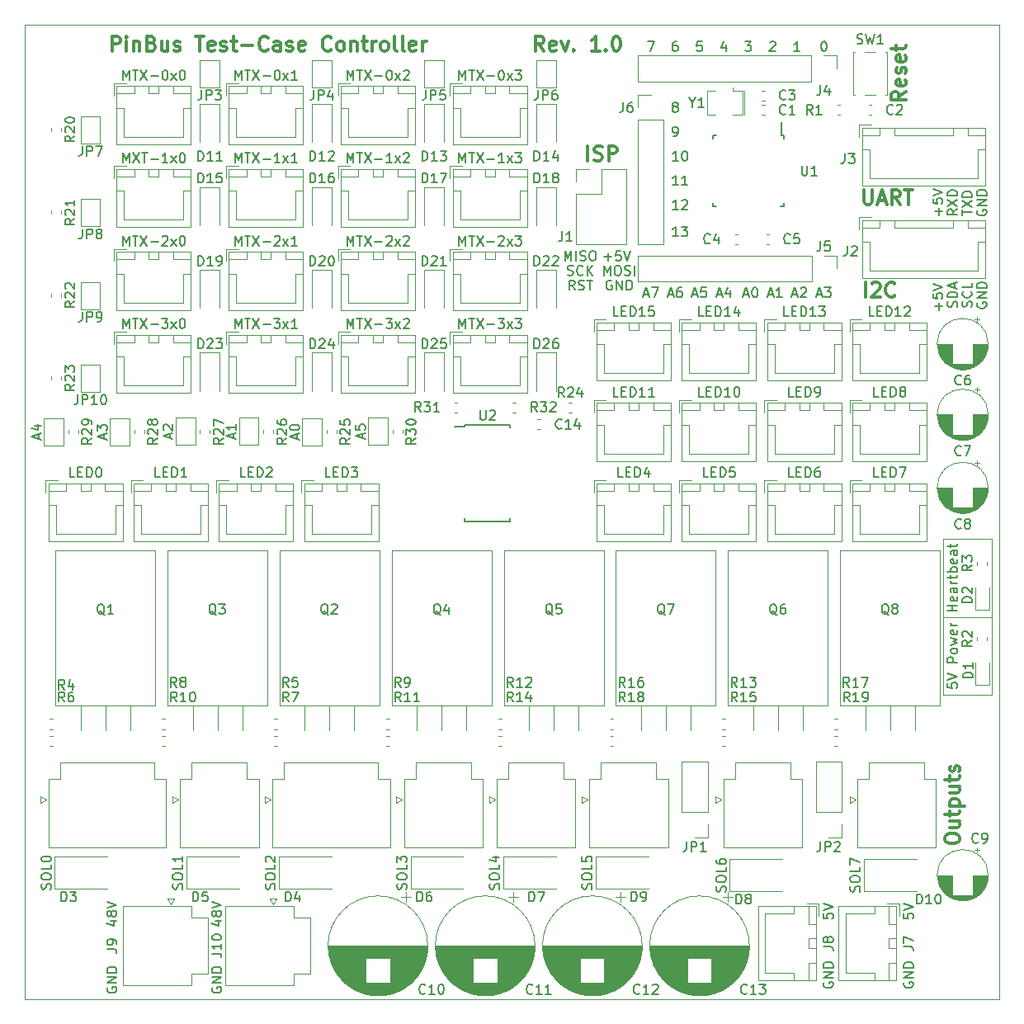
<source format=gbr>
G04 #@! TF.GenerationSoftware,KiCad,Pcbnew,(5.1.0)-1*
G04 #@! TF.CreationDate,2021-07-08T22:58:53+02:00*
G04 #@! TF.ProjectId,test-case-controller,74657374-2d63-4617-9365-2d636f6e7472,V1.0*
G04 #@! TF.SameCoordinates,Original*
G04 #@! TF.FileFunction,Legend,Top*
G04 #@! TF.FilePolarity,Positive*
%FSLAX46Y46*%
G04 Gerber Fmt 4.6, Leading zero omitted, Abs format (unit mm)*
G04 Created by KiCad (PCBNEW (5.1.0)-1) date 2021-07-08 22:58:53*
%MOMM*%
%LPD*%
G04 APERTURE LIST*
%ADD10C,0.300000*%
%ADD11C,0.150000*%
%ADD12C,0.120000*%
%ADD13C,0.050000*%
G04 APERTURE END LIST*
D10*
X109428571Y-98642857D02*
X109428571Y-98357142D01*
X109500000Y-98214285D01*
X109642857Y-98071428D01*
X109928571Y-98000000D01*
X110428571Y-98000000D01*
X110714285Y-98071428D01*
X110857142Y-98214285D01*
X110928571Y-98357142D01*
X110928571Y-98642857D01*
X110857142Y-98785714D01*
X110714285Y-98928571D01*
X110428571Y-99000000D01*
X109928571Y-99000000D01*
X109642857Y-98928571D01*
X109500000Y-98785714D01*
X109428571Y-98642857D01*
X109928571Y-96714285D02*
X110928571Y-96714285D01*
X109928571Y-97357142D02*
X110714285Y-97357142D01*
X110857142Y-97285714D01*
X110928571Y-97142857D01*
X110928571Y-96928571D01*
X110857142Y-96785714D01*
X110785714Y-96714285D01*
X109928571Y-96214285D02*
X109928571Y-95642857D01*
X109428571Y-96000000D02*
X110714285Y-96000000D01*
X110857142Y-95928571D01*
X110928571Y-95785714D01*
X110928571Y-95642857D01*
X109928571Y-95142857D02*
X111428571Y-95142857D01*
X110000000Y-95142857D02*
X109928571Y-95000000D01*
X109928571Y-94714285D01*
X110000000Y-94571428D01*
X110071428Y-94500000D01*
X110214285Y-94428571D01*
X110642857Y-94428571D01*
X110785714Y-94500000D01*
X110857142Y-94571428D01*
X110928571Y-94714285D01*
X110928571Y-95000000D01*
X110857142Y-95142857D01*
X109928571Y-93142857D02*
X110928571Y-93142857D01*
X109928571Y-93785714D02*
X110714285Y-93785714D01*
X110857142Y-93714285D01*
X110928571Y-93571428D01*
X110928571Y-93357142D01*
X110857142Y-93214285D01*
X110785714Y-93142857D01*
X109928571Y-92642857D02*
X109928571Y-92071428D01*
X109428571Y-92428571D02*
X110714285Y-92428571D01*
X110857142Y-92357142D01*
X110928571Y-92214285D01*
X110928571Y-92071428D01*
X110857142Y-91642857D02*
X110928571Y-91500000D01*
X110928571Y-91214285D01*
X110857142Y-91071428D01*
X110714285Y-91000000D01*
X110642857Y-91000000D01*
X110500000Y-91071428D01*
X110428571Y-91214285D01*
X110428571Y-91428571D01*
X110357142Y-91571428D01*
X110214285Y-91642857D01*
X110142857Y-91642857D01*
X110000000Y-91571428D01*
X109928571Y-91428571D01*
X109928571Y-91214285D01*
X110000000Y-91071428D01*
X105428571Y-21857142D02*
X104714285Y-22357142D01*
X105428571Y-22714285D02*
X103928571Y-22714285D01*
X103928571Y-22142857D01*
X104000000Y-22000000D01*
X104071428Y-21928571D01*
X104214285Y-21857142D01*
X104428571Y-21857142D01*
X104571428Y-21928571D01*
X104642857Y-22000000D01*
X104714285Y-22142857D01*
X104714285Y-22714285D01*
X105357142Y-20642857D02*
X105428571Y-20785714D01*
X105428571Y-21071428D01*
X105357142Y-21214285D01*
X105214285Y-21285714D01*
X104642857Y-21285714D01*
X104500000Y-21214285D01*
X104428571Y-21071428D01*
X104428571Y-20785714D01*
X104500000Y-20642857D01*
X104642857Y-20571428D01*
X104785714Y-20571428D01*
X104928571Y-21285714D01*
X105357142Y-20000000D02*
X105428571Y-19857142D01*
X105428571Y-19571428D01*
X105357142Y-19428571D01*
X105214285Y-19357142D01*
X105142857Y-19357142D01*
X105000000Y-19428571D01*
X104928571Y-19571428D01*
X104928571Y-19785714D01*
X104857142Y-19928571D01*
X104714285Y-20000000D01*
X104642857Y-20000000D01*
X104500000Y-19928571D01*
X104428571Y-19785714D01*
X104428571Y-19571428D01*
X104500000Y-19428571D01*
X105357142Y-18142857D02*
X105428571Y-18285714D01*
X105428571Y-18571428D01*
X105357142Y-18714285D01*
X105214285Y-18785714D01*
X104642857Y-18785714D01*
X104500000Y-18714285D01*
X104428571Y-18571428D01*
X104428571Y-18285714D01*
X104500000Y-18142857D01*
X104642857Y-18071428D01*
X104785714Y-18071428D01*
X104928571Y-18785714D01*
X104428571Y-17642857D02*
X104428571Y-17071428D01*
X103928571Y-17428571D02*
X105214285Y-17428571D01*
X105357142Y-17357142D01*
X105428571Y-17214285D01*
X105428571Y-17071428D01*
X72785714Y-28928571D02*
X72785714Y-27428571D01*
X73428571Y-28857142D02*
X73642857Y-28928571D01*
X74000000Y-28928571D01*
X74142857Y-28857142D01*
X74214285Y-28785714D01*
X74285714Y-28642857D01*
X74285714Y-28500000D01*
X74214285Y-28357142D01*
X74142857Y-28285714D01*
X74000000Y-28214285D01*
X73714285Y-28142857D01*
X73571428Y-28071428D01*
X73500000Y-28000000D01*
X73428571Y-27857142D01*
X73428571Y-27714285D01*
X73500000Y-27571428D01*
X73571428Y-27500000D01*
X73714285Y-27428571D01*
X74071428Y-27428571D01*
X74285714Y-27500000D01*
X74928571Y-28928571D02*
X74928571Y-27428571D01*
X75500000Y-27428571D01*
X75642857Y-27500000D01*
X75714285Y-27571428D01*
X75785714Y-27714285D01*
X75785714Y-27928571D01*
X75714285Y-28071428D01*
X75642857Y-28142857D01*
X75500000Y-28214285D01*
X74928571Y-28214285D01*
X101285714Y-42928571D02*
X101285714Y-41428571D01*
X101928571Y-41571428D02*
X102000000Y-41500000D01*
X102142857Y-41428571D01*
X102500000Y-41428571D01*
X102642857Y-41500000D01*
X102714285Y-41571428D01*
X102785714Y-41714285D01*
X102785714Y-41857142D01*
X102714285Y-42071428D01*
X101857142Y-42928571D01*
X102785714Y-42928571D01*
X104285714Y-42785714D02*
X104214285Y-42857142D01*
X104000000Y-42928571D01*
X103857142Y-42928571D01*
X103642857Y-42857142D01*
X103500000Y-42714285D01*
X103428571Y-42571428D01*
X103357142Y-42285714D01*
X103357142Y-42071428D01*
X103428571Y-41785714D01*
X103500000Y-41642857D01*
X103642857Y-41500000D01*
X103857142Y-41428571D01*
X104000000Y-41428571D01*
X104214285Y-41500000D01*
X104285714Y-41571428D01*
X101107142Y-31928571D02*
X101107142Y-33142857D01*
X101178571Y-33285714D01*
X101250000Y-33357142D01*
X101392857Y-33428571D01*
X101678571Y-33428571D01*
X101821428Y-33357142D01*
X101892857Y-33285714D01*
X101964285Y-33142857D01*
X101964285Y-31928571D01*
X102607142Y-33000000D02*
X103321428Y-33000000D01*
X102464285Y-33428571D02*
X102964285Y-31928571D01*
X103464285Y-33428571D01*
X104821428Y-33428571D02*
X104321428Y-32714285D01*
X103964285Y-33428571D02*
X103964285Y-31928571D01*
X104535714Y-31928571D01*
X104678571Y-32000000D01*
X104750000Y-32071428D01*
X104821428Y-32214285D01*
X104821428Y-32428571D01*
X104750000Y-32571428D01*
X104678571Y-32642857D01*
X104535714Y-32714285D01*
X103964285Y-32714285D01*
X105250000Y-31928571D02*
X106107142Y-31928571D01*
X105678571Y-33428571D02*
X105678571Y-31928571D01*
D11*
X71452380Y-42202380D02*
X71119047Y-41726190D01*
X70880952Y-42202380D02*
X70880952Y-41202380D01*
X71261904Y-41202380D01*
X71357142Y-41250000D01*
X71404761Y-41297619D01*
X71452380Y-41392857D01*
X71452380Y-41535714D01*
X71404761Y-41630952D01*
X71357142Y-41678571D01*
X71261904Y-41726190D01*
X70880952Y-41726190D01*
X71833333Y-42154761D02*
X71976190Y-42202380D01*
X72214285Y-42202380D01*
X72309523Y-42154761D01*
X72357142Y-42107142D01*
X72404761Y-42011904D01*
X72404761Y-41916666D01*
X72357142Y-41821428D01*
X72309523Y-41773809D01*
X72214285Y-41726190D01*
X72023809Y-41678571D01*
X71928571Y-41630952D01*
X71880952Y-41583333D01*
X71833333Y-41488095D01*
X71833333Y-41392857D01*
X71880952Y-41297619D01*
X71928571Y-41250000D01*
X72023809Y-41202380D01*
X72261904Y-41202380D01*
X72404761Y-41250000D01*
X72690476Y-41202380D02*
X73261904Y-41202380D01*
X72976190Y-42202380D02*
X72976190Y-41202380D01*
X75238095Y-41250000D02*
X75142857Y-41202380D01*
X75000000Y-41202380D01*
X74857142Y-41250000D01*
X74761904Y-41345238D01*
X74714285Y-41440476D01*
X74666666Y-41630952D01*
X74666666Y-41773809D01*
X74714285Y-41964285D01*
X74761904Y-42059523D01*
X74857142Y-42154761D01*
X75000000Y-42202380D01*
X75095238Y-42202380D01*
X75238095Y-42154761D01*
X75285714Y-42107142D01*
X75285714Y-41773809D01*
X75095238Y-41773809D01*
X75714285Y-42202380D02*
X75714285Y-41202380D01*
X76285714Y-42202380D01*
X76285714Y-41202380D01*
X76761904Y-42202380D02*
X76761904Y-41202380D01*
X77000000Y-41202380D01*
X77142857Y-41250000D01*
X77238095Y-41345238D01*
X77285714Y-41440476D01*
X77333333Y-41630952D01*
X77333333Y-41773809D01*
X77285714Y-41964285D01*
X77238095Y-42059523D01*
X77142857Y-42154761D01*
X77000000Y-42202380D01*
X76761904Y-42202380D01*
X74428571Y-40702380D02*
X74428571Y-39702380D01*
X74761904Y-40416666D01*
X75095238Y-39702380D01*
X75095238Y-40702380D01*
X75761904Y-39702380D02*
X75952380Y-39702380D01*
X76047619Y-39750000D01*
X76142857Y-39845238D01*
X76190476Y-40035714D01*
X76190476Y-40369047D01*
X76142857Y-40559523D01*
X76047619Y-40654761D01*
X75952380Y-40702380D01*
X75761904Y-40702380D01*
X75666666Y-40654761D01*
X75571428Y-40559523D01*
X75523809Y-40369047D01*
X75523809Y-40035714D01*
X75571428Y-39845238D01*
X75666666Y-39750000D01*
X75761904Y-39702380D01*
X76571428Y-40654761D02*
X76714285Y-40702380D01*
X76952380Y-40702380D01*
X77047619Y-40654761D01*
X77095238Y-40607142D01*
X77142857Y-40511904D01*
X77142857Y-40416666D01*
X77095238Y-40321428D01*
X77047619Y-40273809D01*
X76952380Y-40226190D01*
X76761904Y-40178571D01*
X76666666Y-40130952D01*
X76619047Y-40083333D01*
X76571428Y-39988095D01*
X76571428Y-39892857D01*
X76619047Y-39797619D01*
X76666666Y-39750000D01*
X76761904Y-39702380D01*
X77000000Y-39702380D01*
X77142857Y-39750000D01*
X77571428Y-40702380D02*
X77571428Y-39702380D01*
X70714285Y-40654761D02*
X70857142Y-40702380D01*
X71095238Y-40702380D01*
X71190476Y-40654761D01*
X71238095Y-40607142D01*
X71285714Y-40511904D01*
X71285714Y-40416666D01*
X71238095Y-40321428D01*
X71190476Y-40273809D01*
X71095238Y-40226190D01*
X70904761Y-40178571D01*
X70809523Y-40130952D01*
X70761904Y-40083333D01*
X70714285Y-39988095D01*
X70714285Y-39892857D01*
X70761904Y-39797619D01*
X70809523Y-39750000D01*
X70904761Y-39702380D01*
X71142857Y-39702380D01*
X71285714Y-39750000D01*
X72285714Y-40607142D02*
X72238095Y-40654761D01*
X72095238Y-40702380D01*
X72000000Y-40702380D01*
X71857142Y-40654761D01*
X71761904Y-40559523D01*
X71714285Y-40464285D01*
X71666666Y-40273809D01*
X71666666Y-40130952D01*
X71714285Y-39940476D01*
X71761904Y-39845238D01*
X71857142Y-39750000D01*
X72000000Y-39702380D01*
X72095238Y-39702380D01*
X72238095Y-39750000D01*
X72285714Y-39797619D01*
X72714285Y-40702380D02*
X72714285Y-39702380D01*
X73285714Y-40702380D02*
X72857142Y-40130952D01*
X73285714Y-39702380D02*
X72714285Y-40273809D01*
X70428571Y-39202380D02*
X70428571Y-38202380D01*
X70761904Y-38916666D01*
X71095238Y-38202380D01*
X71095238Y-39202380D01*
X71571428Y-39202380D02*
X71571428Y-38202380D01*
X72000000Y-39154761D02*
X72142857Y-39202380D01*
X72380952Y-39202380D01*
X72476190Y-39154761D01*
X72523809Y-39107142D01*
X72571428Y-39011904D01*
X72571428Y-38916666D01*
X72523809Y-38821428D01*
X72476190Y-38773809D01*
X72380952Y-38726190D01*
X72190476Y-38678571D01*
X72095238Y-38630952D01*
X72047619Y-38583333D01*
X72000000Y-38488095D01*
X72000000Y-38392857D01*
X72047619Y-38297619D01*
X72095238Y-38250000D01*
X72190476Y-38202380D01*
X72428571Y-38202380D01*
X72571428Y-38250000D01*
X73190476Y-38202380D02*
X73380952Y-38202380D01*
X73476190Y-38250000D01*
X73571428Y-38345238D01*
X73619047Y-38535714D01*
X73619047Y-38869047D01*
X73571428Y-39059523D01*
X73476190Y-39154761D01*
X73380952Y-39202380D01*
X73190476Y-39202380D01*
X73095238Y-39154761D01*
X73000000Y-39059523D01*
X72952380Y-38869047D01*
X72952380Y-38535714D01*
X73000000Y-38345238D01*
X73095238Y-38250000D01*
X73190476Y-38202380D01*
X74464285Y-38821428D02*
X75226190Y-38821428D01*
X74845238Y-39202380D02*
X74845238Y-38440476D01*
X76178571Y-38202380D02*
X75702380Y-38202380D01*
X75654761Y-38678571D01*
X75702380Y-38630952D01*
X75797619Y-38583333D01*
X76035714Y-38583333D01*
X76130952Y-38630952D01*
X76178571Y-38678571D01*
X76226190Y-38773809D01*
X76226190Y-39011904D01*
X76178571Y-39107142D01*
X76130952Y-39154761D01*
X76035714Y-39202380D01*
X75797619Y-39202380D01*
X75702380Y-39154761D01*
X75654761Y-39107142D01*
X76511904Y-38202380D02*
X76845238Y-39202380D01*
X77178571Y-38202380D01*
D12*
X109250000Y-67750000D02*
X109250000Y-75750000D01*
X114250000Y-67750000D02*
X109250000Y-67750000D01*
X114250000Y-75750000D02*
X114250000Y-67750000D01*
X109250000Y-83750000D02*
X109250000Y-75750000D01*
X114250000Y-83750000D02*
X109250000Y-83750000D01*
X114250000Y-75750000D02*
X114250000Y-83750000D01*
X109250000Y-75750000D02*
X114250000Y-75750000D01*
D11*
X110702380Y-75130952D02*
X109702380Y-75130952D01*
X110178571Y-75130952D02*
X110178571Y-74559523D01*
X110702380Y-74559523D02*
X109702380Y-74559523D01*
X110654761Y-73702380D02*
X110702380Y-73797619D01*
X110702380Y-73988095D01*
X110654761Y-74083333D01*
X110559523Y-74130952D01*
X110178571Y-74130952D01*
X110083333Y-74083333D01*
X110035714Y-73988095D01*
X110035714Y-73797619D01*
X110083333Y-73702380D01*
X110178571Y-73654761D01*
X110273809Y-73654761D01*
X110369047Y-74130952D01*
X110702380Y-72797619D02*
X110178571Y-72797619D01*
X110083333Y-72845238D01*
X110035714Y-72940476D01*
X110035714Y-73130952D01*
X110083333Y-73226190D01*
X110654761Y-72797619D02*
X110702380Y-72892857D01*
X110702380Y-73130952D01*
X110654761Y-73226190D01*
X110559523Y-73273809D01*
X110464285Y-73273809D01*
X110369047Y-73226190D01*
X110321428Y-73130952D01*
X110321428Y-72892857D01*
X110273809Y-72797619D01*
X110702380Y-72321428D02*
X110035714Y-72321428D01*
X110226190Y-72321428D02*
X110130952Y-72273809D01*
X110083333Y-72226190D01*
X110035714Y-72130952D01*
X110035714Y-72035714D01*
X110035714Y-71845238D02*
X110035714Y-71464285D01*
X109702380Y-71702380D02*
X110559523Y-71702380D01*
X110654761Y-71654761D01*
X110702380Y-71559523D01*
X110702380Y-71464285D01*
X110702380Y-71130952D02*
X109702380Y-71130952D01*
X110083333Y-71130952D02*
X110035714Y-71035714D01*
X110035714Y-70845238D01*
X110083333Y-70750000D01*
X110130952Y-70702380D01*
X110226190Y-70654761D01*
X110511904Y-70654761D01*
X110607142Y-70702380D01*
X110654761Y-70750000D01*
X110702380Y-70845238D01*
X110702380Y-71035714D01*
X110654761Y-71130952D01*
X110654761Y-69845238D02*
X110702380Y-69940476D01*
X110702380Y-70130952D01*
X110654761Y-70226190D01*
X110559523Y-70273809D01*
X110178571Y-70273809D01*
X110083333Y-70226190D01*
X110035714Y-70130952D01*
X110035714Y-69940476D01*
X110083333Y-69845238D01*
X110178571Y-69797619D01*
X110273809Y-69797619D01*
X110369047Y-70273809D01*
X110702380Y-68940476D02*
X110178571Y-68940476D01*
X110083333Y-68988095D01*
X110035714Y-69083333D01*
X110035714Y-69273809D01*
X110083333Y-69369047D01*
X110654761Y-68940476D02*
X110702380Y-69035714D01*
X110702380Y-69273809D01*
X110654761Y-69369047D01*
X110559523Y-69416666D01*
X110464285Y-69416666D01*
X110369047Y-69369047D01*
X110321428Y-69273809D01*
X110321428Y-69035714D01*
X110273809Y-68940476D01*
X110035714Y-68607142D02*
X110035714Y-68226190D01*
X109702380Y-68464285D02*
X110559523Y-68464285D01*
X110654761Y-68416666D01*
X110702380Y-68321428D01*
X110702380Y-68226190D01*
X109702380Y-82535714D02*
X109702380Y-83011904D01*
X110178571Y-83059523D01*
X110130952Y-83011904D01*
X110083333Y-82916666D01*
X110083333Y-82678571D01*
X110130952Y-82583333D01*
X110178571Y-82535714D01*
X110273809Y-82488095D01*
X110511904Y-82488095D01*
X110607142Y-82535714D01*
X110654761Y-82583333D01*
X110702380Y-82678571D01*
X110702380Y-82916666D01*
X110654761Y-83011904D01*
X110607142Y-83059523D01*
X109702380Y-82202380D02*
X110702380Y-81869047D01*
X109702380Y-81535714D01*
X110702380Y-80440476D02*
X109702380Y-80440476D01*
X109702380Y-80059523D01*
X109750000Y-79964285D01*
X109797619Y-79916666D01*
X109892857Y-79869047D01*
X110035714Y-79869047D01*
X110130952Y-79916666D01*
X110178571Y-79964285D01*
X110226190Y-80059523D01*
X110226190Y-80440476D01*
X110702380Y-79297619D02*
X110654761Y-79392857D01*
X110607142Y-79440476D01*
X110511904Y-79488095D01*
X110226190Y-79488095D01*
X110130952Y-79440476D01*
X110083333Y-79392857D01*
X110035714Y-79297619D01*
X110035714Y-79154761D01*
X110083333Y-79059523D01*
X110130952Y-79011904D01*
X110226190Y-78964285D01*
X110511904Y-78964285D01*
X110607142Y-79011904D01*
X110654761Y-79059523D01*
X110702380Y-79154761D01*
X110702380Y-79297619D01*
X110035714Y-78630952D02*
X110702380Y-78440476D01*
X110226190Y-78250000D01*
X110702380Y-78059523D01*
X110035714Y-77869047D01*
X110654761Y-77107142D02*
X110702380Y-77202380D01*
X110702380Y-77392857D01*
X110654761Y-77488095D01*
X110559523Y-77535714D01*
X110178571Y-77535714D01*
X110083333Y-77488095D01*
X110035714Y-77392857D01*
X110035714Y-77202380D01*
X110083333Y-77107142D01*
X110178571Y-77059523D01*
X110273809Y-77059523D01*
X110369047Y-77535714D01*
X110702380Y-76630952D02*
X110035714Y-76630952D01*
X110226190Y-76630952D02*
X110130952Y-76583333D01*
X110083333Y-76535714D01*
X110035714Y-76440476D01*
X110035714Y-76345238D01*
D10*
X68285714Y-17678571D02*
X67785714Y-16964285D01*
X67428571Y-17678571D02*
X67428571Y-16178571D01*
X68000000Y-16178571D01*
X68142857Y-16250000D01*
X68214285Y-16321428D01*
X68285714Y-16464285D01*
X68285714Y-16678571D01*
X68214285Y-16821428D01*
X68142857Y-16892857D01*
X68000000Y-16964285D01*
X67428571Y-16964285D01*
X69500000Y-17607142D02*
X69357142Y-17678571D01*
X69071428Y-17678571D01*
X68928571Y-17607142D01*
X68857142Y-17464285D01*
X68857142Y-16892857D01*
X68928571Y-16750000D01*
X69071428Y-16678571D01*
X69357142Y-16678571D01*
X69500000Y-16750000D01*
X69571428Y-16892857D01*
X69571428Y-17035714D01*
X68857142Y-17178571D01*
X70071428Y-16678571D02*
X70428571Y-17678571D01*
X70785714Y-16678571D01*
X71357142Y-17535714D02*
X71428571Y-17607142D01*
X71357142Y-17678571D01*
X71285714Y-17607142D01*
X71357142Y-17535714D01*
X71357142Y-17678571D01*
X74000000Y-17678571D02*
X73142857Y-17678571D01*
X73571428Y-17678571D02*
X73571428Y-16178571D01*
X73428571Y-16392857D01*
X73285714Y-16535714D01*
X73142857Y-16607142D01*
X74642857Y-17535714D02*
X74714285Y-17607142D01*
X74642857Y-17678571D01*
X74571428Y-17607142D01*
X74642857Y-17535714D01*
X74642857Y-17678571D01*
X75642857Y-16178571D02*
X75785714Y-16178571D01*
X75928571Y-16250000D01*
X76000000Y-16321428D01*
X76071428Y-16464285D01*
X76142857Y-16750000D01*
X76142857Y-17107142D01*
X76071428Y-17392857D01*
X76000000Y-17535714D01*
X75928571Y-17607142D01*
X75785714Y-17678571D01*
X75642857Y-17678571D01*
X75500000Y-17607142D01*
X75428571Y-17535714D01*
X75357142Y-17392857D01*
X75285714Y-17107142D01*
X75285714Y-16750000D01*
X75357142Y-16464285D01*
X75428571Y-16321428D01*
X75500000Y-16250000D01*
X75642857Y-16178571D01*
X23964285Y-17678571D02*
X23964285Y-16178571D01*
X24535714Y-16178571D01*
X24678571Y-16250000D01*
X24749999Y-16321428D01*
X24821428Y-16464285D01*
X24821428Y-16678571D01*
X24749999Y-16821428D01*
X24678571Y-16892857D01*
X24535714Y-16964285D01*
X23964285Y-16964285D01*
X25464285Y-17678571D02*
X25464285Y-16678571D01*
X25464285Y-16178571D02*
X25392857Y-16250000D01*
X25464285Y-16321428D01*
X25535714Y-16250000D01*
X25464285Y-16178571D01*
X25464285Y-16321428D01*
X26178571Y-16678571D02*
X26178571Y-17678571D01*
X26178571Y-16821428D02*
X26249999Y-16750000D01*
X26392857Y-16678571D01*
X26607142Y-16678571D01*
X26749999Y-16750000D01*
X26821428Y-16892857D01*
X26821428Y-17678571D01*
X28035714Y-16892857D02*
X28249999Y-16964285D01*
X28321428Y-17035714D01*
X28392857Y-17178571D01*
X28392857Y-17392857D01*
X28321428Y-17535714D01*
X28249999Y-17607142D01*
X28107142Y-17678571D01*
X27535714Y-17678571D01*
X27535714Y-16178571D01*
X28035714Y-16178571D01*
X28178571Y-16250000D01*
X28249999Y-16321428D01*
X28321428Y-16464285D01*
X28321428Y-16607142D01*
X28249999Y-16750000D01*
X28178571Y-16821428D01*
X28035714Y-16892857D01*
X27535714Y-16892857D01*
X29678571Y-16678571D02*
X29678571Y-17678571D01*
X29035714Y-16678571D02*
X29035714Y-17464285D01*
X29107142Y-17607142D01*
X29249999Y-17678571D01*
X29464285Y-17678571D01*
X29607142Y-17607142D01*
X29678571Y-17535714D01*
X30321428Y-17607142D02*
X30464285Y-17678571D01*
X30749999Y-17678571D01*
X30892857Y-17607142D01*
X30964285Y-17464285D01*
X30964285Y-17392857D01*
X30892857Y-17250000D01*
X30749999Y-17178571D01*
X30535714Y-17178571D01*
X30392857Y-17107142D01*
X30321428Y-16964285D01*
X30321428Y-16892857D01*
X30392857Y-16750000D01*
X30535714Y-16678571D01*
X30749999Y-16678571D01*
X30892857Y-16750000D01*
X32535714Y-16178571D02*
X33392857Y-16178571D01*
X32964285Y-17678571D02*
X32964285Y-16178571D01*
X34464285Y-17607142D02*
X34321428Y-17678571D01*
X34035714Y-17678571D01*
X33892857Y-17607142D01*
X33821428Y-17464285D01*
X33821428Y-16892857D01*
X33892857Y-16750000D01*
X34035714Y-16678571D01*
X34321428Y-16678571D01*
X34464285Y-16750000D01*
X34535714Y-16892857D01*
X34535714Y-17035714D01*
X33821428Y-17178571D01*
X35107142Y-17607142D02*
X35249999Y-17678571D01*
X35535714Y-17678571D01*
X35678571Y-17607142D01*
X35749999Y-17464285D01*
X35749999Y-17392857D01*
X35678571Y-17250000D01*
X35535714Y-17178571D01*
X35321428Y-17178571D01*
X35178571Y-17107142D01*
X35107142Y-16964285D01*
X35107142Y-16892857D01*
X35178571Y-16750000D01*
X35321428Y-16678571D01*
X35535714Y-16678571D01*
X35678571Y-16750000D01*
X36178571Y-16678571D02*
X36749999Y-16678571D01*
X36392857Y-16178571D02*
X36392857Y-17464285D01*
X36464285Y-17607142D01*
X36607142Y-17678571D01*
X36749999Y-17678571D01*
X37249999Y-17107142D02*
X38392857Y-17107142D01*
X39964285Y-17535714D02*
X39892857Y-17607142D01*
X39678571Y-17678571D01*
X39535714Y-17678571D01*
X39321428Y-17607142D01*
X39178571Y-17464285D01*
X39107142Y-17321428D01*
X39035714Y-17035714D01*
X39035714Y-16821428D01*
X39107142Y-16535714D01*
X39178571Y-16392857D01*
X39321428Y-16250000D01*
X39535714Y-16178571D01*
X39678571Y-16178571D01*
X39892857Y-16250000D01*
X39964285Y-16321428D01*
X41249999Y-17678571D02*
X41249999Y-16892857D01*
X41178571Y-16750000D01*
X41035714Y-16678571D01*
X40749999Y-16678571D01*
X40607142Y-16750000D01*
X41249999Y-17607142D02*
X41107142Y-17678571D01*
X40749999Y-17678571D01*
X40607142Y-17607142D01*
X40535714Y-17464285D01*
X40535714Y-17321428D01*
X40607142Y-17178571D01*
X40749999Y-17107142D01*
X41107142Y-17107142D01*
X41249999Y-17035714D01*
X41892857Y-17607142D02*
X42035714Y-17678571D01*
X42321428Y-17678571D01*
X42464285Y-17607142D01*
X42535714Y-17464285D01*
X42535714Y-17392857D01*
X42464285Y-17250000D01*
X42321428Y-17178571D01*
X42107142Y-17178571D01*
X41964285Y-17107142D01*
X41892857Y-16964285D01*
X41892857Y-16892857D01*
X41964285Y-16750000D01*
X42107142Y-16678571D01*
X42321428Y-16678571D01*
X42464285Y-16750000D01*
X43749999Y-17607142D02*
X43607142Y-17678571D01*
X43321428Y-17678571D01*
X43178571Y-17607142D01*
X43107142Y-17464285D01*
X43107142Y-16892857D01*
X43178571Y-16750000D01*
X43321428Y-16678571D01*
X43607142Y-16678571D01*
X43749999Y-16750000D01*
X43821428Y-16892857D01*
X43821428Y-17035714D01*
X43107142Y-17178571D01*
X46464285Y-17535714D02*
X46392857Y-17607142D01*
X46178571Y-17678571D01*
X46035714Y-17678571D01*
X45821428Y-17607142D01*
X45678571Y-17464285D01*
X45607142Y-17321428D01*
X45535714Y-17035714D01*
X45535714Y-16821428D01*
X45607142Y-16535714D01*
X45678571Y-16392857D01*
X45821428Y-16250000D01*
X46035714Y-16178571D01*
X46178571Y-16178571D01*
X46392857Y-16250000D01*
X46464285Y-16321428D01*
X47321428Y-17678571D02*
X47178571Y-17607142D01*
X47107142Y-17535714D01*
X47035714Y-17392857D01*
X47035714Y-16964285D01*
X47107142Y-16821428D01*
X47178571Y-16750000D01*
X47321428Y-16678571D01*
X47535714Y-16678571D01*
X47678571Y-16750000D01*
X47749999Y-16821428D01*
X47821428Y-16964285D01*
X47821428Y-17392857D01*
X47749999Y-17535714D01*
X47678571Y-17607142D01*
X47535714Y-17678571D01*
X47321428Y-17678571D01*
X48464285Y-16678571D02*
X48464285Y-17678571D01*
X48464285Y-16821428D02*
X48535714Y-16750000D01*
X48678571Y-16678571D01*
X48892857Y-16678571D01*
X49035714Y-16750000D01*
X49107142Y-16892857D01*
X49107142Y-17678571D01*
X49607142Y-16678571D02*
X50178571Y-16678571D01*
X49821428Y-16178571D02*
X49821428Y-17464285D01*
X49892857Y-17607142D01*
X50035714Y-17678571D01*
X50178571Y-17678571D01*
X50678571Y-17678571D02*
X50678571Y-16678571D01*
X50678571Y-16964285D02*
X50750000Y-16821428D01*
X50821428Y-16750000D01*
X50964285Y-16678571D01*
X51107142Y-16678571D01*
X51821428Y-17678571D02*
X51678571Y-17607142D01*
X51607142Y-17535714D01*
X51535714Y-17392857D01*
X51535714Y-16964285D01*
X51607142Y-16821428D01*
X51678571Y-16750000D01*
X51821428Y-16678571D01*
X52035714Y-16678571D01*
X52178571Y-16750000D01*
X52250000Y-16821428D01*
X52321428Y-16964285D01*
X52321428Y-17392857D01*
X52250000Y-17535714D01*
X52178571Y-17607142D01*
X52035714Y-17678571D01*
X51821428Y-17678571D01*
X53178571Y-17678571D02*
X53035714Y-17607142D01*
X52964285Y-17464285D01*
X52964285Y-16178571D01*
X53964285Y-17678571D02*
X53821428Y-17607142D01*
X53750000Y-17464285D01*
X53750000Y-16178571D01*
X55107142Y-17607142D02*
X54964285Y-17678571D01*
X54678571Y-17678571D01*
X54535714Y-17607142D01*
X54464285Y-17464285D01*
X54464285Y-16892857D01*
X54535714Y-16750000D01*
X54678571Y-16678571D01*
X54964285Y-16678571D01*
X55107142Y-16750000D01*
X55178571Y-16892857D01*
X55178571Y-17035714D01*
X54464285Y-17178571D01*
X55821428Y-17678571D02*
X55821428Y-16678571D01*
X55821428Y-16964285D02*
X55892857Y-16821428D01*
X55964285Y-16750000D01*
X56107142Y-16678571D01*
X56250000Y-16678571D01*
D11*
X108821428Y-44285714D02*
X108821428Y-43523809D01*
X109202380Y-43904761D02*
X108440476Y-43904761D01*
X108202380Y-42571428D02*
X108202380Y-43047619D01*
X108678571Y-43095238D01*
X108630952Y-43047619D01*
X108583333Y-42952380D01*
X108583333Y-42714285D01*
X108630952Y-42619047D01*
X108678571Y-42571428D01*
X108773809Y-42523809D01*
X109011904Y-42523809D01*
X109107142Y-42571428D01*
X109154761Y-42619047D01*
X109202380Y-42714285D01*
X109202380Y-42952380D01*
X109154761Y-43047619D01*
X109107142Y-43095238D01*
X108202380Y-42238095D02*
X109202380Y-41904761D01*
X108202380Y-41571428D01*
X110654761Y-43964285D02*
X110702380Y-43821428D01*
X110702380Y-43583333D01*
X110654761Y-43488095D01*
X110607142Y-43440476D01*
X110511904Y-43392857D01*
X110416666Y-43392857D01*
X110321428Y-43440476D01*
X110273809Y-43488095D01*
X110226190Y-43583333D01*
X110178571Y-43773809D01*
X110130952Y-43869047D01*
X110083333Y-43916666D01*
X109988095Y-43964285D01*
X109892857Y-43964285D01*
X109797619Y-43916666D01*
X109750000Y-43869047D01*
X109702380Y-43773809D01*
X109702380Y-43535714D01*
X109750000Y-43392857D01*
X110702380Y-42964285D02*
X109702380Y-42964285D01*
X109702380Y-42726190D01*
X109750000Y-42583333D01*
X109845238Y-42488095D01*
X109940476Y-42440476D01*
X110130952Y-42392857D01*
X110273809Y-42392857D01*
X110464285Y-42440476D01*
X110559523Y-42488095D01*
X110654761Y-42583333D01*
X110702380Y-42726190D01*
X110702380Y-42964285D01*
X110416666Y-42011904D02*
X110416666Y-41535714D01*
X110702380Y-42107142D02*
X109702380Y-41773809D01*
X110702380Y-41440476D01*
X112154761Y-43940476D02*
X112202380Y-43797619D01*
X112202380Y-43559523D01*
X112154761Y-43464285D01*
X112107142Y-43416666D01*
X112011904Y-43369047D01*
X111916666Y-43369047D01*
X111821428Y-43416666D01*
X111773809Y-43464285D01*
X111726190Y-43559523D01*
X111678571Y-43750000D01*
X111630952Y-43845238D01*
X111583333Y-43892857D01*
X111488095Y-43940476D01*
X111392857Y-43940476D01*
X111297619Y-43892857D01*
X111250000Y-43845238D01*
X111202380Y-43750000D01*
X111202380Y-43511904D01*
X111250000Y-43369047D01*
X112107142Y-42369047D02*
X112154761Y-42416666D01*
X112202380Y-42559523D01*
X112202380Y-42654761D01*
X112154761Y-42797619D01*
X112059523Y-42892857D01*
X111964285Y-42940476D01*
X111773809Y-42988095D01*
X111630952Y-42988095D01*
X111440476Y-42940476D01*
X111345238Y-42892857D01*
X111250000Y-42797619D01*
X111202380Y-42654761D01*
X111202380Y-42559523D01*
X111250000Y-42416666D01*
X111297619Y-42369047D01*
X112202380Y-41464285D02*
X112202380Y-41940476D01*
X111202380Y-41940476D01*
X112750000Y-43511904D02*
X112702380Y-43607142D01*
X112702380Y-43750000D01*
X112750000Y-43892857D01*
X112845238Y-43988095D01*
X112940476Y-44035714D01*
X113130952Y-44083333D01*
X113273809Y-44083333D01*
X113464285Y-44035714D01*
X113559523Y-43988095D01*
X113654761Y-43892857D01*
X113702380Y-43750000D01*
X113702380Y-43654761D01*
X113654761Y-43511904D01*
X113607142Y-43464285D01*
X113273809Y-43464285D01*
X113273809Y-43654761D01*
X113702380Y-43035714D02*
X112702380Y-43035714D01*
X113702380Y-42464285D01*
X112702380Y-42464285D01*
X113702380Y-41988095D02*
X112702380Y-41988095D01*
X112702380Y-41750000D01*
X112750000Y-41607142D01*
X112845238Y-41511904D01*
X112940476Y-41464285D01*
X113130952Y-41416666D01*
X113273809Y-41416666D01*
X113464285Y-41464285D01*
X113559523Y-41511904D01*
X113654761Y-41607142D01*
X113702380Y-41750000D01*
X113702380Y-41988095D01*
X112750000Y-34011904D02*
X112702380Y-34107142D01*
X112702380Y-34250000D01*
X112750000Y-34392857D01*
X112845238Y-34488095D01*
X112940476Y-34535714D01*
X113130952Y-34583333D01*
X113273809Y-34583333D01*
X113464285Y-34535714D01*
X113559523Y-34488095D01*
X113654761Y-34392857D01*
X113702380Y-34250000D01*
X113702380Y-34154761D01*
X113654761Y-34011904D01*
X113607142Y-33964285D01*
X113273809Y-33964285D01*
X113273809Y-34154761D01*
X113702380Y-33535714D02*
X112702380Y-33535714D01*
X113702380Y-32964285D01*
X112702380Y-32964285D01*
X113702380Y-32488095D02*
X112702380Y-32488095D01*
X112702380Y-32250000D01*
X112750000Y-32107142D01*
X112845238Y-32011904D01*
X112940476Y-31964285D01*
X113130952Y-31916666D01*
X113273809Y-31916666D01*
X113464285Y-31964285D01*
X113559523Y-32011904D01*
X113654761Y-32107142D01*
X113702380Y-32250000D01*
X113702380Y-32488095D01*
X110702380Y-33916666D02*
X110226190Y-34250000D01*
X110702380Y-34488095D02*
X109702380Y-34488095D01*
X109702380Y-34107142D01*
X109750000Y-34011904D01*
X109797619Y-33964285D01*
X109892857Y-33916666D01*
X110035714Y-33916666D01*
X110130952Y-33964285D01*
X110178571Y-34011904D01*
X110226190Y-34107142D01*
X110226190Y-34488095D01*
X109702380Y-33583333D02*
X110702380Y-32916666D01*
X109702380Y-32916666D02*
X110702380Y-33583333D01*
X110702380Y-32535714D02*
X109702380Y-32535714D01*
X109702380Y-32297619D01*
X109750000Y-32154761D01*
X109845238Y-32059523D01*
X109940476Y-32011904D01*
X110130952Y-31964285D01*
X110273809Y-31964285D01*
X110464285Y-32011904D01*
X110559523Y-32059523D01*
X110654761Y-32154761D01*
X110702380Y-32297619D01*
X110702380Y-32535714D01*
X111202380Y-34511904D02*
X111202380Y-33940476D01*
X112202380Y-34226190D02*
X111202380Y-34226190D01*
X111202380Y-33702380D02*
X112202380Y-33035714D01*
X111202380Y-33035714D02*
X112202380Y-33702380D01*
X112202380Y-32654761D02*
X111202380Y-32654761D01*
X111202380Y-32416666D01*
X111250000Y-32273809D01*
X111345238Y-32178571D01*
X111440476Y-32130952D01*
X111630952Y-32083333D01*
X111773809Y-32083333D01*
X111964285Y-32130952D01*
X112059523Y-32178571D01*
X112154761Y-32273809D01*
X112202380Y-32416666D01*
X112202380Y-32654761D01*
X108821428Y-34535714D02*
X108821428Y-33773809D01*
X109202380Y-34154761D02*
X108440476Y-34154761D01*
X108202380Y-32821428D02*
X108202380Y-33297619D01*
X108678571Y-33345238D01*
X108630952Y-33297619D01*
X108583333Y-33202380D01*
X108583333Y-32964285D01*
X108630952Y-32869047D01*
X108678571Y-32821428D01*
X108773809Y-32773809D01*
X109011904Y-32773809D01*
X109107142Y-32821428D01*
X109154761Y-32869047D01*
X109202380Y-32964285D01*
X109202380Y-33202380D01*
X109154761Y-33297619D01*
X109107142Y-33345238D01*
X108202380Y-32488095D02*
X109202380Y-32154761D01*
X108202380Y-31821428D01*
X88785714Y-42666666D02*
X89261904Y-42666666D01*
X88690476Y-42952380D02*
X89023809Y-41952380D01*
X89357142Y-42952380D01*
X89880952Y-41952380D02*
X89976190Y-41952380D01*
X90071428Y-42000000D01*
X90119047Y-42047619D01*
X90166666Y-42142857D01*
X90214285Y-42333333D01*
X90214285Y-42571428D01*
X90166666Y-42761904D01*
X90119047Y-42857142D01*
X90071428Y-42904761D01*
X89976190Y-42952380D01*
X89880952Y-42952380D01*
X89785714Y-42904761D01*
X89738095Y-42857142D01*
X89690476Y-42761904D01*
X89642857Y-42571428D01*
X89642857Y-42333333D01*
X89690476Y-42142857D01*
X89738095Y-42047619D01*
X89785714Y-42000000D01*
X89880952Y-41952380D01*
X91285714Y-42666666D02*
X91761904Y-42666666D01*
X91190476Y-42952380D02*
X91523809Y-41952380D01*
X91857142Y-42952380D01*
X92714285Y-42952380D02*
X92142857Y-42952380D01*
X92428571Y-42952380D02*
X92428571Y-41952380D01*
X92333333Y-42095238D01*
X92238095Y-42190476D01*
X92142857Y-42238095D01*
X93785714Y-42666666D02*
X94261904Y-42666666D01*
X93690476Y-42952380D02*
X94023809Y-41952380D01*
X94357142Y-42952380D01*
X94642857Y-42047619D02*
X94690476Y-42000000D01*
X94785714Y-41952380D01*
X95023809Y-41952380D01*
X95119047Y-42000000D01*
X95166666Y-42047619D01*
X95214285Y-42142857D01*
X95214285Y-42238095D01*
X95166666Y-42380952D01*
X94595238Y-42952380D01*
X95214285Y-42952380D01*
X96285714Y-42666666D02*
X96761904Y-42666666D01*
X96190476Y-42952380D02*
X96523809Y-41952380D01*
X96857142Y-42952380D01*
X97095238Y-41952380D02*
X97714285Y-41952380D01*
X97380952Y-42333333D01*
X97523809Y-42333333D01*
X97619047Y-42380952D01*
X97666666Y-42428571D01*
X97714285Y-42523809D01*
X97714285Y-42761904D01*
X97666666Y-42857142D01*
X97619047Y-42904761D01*
X97523809Y-42952380D01*
X97238095Y-42952380D01*
X97142857Y-42904761D01*
X97095238Y-42857142D01*
X86035714Y-42666666D02*
X86511904Y-42666666D01*
X85940476Y-42952380D02*
X86273809Y-41952380D01*
X86607142Y-42952380D01*
X87369047Y-42285714D02*
X87369047Y-42952380D01*
X87130952Y-41904761D02*
X86892857Y-42619047D01*
X87511904Y-42619047D01*
X83535714Y-42666666D02*
X84011904Y-42666666D01*
X83440476Y-42952380D02*
X83773809Y-41952380D01*
X84107142Y-42952380D01*
X84916666Y-41952380D02*
X84440476Y-41952380D01*
X84392857Y-42428571D01*
X84440476Y-42380952D01*
X84535714Y-42333333D01*
X84773809Y-42333333D01*
X84869047Y-42380952D01*
X84916666Y-42428571D01*
X84964285Y-42523809D01*
X84964285Y-42761904D01*
X84916666Y-42857142D01*
X84869047Y-42904761D01*
X84773809Y-42952380D01*
X84535714Y-42952380D01*
X84440476Y-42904761D01*
X84392857Y-42857142D01*
X81035714Y-42666666D02*
X81511904Y-42666666D01*
X80940476Y-42952380D02*
X81273809Y-41952380D01*
X81607142Y-42952380D01*
X82369047Y-41952380D02*
X82178571Y-41952380D01*
X82083333Y-42000000D01*
X82035714Y-42047619D01*
X81940476Y-42190476D01*
X81892857Y-42380952D01*
X81892857Y-42761904D01*
X81940476Y-42857142D01*
X81988095Y-42904761D01*
X82083333Y-42952380D01*
X82273809Y-42952380D01*
X82369047Y-42904761D01*
X82416666Y-42857142D01*
X82464285Y-42761904D01*
X82464285Y-42523809D01*
X82416666Y-42428571D01*
X82369047Y-42380952D01*
X82273809Y-42333333D01*
X82083333Y-42333333D01*
X81988095Y-42380952D01*
X81940476Y-42428571D01*
X81892857Y-42523809D01*
X78535714Y-42666666D02*
X79011904Y-42666666D01*
X78440476Y-42952380D02*
X78773809Y-41952380D01*
X79107142Y-42952380D01*
X79345238Y-41952380D02*
X80011904Y-41952380D01*
X79583333Y-42952380D01*
X96952380Y-16702380D02*
X97047619Y-16702380D01*
X97142857Y-16750000D01*
X97190476Y-16797619D01*
X97238095Y-16892857D01*
X97285714Y-17083333D01*
X97285714Y-17321428D01*
X97238095Y-17511904D01*
X97190476Y-17607142D01*
X97142857Y-17654761D01*
X97047619Y-17702380D01*
X96952380Y-17702380D01*
X96857142Y-17654761D01*
X96809523Y-17607142D01*
X96761904Y-17511904D01*
X96714285Y-17321428D01*
X96714285Y-17083333D01*
X96761904Y-16892857D01*
X96809523Y-16797619D01*
X96857142Y-16750000D01*
X96952380Y-16702380D01*
X94535714Y-17702380D02*
X93964285Y-17702380D01*
X94250000Y-17702380D02*
X94250000Y-16702380D01*
X94154761Y-16845238D01*
X94059523Y-16940476D01*
X93964285Y-16988095D01*
X91464285Y-16797619D02*
X91511904Y-16750000D01*
X91607142Y-16702380D01*
X91845238Y-16702380D01*
X91940476Y-16750000D01*
X91988095Y-16797619D01*
X92035714Y-16892857D01*
X92035714Y-16988095D01*
X91988095Y-17130952D01*
X91416666Y-17702380D01*
X92035714Y-17702380D01*
X88916666Y-16702380D02*
X89535714Y-16702380D01*
X89202380Y-17083333D01*
X89345238Y-17083333D01*
X89440476Y-17130952D01*
X89488095Y-17178571D01*
X89535714Y-17273809D01*
X89535714Y-17511904D01*
X89488095Y-17607142D01*
X89440476Y-17654761D01*
X89345238Y-17702380D01*
X89059523Y-17702380D01*
X88964285Y-17654761D01*
X88916666Y-17607142D01*
X86940476Y-17035714D02*
X86940476Y-17702380D01*
X86702380Y-16654761D02*
X86464285Y-17369047D01*
X87083333Y-17369047D01*
X84488095Y-16702380D02*
X84011904Y-16702380D01*
X83964285Y-17178571D01*
X84011904Y-17130952D01*
X84107142Y-17083333D01*
X84345238Y-17083333D01*
X84440476Y-17130952D01*
X84488095Y-17178571D01*
X84535714Y-17273809D01*
X84535714Y-17511904D01*
X84488095Y-17607142D01*
X84440476Y-17654761D01*
X84345238Y-17702380D01*
X84107142Y-17702380D01*
X84011904Y-17654761D01*
X83964285Y-17607142D01*
X81940476Y-16702380D02*
X81750000Y-16702380D01*
X81654761Y-16750000D01*
X81607142Y-16797619D01*
X81511904Y-16940476D01*
X81464285Y-17130952D01*
X81464285Y-17511904D01*
X81511904Y-17607142D01*
X81559523Y-17654761D01*
X81654761Y-17702380D01*
X81845238Y-17702380D01*
X81940476Y-17654761D01*
X81988095Y-17607142D01*
X82035714Y-17511904D01*
X82035714Y-17273809D01*
X81988095Y-17178571D01*
X81940476Y-17130952D01*
X81845238Y-17083333D01*
X81654761Y-17083333D01*
X81559523Y-17130952D01*
X81511904Y-17178571D01*
X81464285Y-17273809D01*
X78916666Y-16702380D02*
X79583333Y-16702380D01*
X79154761Y-17702380D01*
X82059523Y-36702380D02*
X81488095Y-36702380D01*
X81773809Y-36702380D02*
X81773809Y-35702380D01*
X81678571Y-35845238D01*
X81583333Y-35940476D01*
X81488095Y-35988095D01*
X82392857Y-35702380D02*
X83011904Y-35702380D01*
X82678571Y-36083333D01*
X82821428Y-36083333D01*
X82916666Y-36130952D01*
X82964285Y-36178571D01*
X83011904Y-36273809D01*
X83011904Y-36511904D01*
X82964285Y-36607142D01*
X82916666Y-36654761D01*
X82821428Y-36702380D01*
X82535714Y-36702380D01*
X82440476Y-36654761D01*
X82392857Y-36607142D01*
X82059523Y-33952380D02*
X81488095Y-33952380D01*
X81773809Y-33952380D02*
X81773809Y-32952380D01*
X81678571Y-33095238D01*
X81583333Y-33190476D01*
X81488095Y-33238095D01*
X82440476Y-33047619D02*
X82488095Y-33000000D01*
X82583333Y-32952380D01*
X82821428Y-32952380D01*
X82916666Y-33000000D01*
X82964285Y-33047619D01*
X83011904Y-33142857D01*
X83011904Y-33238095D01*
X82964285Y-33380952D01*
X82392857Y-33952380D01*
X83011904Y-33952380D01*
X82059523Y-31452380D02*
X81488095Y-31452380D01*
X81773809Y-31452380D02*
X81773809Y-30452380D01*
X81678571Y-30595238D01*
X81583333Y-30690476D01*
X81488095Y-30738095D01*
X83011904Y-31452380D02*
X82440476Y-31452380D01*
X82726190Y-31452380D02*
X82726190Y-30452380D01*
X82630952Y-30595238D01*
X82535714Y-30690476D01*
X82440476Y-30738095D01*
X82059523Y-28952380D02*
X81488095Y-28952380D01*
X81773809Y-28952380D02*
X81773809Y-27952380D01*
X81678571Y-28095238D01*
X81583333Y-28190476D01*
X81488095Y-28238095D01*
X82678571Y-27952380D02*
X82773809Y-27952380D01*
X82869047Y-28000000D01*
X82916666Y-28047619D01*
X82964285Y-28142857D01*
X83011904Y-28333333D01*
X83011904Y-28571428D01*
X82964285Y-28761904D01*
X82916666Y-28857142D01*
X82869047Y-28904761D01*
X82773809Y-28952380D01*
X82678571Y-28952380D01*
X82583333Y-28904761D01*
X82535714Y-28857142D01*
X82488095Y-28761904D01*
X82440476Y-28571428D01*
X82440476Y-28333333D01*
X82488095Y-28142857D01*
X82535714Y-28047619D01*
X82583333Y-28000000D01*
X82678571Y-27952380D01*
X81559523Y-26452380D02*
X81750000Y-26452380D01*
X81845238Y-26404761D01*
X81892857Y-26357142D01*
X81988095Y-26214285D01*
X82035714Y-26023809D01*
X82035714Y-25642857D01*
X81988095Y-25547619D01*
X81940476Y-25500000D01*
X81845238Y-25452380D01*
X81654761Y-25452380D01*
X81559523Y-25500000D01*
X81511904Y-25547619D01*
X81464285Y-25642857D01*
X81464285Y-25880952D01*
X81511904Y-25976190D01*
X81559523Y-26023809D01*
X81654761Y-26071428D01*
X81845238Y-26071428D01*
X81940476Y-26023809D01*
X81988095Y-25976190D01*
X82035714Y-25880952D01*
X81654761Y-23380952D02*
X81559523Y-23333333D01*
X81511904Y-23285714D01*
X81464285Y-23190476D01*
X81464285Y-23142857D01*
X81511904Y-23047619D01*
X81559523Y-23000000D01*
X81654761Y-22952380D01*
X81845238Y-22952380D01*
X81940476Y-23000000D01*
X81988095Y-23047619D01*
X82035714Y-23142857D01*
X82035714Y-23190476D01*
X81988095Y-23285714D01*
X81940476Y-23333333D01*
X81845238Y-23380952D01*
X81654761Y-23380952D01*
X81559523Y-23428571D01*
X81511904Y-23476190D01*
X81464285Y-23571428D01*
X81464285Y-23761904D01*
X81511904Y-23857142D01*
X81559523Y-23904761D01*
X81654761Y-23952380D01*
X81845238Y-23952380D01*
X81940476Y-23904761D01*
X81988095Y-23857142D01*
X82035714Y-23761904D01*
X82035714Y-23571428D01*
X81988095Y-23476190D01*
X81940476Y-23428571D01*
X81845238Y-23380952D01*
X105202380Y-106190476D02*
X105202380Y-106666666D01*
X105678571Y-106714285D01*
X105630952Y-106666666D01*
X105583333Y-106571428D01*
X105583333Y-106333333D01*
X105630952Y-106238095D01*
X105678571Y-106190476D01*
X105773809Y-106142857D01*
X106011904Y-106142857D01*
X106107142Y-106190476D01*
X106154761Y-106238095D01*
X106202380Y-106333333D01*
X106202380Y-106571428D01*
X106154761Y-106666666D01*
X106107142Y-106714285D01*
X105202380Y-105857142D02*
X106202380Y-105523809D01*
X105202380Y-105190476D01*
X105250000Y-113261904D02*
X105202380Y-113357142D01*
X105202380Y-113500000D01*
X105250000Y-113642857D01*
X105345238Y-113738095D01*
X105440476Y-113785714D01*
X105630952Y-113833333D01*
X105773809Y-113833333D01*
X105964285Y-113785714D01*
X106059523Y-113738095D01*
X106154761Y-113642857D01*
X106202380Y-113500000D01*
X106202380Y-113404761D01*
X106154761Y-113261904D01*
X106107142Y-113214285D01*
X105773809Y-113214285D01*
X105773809Y-113404761D01*
X106202380Y-112785714D02*
X105202380Y-112785714D01*
X106202380Y-112214285D01*
X105202380Y-112214285D01*
X106202380Y-111738095D02*
X105202380Y-111738095D01*
X105202380Y-111500000D01*
X105250000Y-111357142D01*
X105345238Y-111261904D01*
X105440476Y-111214285D01*
X105630952Y-111166666D01*
X105773809Y-111166666D01*
X105964285Y-111214285D01*
X106059523Y-111261904D01*
X106154761Y-111357142D01*
X106202380Y-111500000D01*
X106202380Y-111738095D01*
X23500000Y-113761904D02*
X23452380Y-113857142D01*
X23452380Y-114000000D01*
X23500000Y-114142857D01*
X23595238Y-114238095D01*
X23690476Y-114285714D01*
X23880952Y-114333333D01*
X24023809Y-114333333D01*
X24214285Y-114285714D01*
X24309523Y-114238095D01*
X24404761Y-114142857D01*
X24452380Y-114000000D01*
X24452380Y-113904761D01*
X24404761Y-113761904D01*
X24357142Y-113714285D01*
X24023809Y-113714285D01*
X24023809Y-113904761D01*
X24452380Y-113285714D02*
X23452380Y-113285714D01*
X24452380Y-112714285D01*
X23452380Y-112714285D01*
X24452380Y-112238095D02*
X23452380Y-112238095D01*
X23452380Y-112000000D01*
X23500000Y-111857142D01*
X23595238Y-111761904D01*
X23690476Y-111714285D01*
X23880952Y-111666666D01*
X24023809Y-111666666D01*
X24214285Y-111714285D01*
X24309523Y-111761904D01*
X24404761Y-111857142D01*
X24452380Y-112000000D01*
X24452380Y-112238095D01*
X23785714Y-106964285D02*
X24452380Y-106964285D01*
X23404761Y-107202380D02*
X24119047Y-107440476D01*
X24119047Y-106821428D01*
X23880952Y-106297619D02*
X23833333Y-106392857D01*
X23785714Y-106440476D01*
X23690476Y-106488095D01*
X23642857Y-106488095D01*
X23547619Y-106440476D01*
X23500000Y-106392857D01*
X23452380Y-106297619D01*
X23452380Y-106107142D01*
X23500000Y-106011904D01*
X23547619Y-105964285D01*
X23642857Y-105916666D01*
X23690476Y-105916666D01*
X23785714Y-105964285D01*
X23833333Y-106011904D01*
X23880952Y-106107142D01*
X23880952Y-106297619D01*
X23928571Y-106392857D01*
X23976190Y-106440476D01*
X24071428Y-106488095D01*
X24261904Y-106488095D01*
X24357142Y-106440476D01*
X24404761Y-106392857D01*
X24452380Y-106297619D01*
X24452380Y-106107142D01*
X24404761Y-106011904D01*
X24357142Y-105964285D01*
X24261904Y-105916666D01*
X24071428Y-105916666D01*
X23976190Y-105964285D01*
X23928571Y-106011904D01*
X23880952Y-106107142D01*
X23452380Y-105630952D02*
X24452380Y-105297619D01*
X23452380Y-104964285D01*
X96952380Y-106190476D02*
X96952380Y-106666666D01*
X97428571Y-106714285D01*
X97380952Y-106666666D01*
X97333333Y-106571428D01*
X97333333Y-106333333D01*
X97380952Y-106238095D01*
X97428571Y-106190476D01*
X97523809Y-106142857D01*
X97761904Y-106142857D01*
X97857142Y-106190476D01*
X97904761Y-106238095D01*
X97952380Y-106333333D01*
X97952380Y-106571428D01*
X97904761Y-106666666D01*
X97857142Y-106714285D01*
X96952380Y-105857142D02*
X97952380Y-105523809D01*
X96952380Y-105190476D01*
X97000000Y-113261904D02*
X96952380Y-113357142D01*
X96952380Y-113500000D01*
X97000000Y-113642857D01*
X97095238Y-113738095D01*
X97190476Y-113785714D01*
X97380952Y-113833333D01*
X97523809Y-113833333D01*
X97714285Y-113785714D01*
X97809523Y-113738095D01*
X97904761Y-113642857D01*
X97952380Y-113500000D01*
X97952380Y-113404761D01*
X97904761Y-113261904D01*
X97857142Y-113214285D01*
X97523809Y-113214285D01*
X97523809Y-113404761D01*
X97952380Y-112785714D02*
X96952380Y-112785714D01*
X97952380Y-112214285D01*
X96952380Y-112214285D01*
X97952380Y-111738095D02*
X96952380Y-111738095D01*
X96952380Y-111500000D01*
X97000000Y-111357142D01*
X97095238Y-111261904D01*
X97190476Y-111214285D01*
X97380952Y-111166666D01*
X97523809Y-111166666D01*
X97714285Y-111214285D01*
X97809523Y-111261904D01*
X97904761Y-111357142D01*
X97952380Y-111500000D01*
X97952380Y-111738095D01*
X34535714Y-106964285D02*
X35202380Y-106964285D01*
X34154761Y-107202380D02*
X34869047Y-107440476D01*
X34869047Y-106821428D01*
X34630952Y-106297619D02*
X34583333Y-106392857D01*
X34535714Y-106440476D01*
X34440476Y-106488095D01*
X34392857Y-106488095D01*
X34297619Y-106440476D01*
X34250000Y-106392857D01*
X34202380Y-106297619D01*
X34202380Y-106107142D01*
X34250000Y-106011904D01*
X34297619Y-105964285D01*
X34392857Y-105916666D01*
X34440476Y-105916666D01*
X34535714Y-105964285D01*
X34583333Y-106011904D01*
X34630952Y-106107142D01*
X34630952Y-106297619D01*
X34678571Y-106392857D01*
X34726190Y-106440476D01*
X34821428Y-106488095D01*
X35011904Y-106488095D01*
X35107142Y-106440476D01*
X35154761Y-106392857D01*
X35202380Y-106297619D01*
X35202380Y-106107142D01*
X35154761Y-106011904D01*
X35107142Y-105964285D01*
X35011904Y-105916666D01*
X34821428Y-105916666D01*
X34726190Y-105964285D01*
X34678571Y-106011904D01*
X34630952Y-106107142D01*
X34202380Y-105630952D02*
X35202380Y-105297619D01*
X34202380Y-104964285D01*
X34250000Y-113761904D02*
X34202380Y-113857142D01*
X34202380Y-114000000D01*
X34250000Y-114142857D01*
X34345238Y-114238095D01*
X34440476Y-114285714D01*
X34630952Y-114333333D01*
X34773809Y-114333333D01*
X34964285Y-114285714D01*
X35059523Y-114238095D01*
X35154761Y-114142857D01*
X35202380Y-114000000D01*
X35202380Y-113904761D01*
X35154761Y-113761904D01*
X35107142Y-113714285D01*
X34773809Y-113714285D01*
X34773809Y-113904761D01*
X35202380Y-113285714D02*
X34202380Y-113285714D01*
X35202380Y-112714285D01*
X34202380Y-112714285D01*
X35202380Y-112238095D02*
X34202380Y-112238095D01*
X34202380Y-112000000D01*
X34250000Y-111857142D01*
X34345238Y-111761904D01*
X34440476Y-111714285D01*
X34630952Y-111666666D01*
X34773809Y-111666666D01*
X34964285Y-111714285D01*
X35059523Y-111761904D01*
X35154761Y-111857142D01*
X35202380Y-112000000D01*
X35202380Y-112238095D01*
D13*
X15000000Y-115000000D02*
X15000000Y-15000000D01*
X15000000Y-115000000D02*
X115000000Y-115000000D01*
X115000000Y-15000000D02*
X115000000Y-115000000D01*
X15000000Y-15000000D02*
X115000000Y-15000000D01*
D12*
X98670000Y-84810000D02*
X108910000Y-84810000D01*
X98670000Y-68920000D02*
X108910000Y-68920000D01*
X98670000Y-68920000D02*
X98670000Y-84810000D01*
X108910000Y-68920000D02*
X108910000Y-84810000D01*
X101250000Y-84810000D02*
X101250000Y-87350000D01*
X103790000Y-84810000D02*
X103790000Y-87350000D01*
X106330000Y-84810000D02*
X106330000Y-87350000D01*
X67370000Y-109500000D02*
G75*
G03X67370000Y-109500000I-5120000J0D01*
G01*
X67330000Y-109500000D02*
X57170000Y-109500000D01*
X67330000Y-109540000D02*
X57170000Y-109540000D01*
X67330000Y-109580000D02*
X57170000Y-109580000D01*
X67329000Y-109620000D02*
X57171000Y-109620000D01*
X67328000Y-109660000D02*
X57172000Y-109660000D01*
X67327000Y-109700000D02*
X57173000Y-109700000D01*
X67325000Y-109740000D02*
X57175000Y-109740000D01*
X67323000Y-109780000D02*
X57177000Y-109780000D01*
X67320000Y-109820000D02*
X57180000Y-109820000D01*
X67318000Y-109860000D02*
X57182000Y-109860000D01*
X67315000Y-109900000D02*
X57185000Y-109900000D01*
X67312000Y-109940000D02*
X57188000Y-109940000D01*
X67308000Y-109980000D02*
X57192000Y-109980000D01*
X67304000Y-110020000D02*
X57196000Y-110020000D01*
X67300000Y-110060000D02*
X57200000Y-110060000D01*
X67295000Y-110100000D02*
X57205000Y-110100000D01*
X67290000Y-110140000D02*
X57210000Y-110140000D01*
X67285000Y-110180000D02*
X57215000Y-110180000D01*
X67280000Y-110221000D02*
X57220000Y-110221000D01*
X67274000Y-110261000D02*
X57226000Y-110261000D01*
X67268000Y-110301000D02*
X57232000Y-110301000D01*
X67261000Y-110341000D02*
X57239000Y-110341000D01*
X67254000Y-110381000D02*
X57246000Y-110381000D01*
X67247000Y-110421000D02*
X57253000Y-110421000D01*
X67240000Y-110461000D02*
X57260000Y-110461000D01*
X67232000Y-110501000D02*
X57268000Y-110501000D01*
X67224000Y-110541000D02*
X57276000Y-110541000D01*
X67215000Y-110581000D02*
X57285000Y-110581000D01*
X67206000Y-110621000D02*
X57294000Y-110621000D01*
X67197000Y-110661000D02*
X57303000Y-110661000D01*
X67188000Y-110701000D02*
X57312000Y-110701000D01*
X67178000Y-110741000D02*
X57322000Y-110741000D01*
X67168000Y-110781000D02*
X63491000Y-110781000D01*
X61009000Y-110781000D02*
X57332000Y-110781000D01*
X67157000Y-110821000D02*
X63491000Y-110821000D01*
X61009000Y-110821000D02*
X57343000Y-110821000D01*
X67147000Y-110861000D02*
X63491000Y-110861000D01*
X61009000Y-110861000D02*
X57353000Y-110861000D01*
X67135000Y-110901000D02*
X63491000Y-110901000D01*
X61009000Y-110901000D02*
X57365000Y-110901000D01*
X67124000Y-110941000D02*
X63491000Y-110941000D01*
X61009000Y-110941000D02*
X57376000Y-110941000D01*
X67112000Y-110981000D02*
X63491000Y-110981000D01*
X61009000Y-110981000D02*
X57388000Y-110981000D01*
X67100000Y-111021000D02*
X63491000Y-111021000D01*
X61009000Y-111021000D02*
X57400000Y-111021000D01*
X67087000Y-111061000D02*
X63491000Y-111061000D01*
X61009000Y-111061000D02*
X57413000Y-111061000D01*
X67074000Y-111101000D02*
X63491000Y-111101000D01*
X61009000Y-111101000D02*
X57426000Y-111101000D01*
X67061000Y-111141000D02*
X63491000Y-111141000D01*
X61009000Y-111141000D02*
X57439000Y-111141000D01*
X67047000Y-111181000D02*
X63491000Y-111181000D01*
X61009000Y-111181000D02*
X57453000Y-111181000D01*
X67033000Y-111221000D02*
X63491000Y-111221000D01*
X61009000Y-111221000D02*
X57467000Y-111221000D01*
X67018000Y-111261000D02*
X63491000Y-111261000D01*
X61009000Y-111261000D02*
X57482000Y-111261000D01*
X67004000Y-111301000D02*
X63491000Y-111301000D01*
X61009000Y-111301000D02*
X57496000Y-111301000D01*
X66988000Y-111341000D02*
X63491000Y-111341000D01*
X61009000Y-111341000D02*
X57512000Y-111341000D01*
X66973000Y-111381000D02*
X63491000Y-111381000D01*
X61009000Y-111381000D02*
X57527000Y-111381000D01*
X66957000Y-111421000D02*
X63491000Y-111421000D01*
X61009000Y-111421000D02*
X57543000Y-111421000D01*
X66940000Y-111461000D02*
X63491000Y-111461000D01*
X61009000Y-111461000D02*
X57560000Y-111461000D01*
X66924000Y-111501000D02*
X63491000Y-111501000D01*
X61009000Y-111501000D02*
X57576000Y-111501000D01*
X66907000Y-111541000D02*
X63491000Y-111541000D01*
X61009000Y-111541000D02*
X57593000Y-111541000D01*
X66889000Y-111581000D02*
X63491000Y-111581000D01*
X61009000Y-111581000D02*
X57611000Y-111581000D01*
X66871000Y-111621000D02*
X63491000Y-111621000D01*
X61009000Y-111621000D02*
X57629000Y-111621000D01*
X66853000Y-111661000D02*
X63491000Y-111661000D01*
X61009000Y-111661000D02*
X57647000Y-111661000D01*
X66834000Y-111701000D02*
X63491000Y-111701000D01*
X61009000Y-111701000D02*
X57666000Y-111701000D01*
X66814000Y-111741000D02*
X63491000Y-111741000D01*
X61009000Y-111741000D02*
X57686000Y-111741000D01*
X66795000Y-111781000D02*
X63491000Y-111781000D01*
X61009000Y-111781000D02*
X57705000Y-111781000D01*
X66775000Y-111821000D02*
X63491000Y-111821000D01*
X61009000Y-111821000D02*
X57725000Y-111821000D01*
X66754000Y-111861000D02*
X63491000Y-111861000D01*
X61009000Y-111861000D02*
X57746000Y-111861000D01*
X66733000Y-111901000D02*
X63491000Y-111901000D01*
X61009000Y-111901000D02*
X57767000Y-111901000D01*
X66712000Y-111941000D02*
X63491000Y-111941000D01*
X61009000Y-111941000D02*
X57788000Y-111941000D01*
X66690000Y-111981000D02*
X63491000Y-111981000D01*
X61009000Y-111981000D02*
X57810000Y-111981000D01*
X66667000Y-112021000D02*
X63491000Y-112021000D01*
X61009000Y-112021000D02*
X57833000Y-112021000D01*
X66645000Y-112061000D02*
X63491000Y-112061000D01*
X61009000Y-112061000D02*
X57855000Y-112061000D01*
X66621000Y-112101000D02*
X63491000Y-112101000D01*
X61009000Y-112101000D02*
X57879000Y-112101000D01*
X66597000Y-112141000D02*
X63491000Y-112141000D01*
X61009000Y-112141000D02*
X57903000Y-112141000D01*
X66573000Y-112181000D02*
X63491000Y-112181000D01*
X61009000Y-112181000D02*
X57927000Y-112181000D01*
X66548000Y-112221000D02*
X63491000Y-112221000D01*
X61009000Y-112221000D02*
X57952000Y-112221000D01*
X66523000Y-112261000D02*
X63491000Y-112261000D01*
X61009000Y-112261000D02*
X57977000Y-112261000D01*
X66497000Y-112301000D02*
X63491000Y-112301000D01*
X61009000Y-112301000D02*
X58003000Y-112301000D01*
X66471000Y-112341000D02*
X63491000Y-112341000D01*
X61009000Y-112341000D02*
X58029000Y-112341000D01*
X66444000Y-112381000D02*
X63491000Y-112381000D01*
X61009000Y-112381000D02*
X58056000Y-112381000D01*
X66416000Y-112421000D02*
X63491000Y-112421000D01*
X61009000Y-112421000D02*
X58084000Y-112421000D01*
X66388000Y-112461000D02*
X63491000Y-112461000D01*
X61009000Y-112461000D02*
X58112000Y-112461000D01*
X66360000Y-112501000D02*
X63491000Y-112501000D01*
X61009000Y-112501000D02*
X58140000Y-112501000D01*
X66330000Y-112541000D02*
X63491000Y-112541000D01*
X61009000Y-112541000D02*
X58170000Y-112541000D01*
X66300000Y-112581000D02*
X63491000Y-112581000D01*
X61009000Y-112581000D02*
X58200000Y-112581000D01*
X66270000Y-112621000D02*
X63491000Y-112621000D01*
X61009000Y-112621000D02*
X58230000Y-112621000D01*
X66239000Y-112661000D02*
X63491000Y-112661000D01*
X61009000Y-112661000D02*
X58261000Y-112661000D01*
X66207000Y-112701000D02*
X63491000Y-112701000D01*
X61009000Y-112701000D02*
X58293000Y-112701000D01*
X66175000Y-112741000D02*
X63491000Y-112741000D01*
X61009000Y-112741000D02*
X58325000Y-112741000D01*
X66142000Y-112781000D02*
X63491000Y-112781000D01*
X61009000Y-112781000D02*
X58358000Y-112781000D01*
X66108000Y-112821000D02*
X63491000Y-112821000D01*
X61009000Y-112821000D02*
X58392000Y-112821000D01*
X66074000Y-112861000D02*
X63491000Y-112861000D01*
X61009000Y-112861000D02*
X58426000Y-112861000D01*
X66039000Y-112901000D02*
X63491000Y-112901000D01*
X61009000Y-112901000D02*
X58461000Y-112901000D01*
X66003000Y-112941000D02*
X63491000Y-112941000D01*
X61009000Y-112941000D02*
X58497000Y-112941000D01*
X65966000Y-112981000D02*
X63491000Y-112981000D01*
X61009000Y-112981000D02*
X58534000Y-112981000D01*
X65929000Y-113021000D02*
X63491000Y-113021000D01*
X61009000Y-113021000D02*
X58571000Y-113021000D01*
X65890000Y-113061000D02*
X63491000Y-113061000D01*
X61009000Y-113061000D02*
X58610000Y-113061000D01*
X65851000Y-113101000D02*
X63491000Y-113101000D01*
X61009000Y-113101000D02*
X58649000Y-113101000D01*
X65811000Y-113141000D02*
X63491000Y-113141000D01*
X61009000Y-113141000D02*
X58689000Y-113141000D01*
X65770000Y-113181000D02*
X63491000Y-113181000D01*
X61009000Y-113181000D02*
X58730000Y-113181000D01*
X65728000Y-113221000D02*
X63491000Y-113221000D01*
X61009000Y-113221000D02*
X58772000Y-113221000D01*
X65686000Y-113261000D02*
X58814000Y-113261000D01*
X65642000Y-113301000D02*
X58858000Y-113301000D01*
X65597000Y-113341000D02*
X58903000Y-113341000D01*
X65551000Y-113381000D02*
X58949000Y-113381000D01*
X65504000Y-113421000D02*
X58996000Y-113421000D01*
X65456000Y-113461000D02*
X59044000Y-113461000D01*
X65406000Y-113501000D02*
X59094000Y-113501000D01*
X65356000Y-113541000D02*
X59144000Y-113541000D01*
X65304000Y-113581000D02*
X59196000Y-113581000D01*
X65250000Y-113621000D02*
X59250000Y-113621000D01*
X65195000Y-113661000D02*
X59305000Y-113661000D01*
X65139000Y-113701000D02*
X59361000Y-113701000D01*
X65080000Y-113741000D02*
X59420000Y-113741000D01*
X65020000Y-113781000D02*
X59480000Y-113781000D01*
X64959000Y-113821000D02*
X59541000Y-113821000D01*
X64895000Y-113861000D02*
X59605000Y-113861000D01*
X64829000Y-113901000D02*
X59671000Y-113901000D01*
X64760000Y-113941000D02*
X59740000Y-113941000D01*
X64689000Y-113981000D02*
X59811000Y-113981000D01*
X64615000Y-114021000D02*
X59885000Y-114021000D01*
X64539000Y-114061000D02*
X59961000Y-114061000D01*
X64459000Y-114101000D02*
X60041000Y-114101000D01*
X64375000Y-114141000D02*
X60125000Y-114141000D01*
X64287000Y-114181000D02*
X60213000Y-114181000D01*
X64194000Y-114221000D02*
X60306000Y-114221000D01*
X64096000Y-114261000D02*
X60404000Y-114261000D01*
X63992000Y-114301000D02*
X60508000Y-114301000D01*
X63880000Y-114341000D02*
X60620000Y-114341000D01*
X63760000Y-114381000D02*
X60740000Y-114381000D01*
X63628000Y-114421000D02*
X60872000Y-114421000D01*
X63480000Y-114461000D02*
X61020000Y-114461000D01*
X63312000Y-114501000D02*
X61188000Y-114501000D01*
X63112000Y-114541000D02*
X61388000Y-114541000D01*
X62849000Y-114581000D02*
X61651000Y-114581000D01*
X65125000Y-104020354D02*
X65125000Y-105020354D01*
X65625000Y-104520354D02*
X64625000Y-104520354D01*
X98330000Y-18170000D02*
X98330000Y-19500000D01*
X97000000Y-18170000D02*
X98330000Y-18170000D01*
X95730000Y-18170000D02*
X95730000Y-20830000D01*
X95730000Y-20830000D02*
X77890000Y-20830000D01*
X95730000Y-18170000D02*
X77890000Y-18170000D01*
X77890000Y-18170000D02*
X77890000Y-20830000D01*
X67500000Y-18625000D02*
X69500000Y-18625000D01*
X67500000Y-21425000D02*
X67500000Y-18625000D01*
X69500000Y-21425000D02*
X67500000Y-21425000D01*
X69500000Y-18625000D02*
X69500000Y-21425000D01*
X34940000Y-62040000D02*
X34940000Y-68010000D01*
X34940000Y-68010000D02*
X42560000Y-68010000D01*
X42560000Y-68010000D02*
X42560000Y-62040000D01*
X42560000Y-62040000D02*
X34940000Y-62040000D01*
X38250000Y-62050000D02*
X38250000Y-62800000D01*
X38250000Y-62800000D02*
X39250000Y-62800000D01*
X39250000Y-62800000D02*
X39250000Y-62050000D01*
X39250000Y-62050000D02*
X38250000Y-62050000D01*
X34950000Y-62050000D02*
X34950000Y-62800000D01*
X34950000Y-62800000D02*
X36750000Y-62800000D01*
X36750000Y-62800000D02*
X36750000Y-62050000D01*
X36750000Y-62050000D02*
X34950000Y-62050000D01*
X40750000Y-62050000D02*
X40750000Y-62800000D01*
X40750000Y-62800000D02*
X42550000Y-62800000D01*
X42550000Y-62800000D02*
X42550000Y-62050000D01*
X42550000Y-62050000D02*
X40750000Y-62050000D01*
X34950000Y-64300000D02*
X35700000Y-64300000D01*
X35700000Y-64300000D02*
X35700000Y-67250000D01*
X35700000Y-67250000D02*
X38750000Y-67250000D01*
X42550000Y-64300000D02*
X41800000Y-64300000D01*
X41800000Y-64300000D02*
X41800000Y-67250000D01*
X41800000Y-67250000D02*
X38750000Y-67250000D01*
X35900000Y-61750000D02*
X34650000Y-61750000D01*
X34650000Y-61750000D02*
X34650000Y-63000000D01*
X87170000Y-84810000D02*
X97410000Y-84810000D01*
X87170000Y-68920000D02*
X97410000Y-68920000D01*
X87170000Y-68920000D02*
X87170000Y-84810000D01*
X97410000Y-68920000D02*
X97410000Y-84810000D01*
X89750000Y-84810000D02*
X89750000Y-87350000D01*
X92290000Y-84810000D02*
X92290000Y-87350000D01*
X94830000Y-84810000D02*
X94830000Y-87350000D01*
X43400000Y-61750000D02*
X43400000Y-63000000D01*
X44650000Y-61750000D02*
X43400000Y-61750000D01*
X50550000Y-67250000D02*
X47500000Y-67250000D01*
X50550000Y-64300000D02*
X50550000Y-67250000D01*
X51300000Y-64300000D02*
X50550000Y-64300000D01*
X44450000Y-67250000D02*
X47500000Y-67250000D01*
X44450000Y-64300000D02*
X44450000Y-67250000D01*
X43700000Y-64300000D02*
X44450000Y-64300000D01*
X51300000Y-62050000D02*
X49500000Y-62050000D01*
X51300000Y-62800000D02*
X51300000Y-62050000D01*
X49500000Y-62800000D02*
X51300000Y-62800000D01*
X49500000Y-62050000D02*
X49500000Y-62800000D01*
X45500000Y-62050000D02*
X43700000Y-62050000D01*
X45500000Y-62800000D02*
X45500000Y-62050000D01*
X43700000Y-62800000D02*
X45500000Y-62800000D01*
X43700000Y-62050000D02*
X43700000Y-62800000D01*
X48000000Y-62050000D02*
X47000000Y-62050000D01*
X48000000Y-62800000D02*
X48000000Y-62050000D01*
X47000000Y-62800000D02*
X48000000Y-62800000D01*
X47000000Y-62050000D02*
X47000000Y-62800000D01*
X51310000Y-62040000D02*
X43690000Y-62040000D01*
X51310000Y-68010000D02*
X51310000Y-62040000D01*
X43690000Y-68010000D02*
X51310000Y-68010000D01*
X43690000Y-62040000D02*
X43690000Y-68010000D01*
X91087221Y-36490000D02*
X91412779Y-36490000D01*
X91087221Y-37510000D02*
X91412779Y-37510000D01*
X90624721Y-24260000D02*
X90950279Y-24260000D01*
X90624721Y-23240000D02*
X90950279Y-23240000D01*
X90624721Y-21740000D02*
X90950279Y-21740000D01*
X90624721Y-22760000D02*
X90950279Y-22760000D01*
X88200279Y-36490000D02*
X87874721Y-36490000D01*
X88200279Y-37510000D02*
X87874721Y-37510000D01*
X101587221Y-24260000D02*
X101912779Y-24260000D01*
X101587221Y-23240000D02*
X101912779Y-23240000D01*
X67587221Y-55490000D02*
X67912779Y-55490000D01*
X67587221Y-56510000D02*
X67912779Y-56510000D01*
X113870000Y-47750000D02*
G75*
G03X113870000Y-47750000I-2620000J0D01*
G01*
X110210000Y-47750000D02*
X108670000Y-47750000D01*
X113830000Y-47750000D02*
X112290000Y-47750000D01*
X110210000Y-47790000D02*
X108670000Y-47790000D01*
X113830000Y-47790000D02*
X112290000Y-47790000D01*
X113829000Y-47830000D02*
X112290000Y-47830000D01*
X110210000Y-47830000D02*
X108671000Y-47830000D01*
X113828000Y-47870000D02*
X112290000Y-47870000D01*
X110210000Y-47870000D02*
X108672000Y-47870000D01*
X113826000Y-47910000D02*
X112290000Y-47910000D01*
X110210000Y-47910000D02*
X108674000Y-47910000D01*
X113823000Y-47950000D02*
X112290000Y-47950000D01*
X110210000Y-47950000D02*
X108677000Y-47950000D01*
X113819000Y-47990000D02*
X112290000Y-47990000D01*
X110210000Y-47990000D02*
X108681000Y-47990000D01*
X113815000Y-48030000D02*
X112290000Y-48030000D01*
X110210000Y-48030000D02*
X108685000Y-48030000D01*
X113811000Y-48070000D02*
X112290000Y-48070000D01*
X110210000Y-48070000D02*
X108689000Y-48070000D01*
X113806000Y-48110000D02*
X112290000Y-48110000D01*
X110210000Y-48110000D02*
X108694000Y-48110000D01*
X113800000Y-48150000D02*
X112290000Y-48150000D01*
X110210000Y-48150000D02*
X108700000Y-48150000D01*
X113793000Y-48190000D02*
X112290000Y-48190000D01*
X110210000Y-48190000D02*
X108707000Y-48190000D01*
X113786000Y-48230000D02*
X112290000Y-48230000D01*
X110210000Y-48230000D02*
X108714000Y-48230000D01*
X113778000Y-48270000D02*
X112290000Y-48270000D01*
X110210000Y-48270000D02*
X108722000Y-48270000D01*
X113770000Y-48310000D02*
X112290000Y-48310000D01*
X110210000Y-48310000D02*
X108730000Y-48310000D01*
X113761000Y-48350000D02*
X112290000Y-48350000D01*
X110210000Y-48350000D02*
X108739000Y-48350000D01*
X113751000Y-48390000D02*
X112290000Y-48390000D01*
X110210000Y-48390000D02*
X108749000Y-48390000D01*
X113741000Y-48430000D02*
X112290000Y-48430000D01*
X110210000Y-48430000D02*
X108759000Y-48430000D01*
X113730000Y-48471000D02*
X112290000Y-48471000D01*
X110210000Y-48471000D02*
X108770000Y-48471000D01*
X113718000Y-48511000D02*
X112290000Y-48511000D01*
X110210000Y-48511000D02*
X108782000Y-48511000D01*
X113705000Y-48551000D02*
X112290000Y-48551000D01*
X110210000Y-48551000D02*
X108795000Y-48551000D01*
X113692000Y-48591000D02*
X112290000Y-48591000D01*
X110210000Y-48591000D02*
X108808000Y-48591000D01*
X113678000Y-48631000D02*
X112290000Y-48631000D01*
X110210000Y-48631000D02*
X108822000Y-48631000D01*
X113664000Y-48671000D02*
X112290000Y-48671000D01*
X110210000Y-48671000D02*
X108836000Y-48671000D01*
X113648000Y-48711000D02*
X112290000Y-48711000D01*
X110210000Y-48711000D02*
X108852000Y-48711000D01*
X113632000Y-48751000D02*
X112290000Y-48751000D01*
X110210000Y-48751000D02*
X108868000Y-48751000D01*
X113615000Y-48791000D02*
X112290000Y-48791000D01*
X110210000Y-48791000D02*
X108885000Y-48791000D01*
X113598000Y-48831000D02*
X112290000Y-48831000D01*
X110210000Y-48831000D02*
X108902000Y-48831000D01*
X113579000Y-48871000D02*
X112290000Y-48871000D01*
X110210000Y-48871000D02*
X108921000Y-48871000D01*
X113560000Y-48911000D02*
X112290000Y-48911000D01*
X110210000Y-48911000D02*
X108940000Y-48911000D01*
X113540000Y-48951000D02*
X112290000Y-48951000D01*
X110210000Y-48951000D02*
X108960000Y-48951000D01*
X113518000Y-48991000D02*
X112290000Y-48991000D01*
X110210000Y-48991000D02*
X108982000Y-48991000D01*
X113497000Y-49031000D02*
X112290000Y-49031000D01*
X110210000Y-49031000D02*
X109003000Y-49031000D01*
X113474000Y-49071000D02*
X112290000Y-49071000D01*
X110210000Y-49071000D02*
X109026000Y-49071000D01*
X113450000Y-49111000D02*
X112290000Y-49111000D01*
X110210000Y-49111000D02*
X109050000Y-49111000D01*
X113425000Y-49151000D02*
X112290000Y-49151000D01*
X110210000Y-49151000D02*
X109075000Y-49151000D01*
X113399000Y-49191000D02*
X112290000Y-49191000D01*
X110210000Y-49191000D02*
X109101000Y-49191000D01*
X113372000Y-49231000D02*
X112290000Y-49231000D01*
X110210000Y-49231000D02*
X109128000Y-49231000D01*
X113345000Y-49271000D02*
X112290000Y-49271000D01*
X110210000Y-49271000D02*
X109155000Y-49271000D01*
X113315000Y-49311000D02*
X112290000Y-49311000D01*
X110210000Y-49311000D02*
X109185000Y-49311000D01*
X113285000Y-49351000D02*
X112290000Y-49351000D01*
X110210000Y-49351000D02*
X109215000Y-49351000D01*
X113254000Y-49391000D02*
X112290000Y-49391000D01*
X110210000Y-49391000D02*
X109246000Y-49391000D01*
X113221000Y-49431000D02*
X112290000Y-49431000D01*
X110210000Y-49431000D02*
X109279000Y-49431000D01*
X113187000Y-49471000D02*
X112290000Y-49471000D01*
X110210000Y-49471000D02*
X109313000Y-49471000D01*
X113151000Y-49511000D02*
X112290000Y-49511000D01*
X110210000Y-49511000D02*
X109349000Y-49511000D01*
X113114000Y-49551000D02*
X112290000Y-49551000D01*
X110210000Y-49551000D02*
X109386000Y-49551000D01*
X113076000Y-49591000D02*
X112290000Y-49591000D01*
X110210000Y-49591000D02*
X109424000Y-49591000D01*
X113035000Y-49631000D02*
X112290000Y-49631000D01*
X110210000Y-49631000D02*
X109465000Y-49631000D01*
X112993000Y-49671000D02*
X112290000Y-49671000D01*
X110210000Y-49671000D02*
X109507000Y-49671000D01*
X112949000Y-49711000D02*
X112290000Y-49711000D01*
X110210000Y-49711000D02*
X109551000Y-49711000D01*
X112903000Y-49751000D02*
X112290000Y-49751000D01*
X110210000Y-49751000D02*
X109597000Y-49751000D01*
X112855000Y-49791000D02*
X109645000Y-49791000D01*
X112804000Y-49831000D02*
X109696000Y-49831000D01*
X112750000Y-49871000D02*
X109750000Y-49871000D01*
X112693000Y-49911000D02*
X109807000Y-49911000D01*
X112633000Y-49951000D02*
X109867000Y-49951000D01*
X112569000Y-49991000D02*
X109931000Y-49991000D01*
X112501000Y-50031000D02*
X109999000Y-50031000D01*
X112428000Y-50071000D02*
X110072000Y-50071000D01*
X112348000Y-50111000D02*
X110152000Y-50111000D01*
X112261000Y-50151000D02*
X110239000Y-50151000D01*
X112165000Y-50191000D02*
X110335000Y-50191000D01*
X112055000Y-50231000D02*
X110445000Y-50231000D01*
X111927000Y-50271000D02*
X110573000Y-50271000D01*
X111768000Y-50311000D02*
X110732000Y-50311000D01*
X111534000Y-50351000D02*
X110966000Y-50351000D01*
X112725000Y-44945225D02*
X112725000Y-45445225D01*
X112975000Y-45195225D02*
X112475000Y-45195225D01*
X18100000Y-100350000D02*
X18100000Y-103650000D01*
X18100000Y-103650000D02*
X23500000Y-103650000D01*
X18100000Y-100350000D02*
X23500000Y-100350000D01*
X31600000Y-100350000D02*
X31600000Y-103650000D01*
X31600000Y-103650000D02*
X37000000Y-103650000D01*
X31600000Y-100350000D02*
X37000000Y-100350000D01*
X41100000Y-100350000D02*
X41100000Y-103650000D01*
X41100000Y-103650000D02*
X46500000Y-103650000D01*
X41100000Y-100350000D02*
X46500000Y-100350000D01*
X54600000Y-100350000D02*
X60000000Y-100350000D01*
X54600000Y-103650000D02*
X60000000Y-103650000D01*
X54600000Y-100350000D02*
X54600000Y-103650000D01*
X64100000Y-100350000D02*
X64100000Y-103650000D01*
X64100000Y-103650000D02*
X69500000Y-103650000D01*
X64100000Y-100350000D02*
X69500000Y-100350000D01*
X73600000Y-100350000D02*
X79000000Y-100350000D01*
X73600000Y-103650000D02*
X79000000Y-103650000D01*
X73600000Y-100350000D02*
X73600000Y-103650000D01*
X87350000Y-100600000D02*
X87350000Y-103900000D01*
X87350000Y-103900000D02*
X92750000Y-103900000D01*
X87350000Y-100600000D02*
X92750000Y-100600000D01*
X101100000Y-100600000D02*
X106500000Y-100600000D01*
X101100000Y-103900000D02*
X106500000Y-103900000D01*
X101100000Y-100600000D02*
X101100000Y-103900000D01*
X35000000Y-23150000D02*
X35000000Y-27050000D01*
X33000000Y-23150000D02*
X33000000Y-27050000D01*
X35000000Y-23150000D02*
X33000000Y-23150000D01*
X35000000Y-31650000D02*
X33000000Y-31650000D01*
X33000000Y-31650000D02*
X33000000Y-35550000D01*
X35000000Y-31650000D02*
X35000000Y-35550000D01*
X35000000Y-40150000D02*
X33000000Y-40150000D01*
X33000000Y-40150000D02*
X33000000Y-44050000D01*
X35000000Y-40150000D02*
X35000000Y-44050000D01*
X35000000Y-48650000D02*
X33000000Y-48650000D01*
X33000000Y-48650000D02*
X33000000Y-52550000D01*
X35000000Y-48650000D02*
X35000000Y-52550000D01*
X46500000Y-23150000D02*
X46500000Y-27050000D01*
X44500000Y-23150000D02*
X44500000Y-27050000D01*
X46500000Y-23150000D02*
X44500000Y-23150000D01*
X46500000Y-31650000D02*
X46500000Y-35550000D01*
X44500000Y-31650000D02*
X44500000Y-35550000D01*
X46500000Y-31650000D02*
X44500000Y-31650000D01*
X46500000Y-40150000D02*
X46500000Y-44050000D01*
X44500000Y-40150000D02*
X44500000Y-44050000D01*
X46500000Y-40150000D02*
X44500000Y-40150000D01*
X46500000Y-48650000D02*
X44500000Y-48650000D01*
X44500000Y-48650000D02*
X44500000Y-52550000D01*
X46500000Y-48650000D02*
X46500000Y-52550000D01*
X58000000Y-23150000D02*
X56000000Y-23150000D01*
X56000000Y-23150000D02*
X56000000Y-27050000D01*
X58000000Y-23150000D02*
X58000000Y-27050000D01*
X58000000Y-31650000D02*
X56000000Y-31650000D01*
X56000000Y-31650000D02*
X56000000Y-35550000D01*
X58000000Y-31650000D02*
X58000000Y-35550000D01*
X58000000Y-40150000D02*
X58000000Y-44050000D01*
X56000000Y-40150000D02*
X56000000Y-44050000D01*
X58000000Y-40150000D02*
X56000000Y-40150000D01*
X58000000Y-48650000D02*
X58000000Y-52550000D01*
X56000000Y-48650000D02*
X56000000Y-52550000D01*
X58000000Y-48650000D02*
X56000000Y-48650000D01*
X69500000Y-23150000D02*
X69500000Y-27050000D01*
X67500000Y-23150000D02*
X67500000Y-27050000D01*
X69500000Y-23150000D02*
X67500000Y-23150000D01*
X69500000Y-31650000D02*
X69500000Y-35550000D01*
X67500000Y-31650000D02*
X67500000Y-35550000D01*
X69500000Y-31650000D02*
X67500000Y-31650000D01*
X69500000Y-40150000D02*
X67500000Y-40150000D01*
X67500000Y-40150000D02*
X67500000Y-44050000D01*
X69500000Y-40150000D02*
X69500000Y-44050000D01*
X69500000Y-48650000D02*
X67500000Y-48650000D01*
X67500000Y-48650000D02*
X67500000Y-52550000D01*
X69500000Y-48650000D02*
X69500000Y-52550000D01*
X71568000Y-37525000D02*
X76768000Y-37525000D01*
X71568000Y-32385000D02*
X71568000Y-37525000D01*
X76768000Y-29785000D02*
X76768000Y-37525000D01*
X71568000Y-32385000D02*
X74168000Y-32385000D01*
X74168000Y-32385000D02*
X74168000Y-29785000D01*
X74168000Y-29785000D02*
X76768000Y-29785000D01*
X71568000Y-31115000D02*
X71568000Y-29785000D01*
X71568000Y-29785000D02*
X72898000Y-29785000D01*
X100650000Y-34750000D02*
X100650000Y-36000000D01*
X101900000Y-34750000D02*
X100650000Y-34750000D01*
X112800000Y-40250000D02*
X107250000Y-40250000D01*
X112800000Y-37300000D02*
X112800000Y-40250000D01*
X113550000Y-37300000D02*
X112800000Y-37300000D01*
X101700000Y-40250000D02*
X107250000Y-40250000D01*
X101700000Y-37300000D02*
X101700000Y-40250000D01*
X100950000Y-37300000D02*
X101700000Y-37300000D01*
X113550000Y-35050000D02*
X111750000Y-35050000D01*
X113550000Y-35800000D02*
X113550000Y-35050000D01*
X111750000Y-35800000D02*
X113550000Y-35800000D01*
X111750000Y-35050000D02*
X111750000Y-35800000D01*
X102750000Y-35050000D02*
X100950000Y-35050000D01*
X102750000Y-35800000D02*
X102750000Y-35050000D01*
X100950000Y-35800000D02*
X102750000Y-35800000D01*
X100950000Y-35050000D02*
X100950000Y-35800000D01*
X110250000Y-35050000D02*
X104250000Y-35050000D01*
X110250000Y-35800000D02*
X110250000Y-35050000D01*
X104250000Y-35800000D02*
X110250000Y-35800000D01*
X104250000Y-35050000D02*
X104250000Y-35800000D01*
X113560000Y-35040000D02*
X100940000Y-35040000D01*
X113560000Y-41010000D02*
X113560000Y-35040000D01*
X100940000Y-41010000D02*
X113560000Y-41010000D01*
X100940000Y-35040000D02*
X100940000Y-41010000D01*
X100940000Y-25540000D02*
X100940000Y-31510000D01*
X100940000Y-31510000D02*
X113560000Y-31510000D01*
X113560000Y-31510000D02*
X113560000Y-25540000D01*
X113560000Y-25540000D02*
X100940000Y-25540000D01*
X104250000Y-25550000D02*
X104250000Y-26300000D01*
X104250000Y-26300000D02*
X110250000Y-26300000D01*
X110250000Y-26300000D02*
X110250000Y-25550000D01*
X110250000Y-25550000D02*
X104250000Y-25550000D01*
X100950000Y-25550000D02*
X100950000Y-26300000D01*
X100950000Y-26300000D02*
X102750000Y-26300000D01*
X102750000Y-26300000D02*
X102750000Y-25550000D01*
X102750000Y-25550000D02*
X100950000Y-25550000D01*
X111750000Y-25550000D02*
X111750000Y-26300000D01*
X111750000Y-26300000D02*
X113550000Y-26300000D01*
X113550000Y-26300000D02*
X113550000Y-25550000D01*
X113550000Y-25550000D02*
X111750000Y-25550000D01*
X100950000Y-27800000D02*
X101700000Y-27800000D01*
X101700000Y-27800000D02*
X101700000Y-30750000D01*
X101700000Y-30750000D02*
X107250000Y-30750000D01*
X113550000Y-27800000D02*
X112800000Y-27800000D01*
X112800000Y-27800000D02*
X112800000Y-30750000D01*
X112800000Y-30750000D02*
X107250000Y-30750000D01*
X101900000Y-25250000D02*
X100650000Y-25250000D01*
X100650000Y-25250000D02*
X100650000Y-26500000D01*
X77920000Y-37530000D02*
X80580000Y-37530000D01*
X77920000Y-24770000D02*
X77920000Y-37530000D01*
X80580000Y-24770000D02*
X80580000Y-37530000D01*
X77920000Y-24770000D02*
X80580000Y-24770000D01*
X77920000Y-23500000D02*
X77920000Y-22170000D01*
X77920000Y-22170000D02*
X79250000Y-22170000D01*
X77920000Y-38670000D02*
X77920000Y-41330000D01*
X95760000Y-38670000D02*
X77920000Y-38670000D01*
X95760000Y-41330000D02*
X77920000Y-41330000D01*
X95760000Y-38670000D02*
X95760000Y-41330000D01*
X97030000Y-38670000D02*
X98360000Y-38670000D01*
X98360000Y-38670000D02*
X98360000Y-40000000D01*
X24440000Y-29790000D02*
X24440000Y-35760000D01*
X24440000Y-35760000D02*
X32060000Y-35760000D01*
X32060000Y-35760000D02*
X32060000Y-29790000D01*
X32060000Y-29790000D02*
X24440000Y-29790000D01*
X27750000Y-29800000D02*
X27750000Y-30550000D01*
X27750000Y-30550000D02*
X28750000Y-30550000D01*
X28750000Y-30550000D02*
X28750000Y-29800000D01*
X28750000Y-29800000D02*
X27750000Y-29800000D01*
X24450000Y-29800000D02*
X24450000Y-30550000D01*
X24450000Y-30550000D02*
X26250000Y-30550000D01*
X26250000Y-30550000D02*
X26250000Y-29800000D01*
X26250000Y-29800000D02*
X24450000Y-29800000D01*
X30250000Y-29800000D02*
X30250000Y-30550000D01*
X30250000Y-30550000D02*
X32050000Y-30550000D01*
X32050000Y-30550000D02*
X32050000Y-29800000D01*
X32050000Y-29800000D02*
X30250000Y-29800000D01*
X24450000Y-32050000D02*
X25200000Y-32050000D01*
X25200000Y-32050000D02*
X25200000Y-35000000D01*
X25200000Y-35000000D02*
X28250000Y-35000000D01*
X32050000Y-32050000D02*
X31300000Y-32050000D01*
X31300000Y-32050000D02*
X31300000Y-35000000D01*
X31300000Y-35000000D02*
X28250000Y-35000000D01*
X25400000Y-29500000D02*
X24150000Y-29500000D01*
X24150000Y-29500000D02*
X24150000Y-30750000D01*
X24440000Y-38290000D02*
X24440000Y-44260000D01*
X24440000Y-44260000D02*
X32060000Y-44260000D01*
X32060000Y-44260000D02*
X32060000Y-38290000D01*
X32060000Y-38290000D02*
X24440000Y-38290000D01*
X27750000Y-38300000D02*
X27750000Y-39050000D01*
X27750000Y-39050000D02*
X28750000Y-39050000D01*
X28750000Y-39050000D02*
X28750000Y-38300000D01*
X28750000Y-38300000D02*
X27750000Y-38300000D01*
X24450000Y-38300000D02*
X24450000Y-39050000D01*
X24450000Y-39050000D02*
X26250000Y-39050000D01*
X26250000Y-39050000D02*
X26250000Y-38300000D01*
X26250000Y-38300000D02*
X24450000Y-38300000D01*
X30250000Y-38300000D02*
X30250000Y-39050000D01*
X30250000Y-39050000D02*
X32050000Y-39050000D01*
X32050000Y-39050000D02*
X32050000Y-38300000D01*
X32050000Y-38300000D02*
X30250000Y-38300000D01*
X24450000Y-40550000D02*
X25200000Y-40550000D01*
X25200000Y-40550000D02*
X25200000Y-43500000D01*
X25200000Y-43500000D02*
X28250000Y-43500000D01*
X32050000Y-40550000D02*
X31300000Y-40550000D01*
X31300000Y-40550000D02*
X31300000Y-43500000D01*
X31300000Y-43500000D02*
X28250000Y-43500000D01*
X25400000Y-38000000D02*
X24150000Y-38000000D01*
X24150000Y-38000000D02*
X24150000Y-39250000D01*
X24150000Y-46500000D02*
X24150000Y-47750000D01*
X25400000Y-46500000D02*
X24150000Y-46500000D01*
X31300000Y-52000000D02*
X28250000Y-52000000D01*
X31300000Y-49050000D02*
X31300000Y-52000000D01*
X32050000Y-49050000D02*
X31300000Y-49050000D01*
X25200000Y-52000000D02*
X28250000Y-52000000D01*
X25200000Y-49050000D02*
X25200000Y-52000000D01*
X24450000Y-49050000D02*
X25200000Y-49050000D01*
X32050000Y-46800000D02*
X30250000Y-46800000D01*
X32050000Y-47550000D02*
X32050000Y-46800000D01*
X30250000Y-47550000D02*
X32050000Y-47550000D01*
X30250000Y-46800000D02*
X30250000Y-47550000D01*
X26250000Y-46800000D02*
X24450000Y-46800000D01*
X26250000Y-47550000D02*
X26250000Y-46800000D01*
X24450000Y-47550000D02*
X26250000Y-47550000D01*
X24450000Y-46800000D02*
X24450000Y-47550000D01*
X28750000Y-46800000D02*
X27750000Y-46800000D01*
X28750000Y-47550000D02*
X28750000Y-46800000D01*
X27750000Y-47550000D02*
X28750000Y-47550000D01*
X27750000Y-46800000D02*
X27750000Y-47550000D01*
X32060000Y-46790000D02*
X24440000Y-46790000D01*
X32060000Y-52760000D02*
X32060000Y-46790000D01*
X24440000Y-52760000D02*
X32060000Y-52760000D01*
X24440000Y-46790000D02*
X24440000Y-52760000D01*
X35650000Y-29500000D02*
X35650000Y-30750000D01*
X36900000Y-29500000D02*
X35650000Y-29500000D01*
X42800000Y-35000000D02*
X39750000Y-35000000D01*
X42800000Y-32050000D02*
X42800000Y-35000000D01*
X43550000Y-32050000D02*
X42800000Y-32050000D01*
X36700000Y-35000000D02*
X39750000Y-35000000D01*
X36700000Y-32050000D02*
X36700000Y-35000000D01*
X35950000Y-32050000D02*
X36700000Y-32050000D01*
X43550000Y-29800000D02*
X41750000Y-29800000D01*
X43550000Y-30550000D02*
X43550000Y-29800000D01*
X41750000Y-30550000D02*
X43550000Y-30550000D01*
X41750000Y-29800000D02*
X41750000Y-30550000D01*
X37750000Y-29800000D02*
X35950000Y-29800000D01*
X37750000Y-30550000D02*
X37750000Y-29800000D01*
X35950000Y-30550000D02*
X37750000Y-30550000D01*
X35950000Y-29800000D02*
X35950000Y-30550000D01*
X40250000Y-29800000D02*
X39250000Y-29800000D01*
X40250000Y-30550000D02*
X40250000Y-29800000D01*
X39250000Y-30550000D02*
X40250000Y-30550000D01*
X39250000Y-29800000D02*
X39250000Y-30550000D01*
X43560000Y-29790000D02*
X35940000Y-29790000D01*
X43560000Y-35760000D02*
X43560000Y-29790000D01*
X35940000Y-35760000D02*
X43560000Y-35760000D01*
X35940000Y-29790000D02*
X35940000Y-35760000D01*
X35650000Y-38000000D02*
X35650000Y-39250000D01*
X36900000Y-38000000D02*
X35650000Y-38000000D01*
X42800000Y-43500000D02*
X39750000Y-43500000D01*
X42800000Y-40550000D02*
X42800000Y-43500000D01*
X43550000Y-40550000D02*
X42800000Y-40550000D01*
X36700000Y-43500000D02*
X39750000Y-43500000D01*
X36700000Y-40550000D02*
X36700000Y-43500000D01*
X35950000Y-40550000D02*
X36700000Y-40550000D01*
X43550000Y-38300000D02*
X41750000Y-38300000D01*
X43550000Y-39050000D02*
X43550000Y-38300000D01*
X41750000Y-39050000D02*
X43550000Y-39050000D01*
X41750000Y-38300000D02*
X41750000Y-39050000D01*
X37750000Y-38300000D02*
X35950000Y-38300000D01*
X37750000Y-39050000D02*
X37750000Y-38300000D01*
X35950000Y-39050000D02*
X37750000Y-39050000D01*
X35950000Y-38300000D02*
X35950000Y-39050000D01*
X40250000Y-38300000D02*
X39250000Y-38300000D01*
X40250000Y-39050000D02*
X40250000Y-38300000D01*
X39250000Y-39050000D02*
X40250000Y-39050000D01*
X39250000Y-38300000D02*
X39250000Y-39050000D01*
X43560000Y-38290000D02*
X35940000Y-38290000D01*
X43560000Y-44260000D02*
X43560000Y-38290000D01*
X35940000Y-44260000D02*
X43560000Y-44260000D01*
X35940000Y-38290000D02*
X35940000Y-44260000D01*
X35940000Y-46790000D02*
X35940000Y-52760000D01*
X35940000Y-52760000D02*
X43560000Y-52760000D01*
X43560000Y-52760000D02*
X43560000Y-46790000D01*
X43560000Y-46790000D02*
X35940000Y-46790000D01*
X39250000Y-46800000D02*
X39250000Y-47550000D01*
X39250000Y-47550000D02*
X40250000Y-47550000D01*
X40250000Y-47550000D02*
X40250000Y-46800000D01*
X40250000Y-46800000D02*
X39250000Y-46800000D01*
X35950000Y-46800000D02*
X35950000Y-47550000D01*
X35950000Y-47550000D02*
X37750000Y-47550000D01*
X37750000Y-47550000D02*
X37750000Y-46800000D01*
X37750000Y-46800000D02*
X35950000Y-46800000D01*
X41750000Y-46800000D02*
X41750000Y-47550000D01*
X41750000Y-47550000D02*
X43550000Y-47550000D01*
X43550000Y-47550000D02*
X43550000Y-46800000D01*
X43550000Y-46800000D02*
X41750000Y-46800000D01*
X35950000Y-49050000D02*
X36700000Y-49050000D01*
X36700000Y-49050000D02*
X36700000Y-52000000D01*
X36700000Y-52000000D02*
X39750000Y-52000000D01*
X43550000Y-49050000D02*
X42800000Y-49050000D01*
X42800000Y-49050000D02*
X42800000Y-52000000D01*
X42800000Y-52000000D02*
X39750000Y-52000000D01*
X36900000Y-46500000D02*
X35650000Y-46500000D01*
X35650000Y-46500000D02*
X35650000Y-47750000D01*
X47440000Y-29790000D02*
X47440000Y-35760000D01*
X47440000Y-35760000D02*
X55060000Y-35760000D01*
X55060000Y-35760000D02*
X55060000Y-29790000D01*
X55060000Y-29790000D02*
X47440000Y-29790000D01*
X50750000Y-29800000D02*
X50750000Y-30550000D01*
X50750000Y-30550000D02*
X51750000Y-30550000D01*
X51750000Y-30550000D02*
X51750000Y-29800000D01*
X51750000Y-29800000D02*
X50750000Y-29800000D01*
X47450000Y-29800000D02*
X47450000Y-30550000D01*
X47450000Y-30550000D02*
X49250000Y-30550000D01*
X49250000Y-30550000D02*
X49250000Y-29800000D01*
X49250000Y-29800000D02*
X47450000Y-29800000D01*
X53250000Y-29800000D02*
X53250000Y-30550000D01*
X53250000Y-30550000D02*
X55050000Y-30550000D01*
X55050000Y-30550000D02*
X55050000Y-29800000D01*
X55050000Y-29800000D02*
X53250000Y-29800000D01*
X47450000Y-32050000D02*
X48200000Y-32050000D01*
X48200000Y-32050000D02*
X48200000Y-35000000D01*
X48200000Y-35000000D02*
X51250000Y-35000000D01*
X55050000Y-32050000D02*
X54300000Y-32050000D01*
X54300000Y-32050000D02*
X54300000Y-35000000D01*
X54300000Y-35000000D02*
X51250000Y-35000000D01*
X48400000Y-29500000D02*
X47150000Y-29500000D01*
X47150000Y-29500000D02*
X47150000Y-30750000D01*
X47150000Y-38000000D02*
X47150000Y-39250000D01*
X48400000Y-38000000D02*
X47150000Y-38000000D01*
X54300000Y-43500000D02*
X51250000Y-43500000D01*
X54300000Y-40550000D02*
X54300000Y-43500000D01*
X55050000Y-40550000D02*
X54300000Y-40550000D01*
X48200000Y-43500000D02*
X51250000Y-43500000D01*
X48200000Y-40550000D02*
X48200000Y-43500000D01*
X47450000Y-40550000D02*
X48200000Y-40550000D01*
X55050000Y-38300000D02*
X53250000Y-38300000D01*
X55050000Y-39050000D02*
X55050000Y-38300000D01*
X53250000Y-39050000D02*
X55050000Y-39050000D01*
X53250000Y-38300000D02*
X53250000Y-39050000D01*
X49250000Y-38300000D02*
X47450000Y-38300000D01*
X49250000Y-39050000D02*
X49250000Y-38300000D01*
X47450000Y-39050000D02*
X49250000Y-39050000D01*
X47450000Y-38300000D02*
X47450000Y-39050000D01*
X51750000Y-38300000D02*
X50750000Y-38300000D01*
X51750000Y-39050000D02*
X51750000Y-38300000D01*
X50750000Y-39050000D02*
X51750000Y-39050000D01*
X50750000Y-38300000D02*
X50750000Y-39050000D01*
X55060000Y-38290000D02*
X47440000Y-38290000D01*
X55060000Y-44260000D02*
X55060000Y-38290000D01*
X47440000Y-44260000D02*
X55060000Y-44260000D01*
X47440000Y-38290000D02*
X47440000Y-44260000D01*
X47440000Y-46790000D02*
X47440000Y-52760000D01*
X47440000Y-52760000D02*
X55060000Y-52760000D01*
X55060000Y-52760000D02*
X55060000Y-46790000D01*
X55060000Y-46790000D02*
X47440000Y-46790000D01*
X50750000Y-46800000D02*
X50750000Y-47550000D01*
X50750000Y-47550000D02*
X51750000Y-47550000D01*
X51750000Y-47550000D02*
X51750000Y-46800000D01*
X51750000Y-46800000D02*
X50750000Y-46800000D01*
X47450000Y-46800000D02*
X47450000Y-47550000D01*
X47450000Y-47550000D02*
X49250000Y-47550000D01*
X49250000Y-47550000D02*
X49250000Y-46800000D01*
X49250000Y-46800000D02*
X47450000Y-46800000D01*
X53250000Y-46800000D02*
X53250000Y-47550000D01*
X53250000Y-47550000D02*
X55050000Y-47550000D01*
X55050000Y-47550000D02*
X55050000Y-46800000D01*
X55050000Y-46800000D02*
X53250000Y-46800000D01*
X47450000Y-49050000D02*
X48200000Y-49050000D01*
X48200000Y-49050000D02*
X48200000Y-52000000D01*
X48200000Y-52000000D02*
X51250000Y-52000000D01*
X55050000Y-49050000D02*
X54300000Y-49050000D01*
X54300000Y-49050000D02*
X54300000Y-52000000D01*
X54300000Y-52000000D02*
X51250000Y-52000000D01*
X48400000Y-46500000D02*
X47150000Y-46500000D01*
X47150000Y-46500000D02*
X47150000Y-47750000D01*
X58650000Y-29500000D02*
X58650000Y-30750000D01*
X59900000Y-29500000D02*
X58650000Y-29500000D01*
X65800000Y-35000000D02*
X62750000Y-35000000D01*
X65800000Y-32050000D02*
X65800000Y-35000000D01*
X66550000Y-32050000D02*
X65800000Y-32050000D01*
X59700000Y-35000000D02*
X62750000Y-35000000D01*
X59700000Y-32050000D02*
X59700000Y-35000000D01*
X58950000Y-32050000D02*
X59700000Y-32050000D01*
X66550000Y-29800000D02*
X64750000Y-29800000D01*
X66550000Y-30550000D02*
X66550000Y-29800000D01*
X64750000Y-30550000D02*
X66550000Y-30550000D01*
X64750000Y-29800000D02*
X64750000Y-30550000D01*
X60750000Y-29800000D02*
X58950000Y-29800000D01*
X60750000Y-30550000D02*
X60750000Y-29800000D01*
X58950000Y-30550000D02*
X60750000Y-30550000D01*
X58950000Y-29800000D02*
X58950000Y-30550000D01*
X63250000Y-29800000D02*
X62250000Y-29800000D01*
X63250000Y-30550000D02*
X63250000Y-29800000D01*
X62250000Y-30550000D02*
X63250000Y-30550000D01*
X62250000Y-29800000D02*
X62250000Y-30550000D01*
X66560000Y-29790000D02*
X58940000Y-29790000D01*
X66560000Y-35760000D02*
X66560000Y-29790000D01*
X58940000Y-35760000D02*
X66560000Y-35760000D01*
X58940000Y-29790000D02*
X58940000Y-35760000D01*
X58650000Y-38000000D02*
X58650000Y-39250000D01*
X59900000Y-38000000D02*
X58650000Y-38000000D01*
X65800000Y-43500000D02*
X62750000Y-43500000D01*
X65800000Y-40550000D02*
X65800000Y-43500000D01*
X66550000Y-40550000D02*
X65800000Y-40550000D01*
X59700000Y-43500000D02*
X62750000Y-43500000D01*
X59700000Y-40550000D02*
X59700000Y-43500000D01*
X58950000Y-40550000D02*
X59700000Y-40550000D01*
X66550000Y-38300000D02*
X64750000Y-38300000D01*
X66550000Y-39050000D02*
X66550000Y-38300000D01*
X64750000Y-39050000D02*
X66550000Y-39050000D01*
X64750000Y-38300000D02*
X64750000Y-39050000D01*
X60750000Y-38300000D02*
X58950000Y-38300000D01*
X60750000Y-39050000D02*
X60750000Y-38300000D01*
X58950000Y-39050000D02*
X60750000Y-39050000D01*
X58950000Y-38300000D02*
X58950000Y-39050000D01*
X63250000Y-38300000D02*
X62250000Y-38300000D01*
X63250000Y-39050000D02*
X63250000Y-38300000D01*
X62250000Y-39050000D02*
X63250000Y-39050000D01*
X62250000Y-38300000D02*
X62250000Y-39050000D01*
X66560000Y-38290000D02*
X58940000Y-38290000D01*
X66560000Y-44260000D02*
X66560000Y-38290000D01*
X58940000Y-44260000D02*
X66560000Y-44260000D01*
X58940000Y-38290000D02*
X58940000Y-44260000D01*
X58940000Y-46790000D02*
X58940000Y-52760000D01*
X58940000Y-52760000D02*
X66560000Y-52760000D01*
X66560000Y-52760000D02*
X66560000Y-46790000D01*
X66560000Y-46790000D02*
X58940000Y-46790000D01*
X62250000Y-46800000D02*
X62250000Y-47550000D01*
X62250000Y-47550000D02*
X63250000Y-47550000D01*
X63250000Y-47550000D02*
X63250000Y-46800000D01*
X63250000Y-46800000D02*
X62250000Y-46800000D01*
X58950000Y-46800000D02*
X58950000Y-47550000D01*
X58950000Y-47550000D02*
X60750000Y-47550000D01*
X60750000Y-47550000D02*
X60750000Y-46800000D01*
X60750000Y-46800000D02*
X58950000Y-46800000D01*
X64750000Y-46800000D02*
X64750000Y-47550000D01*
X64750000Y-47550000D02*
X66550000Y-47550000D01*
X66550000Y-47550000D02*
X66550000Y-46800000D01*
X66550000Y-46800000D02*
X64750000Y-46800000D01*
X58950000Y-49050000D02*
X59700000Y-49050000D01*
X59700000Y-49050000D02*
X59700000Y-52000000D01*
X59700000Y-52000000D02*
X62750000Y-52000000D01*
X66550000Y-49050000D02*
X65800000Y-49050000D01*
X65800000Y-49050000D02*
X65800000Y-52000000D01*
X65800000Y-52000000D02*
X62750000Y-52000000D01*
X59900000Y-46500000D02*
X58650000Y-46500000D01*
X58650000Y-46500000D02*
X58650000Y-47750000D01*
X30300000Y-104640000D02*
X30000000Y-105240000D01*
X29700000Y-104640000D02*
X30300000Y-104640000D01*
X30000000Y-105240000D02*
X29700000Y-104640000D01*
X25090000Y-113520000D02*
X25090000Y-105440000D01*
X32110000Y-113520000D02*
X25090000Y-113520000D01*
X32110000Y-112320000D02*
X32110000Y-113520000D01*
X33810000Y-112320000D02*
X32110000Y-112320000D01*
X33810000Y-106640000D02*
X33810000Y-112320000D01*
X32110000Y-106640000D02*
X33810000Y-106640000D01*
X32110000Y-105440000D02*
X32110000Y-106640000D01*
X25090000Y-105440000D02*
X32110000Y-105440000D01*
X35590000Y-105440000D02*
X42610000Y-105440000D01*
X42610000Y-105440000D02*
X42610000Y-106640000D01*
X42610000Y-106640000D02*
X44310000Y-106640000D01*
X44310000Y-106640000D02*
X44310000Y-112320000D01*
X44310000Y-112320000D02*
X42610000Y-112320000D01*
X42610000Y-112320000D02*
X42610000Y-113520000D01*
X42610000Y-113520000D02*
X35590000Y-113520000D01*
X35590000Y-113520000D02*
X35590000Y-105440000D01*
X40500000Y-105240000D02*
X40200000Y-104640000D01*
X40200000Y-104640000D02*
X40800000Y-104640000D01*
X40800000Y-104640000D02*
X40500000Y-105240000D01*
X17150000Y-61750000D02*
X17150000Y-63000000D01*
X18400000Y-61750000D02*
X17150000Y-61750000D01*
X24300000Y-67250000D02*
X21250000Y-67250000D01*
X24300000Y-64300000D02*
X24300000Y-67250000D01*
X25050000Y-64300000D02*
X24300000Y-64300000D01*
X18200000Y-67250000D02*
X21250000Y-67250000D01*
X18200000Y-64300000D02*
X18200000Y-67250000D01*
X17450000Y-64300000D02*
X18200000Y-64300000D01*
X25050000Y-62050000D02*
X23250000Y-62050000D01*
X25050000Y-62800000D02*
X25050000Y-62050000D01*
X23250000Y-62800000D02*
X25050000Y-62800000D01*
X23250000Y-62050000D02*
X23250000Y-62800000D01*
X19250000Y-62050000D02*
X17450000Y-62050000D01*
X19250000Y-62800000D02*
X19250000Y-62050000D01*
X17450000Y-62800000D02*
X19250000Y-62800000D01*
X17450000Y-62050000D02*
X17450000Y-62800000D01*
X21750000Y-62050000D02*
X20750000Y-62050000D01*
X21750000Y-62800000D02*
X21750000Y-62050000D01*
X20750000Y-62800000D02*
X21750000Y-62800000D01*
X20750000Y-62050000D02*
X20750000Y-62800000D01*
X25060000Y-62040000D02*
X17440000Y-62040000D01*
X25060000Y-68010000D02*
X25060000Y-62040000D01*
X17440000Y-68010000D02*
X25060000Y-68010000D01*
X17440000Y-62040000D02*
X17440000Y-68010000D01*
X25900000Y-61750000D02*
X25900000Y-63000000D01*
X27150000Y-61750000D02*
X25900000Y-61750000D01*
X33050000Y-67250000D02*
X30000000Y-67250000D01*
X33050000Y-64300000D02*
X33050000Y-67250000D01*
X33800000Y-64300000D02*
X33050000Y-64300000D01*
X26950000Y-67250000D02*
X30000000Y-67250000D01*
X26950000Y-64300000D02*
X26950000Y-67250000D01*
X26200000Y-64300000D02*
X26950000Y-64300000D01*
X33800000Y-62050000D02*
X32000000Y-62050000D01*
X33800000Y-62800000D02*
X33800000Y-62050000D01*
X32000000Y-62800000D02*
X33800000Y-62800000D01*
X32000000Y-62050000D02*
X32000000Y-62800000D01*
X28000000Y-62050000D02*
X26200000Y-62050000D01*
X28000000Y-62800000D02*
X28000000Y-62050000D01*
X26200000Y-62800000D02*
X28000000Y-62800000D01*
X26200000Y-62050000D02*
X26200000Y-62800000D01*
X30500000Y-62050000D02*
X29500000Y-62050000D01*
X30500000Y-62800000D02*
X30500000Y-62050000D01*
X29500000Y-62800000D02*
X30500000Y-62800000D01*
X29500000Y-62050000D02*
X29500000Y-62800000D01*
X33810000Y-62040000D02*
X26190000Y-62040000D01*
X33810000Y-68010000D02*
X33810000Y-62040000D01*
X26190000Y-68010000D02*
X33810000Y-68010000D01*
X26190000Y-62040000D02*
X26190000Y-68010000D01*
X73400000Y-61750000D02*
X73400000Y-63000000D01*
X74650000Y-61750000D02*
X73400000Y-61750000D01*
X80550000Y-67250000D02*
X77500000Y-67250000D01*
X80550000Y-64300000D02*
X80550000Y-67250000D01*
X81300000Y-64300000D02*
X80550000Y-64300000D01*
X74450000Y-67250000D02*
X77500000Y-67250000D01*
X74450000Y-64300000D02*
X74450000Y-67250000D01*
X73700000Y-64300000D02*
X74450000Y-64300000D01*
X81300000Y-62050000D02*
X79500000Y-62050000D01*
X81300000Y-62800000D02*
X81300000Y-62050000D01*
X79500000Y-62800000D02*
X81300000Y-62800000D01*
X79500000Y-62050000D02*
X79500000Y-62800000D01*
X75500000Y-62050000D02*
X73700000Y-62050000D01*
X75500000Y-62800000D02*
X75500000Y-62050000D01*
X73700000Y-62800000D02*
X75500000Y-62800000D01*
X73700000Y-62050000D02*
X73700000Y-62800000D01*
X78000000Y-62050000D02*
X77000000Y-62050000D01*
X78000000Y-62800000D02*
X78000000Y-62050000D01*
X77000000Y-62800000D02*
X78000000Y-62800000D01*
X77000000Y-62050000D02*
X77000000Y-62800000D01*
X81310000Y-62040000D02*
X73690000Y-62040000D01*
X81310000Y-68010000D02*
X81310000Y-62040000D01*
X73690000Y-68010000D02*
X81310000Y-68010000D01*
X73690000Y-62040000D02*
X73690000Y-68010000D01*
X82440000Y-62040000D02*
X82440000Y-68010000D01*
X82440000Y-68010000D02*
X90060000Y-68010000D01*
X90060000Y-68010000D02*
X90060000Y-62040000D01*
X90060000Y-62040000D02*
X82440000Y-62040000D01*
X85750000Y-62050000D02*
X85750000Y-62800000D01*
X85750000Y-62800000D02*
X86750000Y-62800000D01*
X86750000Y-62800000D02*
X86750000Y-62050000D01*
X86750000Y-62050000D02*
X85750000Y-62050000D01*
X82450000Y-62050000D02*
X82450000Y-62800000D01*
X82450000Y-62800000D02*
X84250000Y-62800000D01*
X84250000Y-62800000D02*
X84250000Y-62050000D01*
X84250000Y-62050000D02*
X82450000Y-62050000D01*
X88250000Y-62050000D02*
X88250000Y-62800000D01*
X88250000Y-62800000D02*
X90050000Y-62800000D01*
X90050000Y-62800000D02*
X90050000Y-62050000D01*
X90050000Y-62050000D02*
X88250000Y-62050000D01*
X82450000Y-64300000D02*
X83200000Y-64300000D01*
X83200000Y-64300000D02*
X83200000Y-67250000D01*
X83200000Y-67250000D02*
X86250000Y-67250000D01*
X90050000Y-64300000D02*
X89300000Y-64300000D01*
X89300000Y-64300000D02*
X89300000Y-67250000D01*
X89300000Y-67250000D02*
X86250000Y-67250000D01*
X83400000Y-61750000D02*
X82150000Y-61750000D01*
X82150000Y-61750000D02*
X82150000Y-63000000D01*
X91190000Y-62040000D02*
X91190000Y-68010000D01*
X91190000Y-68010000D02*
X98810000Y-68010000D01*
X98810000Y-68010000D02*
X98810000Y-62040000D01*
X98810000Y-62040000D02*
X91190000Y-62040000D01*
X94500000Y-62050000D02*
X94500000Y-62800000D01*
X94500000Y-62800000D02*
X95500000Y-62800000D01*
X95500000Y-62800000D02*
X95500000Y-62050000D01*
X95500000Y-62050000D02*
X94500000Y-62050000D01*
X91200000Y-62050000D02*
X91200000Y-62800000D01*
X91200000Y-62800000D02*
X93000000Y-62800000D01*
X93000000Y-62800000D02*
X93000000Y-62050000D01*
X93000000Y-62050000D02*
X91200000Y-62050000D01*
X97000000Y-62050000D02*
X97000000Y-62800000D01*
X97000000Y-62800000D02*
X98800000Y-62800000D01*
X98800000Y-62800000D02*
X98800000Y-62050000D01*
X98800000Y-62050000D02*
X97000000Y-62050000D01*
X91200000Y-64300000D02*
X91950000Y-64300000D01*
X91950000Y-64300000D02*
X91950000Y-67250000D01*
X91950000Y-67250000D02*
X95000000Y-67250000D01*
X98800000Y-64300000D02*
X98050000Y-64300000D01*
X98050000Y-64300000D02*
X98050000Y-67250000D01*
X98050000Y-67250000D02*
X95000000Y-67250000D01*
X92150000Y-61750000D02*
X90900000Y-61750000D01*
X90900000Y-61750000D02*
X90900000Y-63000000D01*
X99940000Y-62040000D02*
X99940000Y-68010000D01*
X99940000Y-68010000D02*
X107560000Y-68010000D01*
X107560000Y-68010000D02*
X107560000Y-62040000D01*
X107560000Y-62040000D02*
X99940000Y-62040000D01*
X103250000Y-62050000D02*
X103250000Y-62800000D01*
X103250000Y-62800000D02*
X104250000Y-62800000D01*
X104250000Y-62800000D02*
X104250000Y-62050000D01*
X104250000Y-62050000D02*
X103250000Y-62050000D01*
X99950000Y-62050000D02*
X99950000Y-62800000D01*
X99950000Y-62800000D02*
X101750000Y-62800000D01*
X101750000Y-62800000D02*
X101750000Y-62050000D01*
X101750000Y-62050000D02*
X99950000Y-62050000D01*
X105750000Y-62050000D02*
X105750000Y-62800000D01*
X105750000Y-62800000D02*
X107550000Y-62800000D01*
X107550000Y-62800000D02*
X107550000Y-62050000D01*
X107550000Y-62050000D02*
X105750000Y-62050000D01*
X99950000Y-64300000D02*
X100700000Y-64300000D01*
X100700000Y-64300000D02*
X100700000Y-67250000D01*
X100700000Y-67250000D02*
X103750000Y-67250000D01*
X107550000Y-64300000D02*
X106800000Y-64300000D01*
X106800000Y-64300000D02*
X106800000Y-67250000D01*
X106800000Y-67250000D02*
X103750000Y-67250000D01*
X100900000Y-61750000D02*
X99650000Y-61750000D01*
X99650000Y-61750000D02*
X99650000Y-63000000D01*
X99940000Y-53790000D02*
X99940000Y-59760000D01*
X99940000Y-59760000D02*
X107560000Y-59760000D01*
X107560000Y-59760000D02*
X107560000Y-53790000D01*
X107560000Y-53790000D02*
X99940000Y-53790000D01*
X103250000Y-53800000D02*
X103250000Y-54550000D01*
X103250000Y-54550000D02*
X104250000Y-54550000D01*
X104250000Y-54550000D02*
X104250000Y-53800000D01*
X104250000Y-53800000D02*
X103250000Y-53800000D01*
X99950000Y-53800000D02*
X99950000Y-54550000D01*
X99950000Y-54550000D02*
X101750000Y-54550000D01*
X101750000Y-54550000D02*
X101750000Y-53800000D01*
X101750000Y-53800000D02*
X99950000Y-53800000D01*
X105750000Y-53800000D02*
X105750000Y-54550000D01*
X105750000Y-54550000D02*
X107550000Y-54550000D01*
X107550000Y-54550000D02*
X107550000Y-53800000D01*
X107550000Y-53800000D02*
X105750000Y-53800000D01*
X99950000Y-56050000D02*
X100700000Y-56050000D01*
X100700000Y-56050000D02*
X100700000Y-59000000D01*
X100700000Y-59000000D02*
X103750000Y-59000000D01*
X107550000Y-56050000D02*
X106800000Y-56050000D01*
X106800000Y-56050000D02*
X106800000Y-59000000D01*
X106800000Y-59000000D02*
X103750000Y-59000000D01*
X100900000Y-53500000D02*
X99650000Y-53500000D01*
X99650000Y-53500000D02*
X99650000Y-54750000D01*
X90900000Y-53500000D02*
X90900000Y-54750000D01*
X92150000Y-53500000D02*
X90900000Y-53500000D01*
X98050000Y-59000000D02*
X95000000Y-59000000D01*
X98050000Y-56050000D02*
X98050000Y-59000000D01*
X98800000Y-56050000D02*
X98050000Y-56050000D01*
X91950000Y-59000000D02*
X95000000Y-59000000D01*
X91950000Y-56050000D02*
X91950000Y-59000000D01*
X91200000Y-56050000D02*
X91950000Y-56050000D01*
X98800000Y-53800000D02*
X97000000Y-53800000D01*
X98800000Y-54550000D02*
X98800000Y-53800000D01*
X97000000Y-54550000D02*
X98800000Y-54550000D01*
X97000000Y-53800000D02*
X97000000Y-54550000D01*
X93000000Y-53800000D02*
X91200000Y-53800000D01*
X93000000Y-54550000D02*
X93000000Y-53800000D01*
X91200000Y-54550000D02*
X93000000Y-54550000D01*
X91200000Y-53800000D02*
X91200000Y-54550000D01*
X95500000Y-53800000D02*
X94500000Y-53800000D01*
X95500000Y-54550000D02*
X95500000Y-53800000D01*
X94500000Y-54550000D02*
X95500000Y-54550000D01*
X94500000Y-53800000D02*
X94500000Y-54550000D01*
X98810000Y-53790000D02*
X91190000Y-53790000D01*
X98810000Y-59760000D02*
X98810000Y-53790000D01*
X91190000Y-59760000D02*
X98810000Y-59760000D01*
X91190000Y-53790000D02*
X91190000Y-59760000D01*
X82440000Y-53790000D02*
X82440000Y-59760000D01*
X82440000Y-59760000D02*
X90060000Y-59760000D01*
X90060000Y-59760000D02*
X90060000Y-53790000D01*
X90060000Y-53790000D02*
X82440000Y-53790000D01*
X85750000Y-53800000D02*
X85750000Y-54550000D01*
X85750000Y-54550000D02*
X86750000Y-54550000D01*
X86750000Y-54550000D02*
X86750000Y-53800000D01*
X86750000Y-53800000D02*
X85750000Y-53800000D01*
X82450000Y-53800000D02*
X82450000Y-54550000D01*
X82450000Y-54550000D02*
X84250000Y-54550000D01*
X84250000Y-54550000D02*
X84250000Y-53800000D01*
X84250000Y-53800000D02*
X82450000Y-53800000D01*
X88250000Y-53800000D02*
X88250000Y-54550000D01*
X88250000Y-54550000D02*
X90050000Y-54550000D01*
X90050000Y-54550000D02*
X90050000Y-53800000D01*
X90050000Y-53800000D02*
X88250000Y-53800000D01*
X82450000Y-56050000D02*
X83200000Y-56050000D01*
X83200000Y-56050000D02*
X83200000Y-59000000D01*
X83200000Y-59000000D02*
X86250000Y-59000000D01*
X90050000Y-56050000D02*
X89300000Y-56050000D01*
X89300000Y-56050000D02*
X89300000Y-59000000D01*
X89300000Y-59000000D02*
X86250000Y-59000000D01*
X83400000Y-53500000D02*
X82150000Y-53500000D01*
X82150000Y-53500000D02*
X82150000Y-54750000D01*
X73400000Y-53500000D02*
X73400000Y-54750000D01*
X74650000Y-53500000D02*
X73400000Y-53500000D01*
X80550000Y-59000000D02*
X77500000Y-59000000D01*
X80550000Y-56050000D02*
X80550000Y-59000000D01*
X81300000Y-56050000D02*
X80550000Y-56050000D01*
X74450000Y-59000000D02*
X77500000Y-59000000D01*
X74450000Y-56050000D02*
X74450000Y-59000000D01*
X73700000Y-56050000D02*
X74450000Y-56050000D01*
X81300000Y-53800000D02*
X79500000Y-53800000D01*
X81300000Y-54550000D02*
X81300000Y-53800000D01*
X79500000Y-54550000D02*
X81300000Y-54550000D01*
X79500000Y-53800000D02*
X79500000Y-54550000D01*
X75500000Y-53800000D02*
X73700000Y-53800000D01*
X75500000Y-54550000D02*
X75500000Y-53800000D01*
X73700000Y-54550000D02*
X75500000Y-54550000D01*
X73700000Y-53800000D02*
X73700000Y-54550000D01*
X78000000Y-53800000D02*
X77000000Y-53800000D01*
X78000000Y-54550000D02*
X78000000Y-53800000D01*
X77000000Y-54550000D02*
X78000000Y-54550000D01*
X77000000Y-53800000D02*
X77000000Y-54550000D01*
X81310000Y-53790000D02*
X73690000Y-53790000D01*
X81310000Y-59760000D02*
X81310000Y-53790000D01*
X73690000Y-59760000D02*
X81310000Y-59760000D01*
X73690000Y-53790000D02*
X73690000Y-59760000D01*
X99650000Y-45250000D02*
X99650000Y-46500000D01*
X100900000Y-45250000D02*
X99650000Y-45250000D01*
X106800000Y-50750000D02*
X103750000Y-50750000D01*
X106800000Y-47800000D02*
X106800000Y-50750000D01*
X107550000Y-47800000D02*
X106800000Y-47800000D01*
X100700000Y-50750000D02*
X103750000Y-50750000D01*
X100700000Y-47800000D02*
X100700000Y-50750000D01*
X99950000Y-47800000D02*
X100700000Y-47800000D01*
X107550000Y-45550000D02*
X105750000Y-45550000D01*
X107550000Y-46300000D02*
X107550000Y-45550000D01*
X105750000Y-46300000D02*
X107550000Y-46300000D01*
X105750000Y-45550000D02*
X105750000Y-46300000D01*
X101750000Y-45550000D02*
X99950000Y-45550000D01*
X101750000Y-46300000D02*
X101750000Y-45550000D01*
X99950000Y-46300000D02*
X101750000Y-46300000D01*
X99950000Y-45550000D02*
X99950000Y-46300000D01*
X104250000Y-45550000D02*
X103250000Y-45550000D01*
X104250000Y-46300000D02*
X104250000Y-45550000D01*
X103250000Y-46300000D02*
X104250000Y-46300000D01*
X103250000Y-45550000D02*
X103250000Y-46300000D01*
X107560000Y-45540000D02*
X99940000Y-45540000D01*
X107560000Y-51510000D02*
X107560000Y-45540000D01*
X99940000Y-51510000D02*
X107560000Y-51510000D01*
X99940000Y-45540000D02*
X99940000Y-51510000D01*
X91190000Y-45540000D02*
X91190000Y-51510000D01*
X91190000Y-51510000D02*
X98810000Y-51510000D01*
X98810000Y-51510000D02*
X98810000Y-45540000D01*
X98810000Y-45540000D02*
X91190000Y-45540000D01*
X94500000Y-45550000D02*
X94500000Y-46300000D01*
X94500000Y-46300000D02*
X95500000Y-46300000D01*
X95500000Y-46300000D02*
X95500000Y-45550000D01*
X95500000Y-45550000D02*
X94500000Y-45550000D01*
X91200000Y-45550000D02*
X91200000Y-46300000D01*
X91200000Y-46300000D02*
X93000000Y-46300000D01*
X93000000Y-46300000D02*
X93000000Y-45550000D01*
X93000000Y-45550000D02*
X91200000Y-45550000D01*
X97000000Y-45550000D02*
X97000000Y-46300000D01*
X97000000Y-46300000D02*
X98800000Y-46300000D01*
X98800000Y-46300000D02*
X98800000Y-45550000D01*
X98800000Y-45550000D02*
X97000000Y-45550000D01*
X91200000Y-47800000D02*
X91950000Y-47800000D01*
X91950000Y-47800000D02*
X91950000Y-50750000D01*
X91950000Y-50750000D02*
X95000000Y-50750000D01*
X98800000Y-47800000D02*
X98050000Y-47800000D01*
X98050000Y-47800000D02*
X98050000Y-50750000D01*
X98050000Y-50750000D02*
X95000000Y-50750000D01*
X92150000Y-45250000D02*
X90900000Y-45250000D01*
X90900000Y-45250000D02*
X90900000Y-46500000D01*
X82150000Y-45250000D02*
X82150000Y-46500000D01*
X83400000Y-45250000D02*
X82150000Y-45250000D01*
X89300000Y-50750000D02*
X86250000Y-50750000D01*
X89300000Y-47800000D02*
X89300000Y-50750000D01*
X90050000Y-47800000D02*
X89300000Y-47800000D01*
X83200000Y-50750000D02*
X86250000Y-50750000D01*
X83200000Y-47800000D02*
X83200000Y-50750000D01*
X82450000Y-47800000D02*
X83200000Y-47800000D01*
X90050000Y-45550000D02*
X88250000Y-45550000D01*
X90050000Y-46300000D02*
X90050000Y-45550000D01*
X88250000Y-46300000D02*
X90050000Y-46300000D01*
X88250000Y-45550000D02*
X88250000Y-46300000D01*
X84250000Y-45550000D02*
X82450000Y-45550000D01*
X84250000Y-46300000D02*
X84250000Y-45550000D01*
X82450000Y-46300000D02*
X84250000Y-46300000D01*
X82450000Y-45550000D02*
X82450000Y-46300000D01*
X86750000Y-45550000D02*
X85750000Y-45550000D01*
X86750000Y-46300000D02*
X86750000Y-45550000D01*
X85750000Y-46300000D02*
X86750000Y-46300000D01*
X85750000Y-45550000D02*
X85750000Y-46300000D01*
X90060000Y-45540000D02*
X82440000Y-45540000D01*
X90060000Y-51510000D02*
X90060000Y-45540000D01*
X82440000Y-51510000D02*
X90060000Y-51510000D01*
X82440000Y-45540000D02*
X82440000Y-51510000D01*
X73400000Y-45250000D02*
X73400000Y-46500000D01*
X74650000Y-45250000D02*
X73400000Y-45250000D01*
X80550000Y-50750000D02*
X77500000Y-50750000D01*
X80550000Y-47800000D02*
X80550000Y-50750000D01*
X81300000Y-47800000D02*
X80550000Y-47800000D01*
X74450000Y-50750000D02*
X77500000Y-50750000D01*
X74450000Y-47800000D02*
X74450000Y-50750000D01*
X73700000Y-47800000D02*
X74450000Y-47800000D01*
X81300000Y-45550000D02*
X79500000Y-45550000D01*
X81300000Y-46300000D02*
X81300000Y-45550000D01*
X79500000Y-46300000D02*
X81300000Y-46300000D01*
X79500000Y-45550000D02*
X79500000Y-46300000D01*
X75500000Y-45550000D02*
X73700000Y-45550000D01*
X75500000Y-46300000D02*
X75500000Y-45550000D01*
X73700000Y-46300000D02*
X75500000Y-46300000D01*
X73700000Y-45550000D02*
X73700000Y-46300000D01*
X78000000Y-45550000D02*
X77000000Y-45550000D01*
X78000000Y-46300000D02*
X78000000Y-45550000D01*
X77000000Y-46300000D02*
X78000000Y-46300000D01*
X77000000Y-45550000D02*
X77000000Y-46300000D01*
X81310000Y-45540000D02*
X73690000Y-45540000D01*
X81310000Y-51510000D02*
X81310000Y-45540000D01*
X73690000Y-51510000D02*
X81310000Y-51510000D01*
X73690000Y-45540000D02*
X73690000Y-51510000D01*
X24150000Y-21000000D02*
X24150000Y-22250000D01*
X25400000Y-21000000D02*
X24150000Y-21000000D01*
X31300000Y-26500000D02*
X28250000Y-26500000D01*
X31300000Y-23550000D02*
X31300000Y-26500000D01*
X32050000Y-23550000D02*
X31300000Y-23550000D01*
X25200000Y-26500000D02*
X28250000Y-26500000D01*
X25200000Y-23550000D02*
X25200000Y-26500000D01*
X24450000Y-23550000D02*
X25200000Y-23550000D01*
X32050000Y-21300000D02*
X30250000Y-21300000D01*
X32050000Y-22050000D02*
X32050000Y-21300000D01*
X30250000Y-22050000D02*
X32050000Y-22050000D01*
X30250000Y-21300000D02*
X30250000Y-22050000D01*
X26250000Y-21300000D02*
X24450000Y-21300000D01*
X26250000Y-22050000D02*
X26250000Y-21300000D01*
X24450000Y-22050000D02*
X26250000Y-22050000D01*
X24450000Y-21300000D02*
X24450000Y-22050000D01*
X28750000Y-21300000D02*
X27750000Y-21300000D01*
X28750000Y-22050000D02*
X28750000Y-21300000D01*
X27750000Y-22050000D02*
X28750000Y-22050000D01*
X27750000Y-21300000D02*
X27750000Y-22050000D01*
X32060000Y-21290000D02*
X24440000Y-21290000D01*
X32060000Y-27260000D02*
X32060000Y-21290000D01*
X24440000Y-27260000D02*
X32060000Y-27260000D01*
X24440000Y-21290000D02*
X24440000Y-27260000D01*
X35940000Y-21290000D02*
X35940000Y-27260000D01*
X35940000Y-27260000D02*
X43560000Y-27260000D01*
X43560000Y-27260000D02*
X43560000Y-21290000D01*
X43560000Y-21290000D02*
X35940000Y-21290000D01*
X39250000Y-21300000D02*
X39250000Y-22050000D01*
X39250000Y-22050000D02*
X40250000Y-22050000D01*
X40250000Y-22050000D02*
X40250000Y-21300000D01*
X40250000Y-21300000D02*
X39250000Y-21300000D01*
X35950000Y-21300000D02*
X35950000Y-22050000D01*
X35950000Y-22050000D02*
X37750000Y-22050000D01*
X37750000Y-22050000D02*
X37750000Y-21300000D01*
X37750000Y-21300000D02*
X35950000Y-21300000D01*
X41750000Y-21300000D02*
X41750000Y-22050000D01*
X41750000Y-22050000D02*
X43550000Y-22050000D01*
X43550000Y-22050000D02*
X43550000Y-21300000D01*
X43550000Y-21300000D02*
X41750000Y-21300000D01*
X35950000Y-23550000D02*
X36700000Y-23550000D01*
X36700000Y-23550000D02*
X36700000Y-26500000D01*
X36700000Y-26500000D02*
X39750000Y-26500000D01*
X43550000Y-23550000D02*
X42800000Y-23550000D01*
X42800000Y-23550000D02*
X42800000Y-26500000D01*
X42800000Y-26500000D02*
X39750000Y-26500000D01*
X36900000Y-21000000D02*
X35650000Y-21000000D01*
X35650000Y-21000000D02*
X35650000Y-22250000D01*
X47150000Y-21000000D02*
X47150000Y-22250000D01*
X48400000Y-21000000D02*
X47150000Y-21000000D01*
X54300000Y-26500000D02*
X51250000Y-26500000D01*
X54300000Y-23550000D02*
X54300000Y-26500000D01*
X55050000Y-23550000D02*
X54300000Y-23550000D01*
X48200000Y-26500000D02*
X51250000Y-26500000D01*
X48200000Y-23550000D02*
X48200000Y-26500000D01*
X47450000Y-23550000D02*
X48200000Y-23550000D01*
X55050000Y-21300000D02*
X53250000Y-21300000D01*
X55050000Y-22050000D02*
X55050000Y-21300000D01*
X53250000Y-22050000D02*
X55050000Y-22050000D01*
X53250000Y-21300000D02*
X53250000Y-22050000D01*
X49250000Y-21300000D02*
X47450000Y-21300000D01*
X49250000Y-22050000D02*
X49250000Y-21300000D01*
X47450000Y-22050000D02*
X49250000Y-22050000D01*
X47450000Y-21300000D02*
X47450000Y-22050000D01*
X51750000Y-21300000D02*
X50750000Y-21300000D01*
X51750000Y-22050000D02*
X51750000Y-21300000D01*
X50750000Y-22050000D02*
X51750000Y-22050000D01*
X50750000Y-21300000D02*
X50750000Y-22050000D01*
X55060000Y-21290000D02*
X47440000Y-21290000D01*
X55060000Y-27260000D02*
X55060000Y-21290000D01*
X47440000Y-27260000D02*
X55060000Y-27260000D01*
X47440000Y-21290000D02*
X47440000Y-27260000D01*
X58940000Y-21290000D02*
X58940000Y-27260000D01*
X58940000Y-27260000D02*
X66560000Y-27260000D01*
X66560000Y-27260000D02*
X66560000Y-21290000D01*
X66560000Y-21290000D02*
X58940000Y-21290000D01*
X62250000Y-21300000D02*
X62250000Y-22050000D01*
X62250000Y-22050000D02*
X63250000Y-22050000D01*
X63250000Y-22050000D02*
X63250000Y-21300000D01*
X63250000Y-21300000D02*
X62250000Y-21300000D01*
X58950000Y-21300000D02*
X58950000Y-22050000D01*
X58950000Y-22050000D02*
X60750000Y-22050000D01*
X60750000Y-22050000D02*
X60750000Y-21300000D01*
X60750000Y-21300000D02*
X58950000Y-21300000D01*
X64750000Y-21300000D02*
X64750000Y-22050000D01*
X64750000Y-22050000D02*
X66550000Y-22050000D01*
X66550000Y-22050000D02*
X66550000Y-21300000D01*
X66550000Y-21300000D02*
X64750000Y-21300000D01*
X58950000Y-23550000D02*
X59700000Y-23550000D01*
X59700000Y-23550000D02*
X59700000Y-26500000D01*
X59700000Y-26500000D02*
X62750000Y-26500000D01*
X66550000Y-23550000D02*
X65800000Y-23550000D01*
X65800000Y-23550000D02*
X65800000Y-26500000D01*
X65800000Y-26500000D02*
X62750000Y-26500000D01*
X59900000Y-21000000D02*
X58650000Y-21000000D01*
X58650000Y-21000000D02*
X58650000Y-22250000D01*
X104460000Y-105440000D02*
X98490000Y-105440000D01*
X98490000Y-105440000D02*
X98490000Y-113060000D01*
X98490000Y-113060000D02*
X104460000Y-113060000D01*
X104460000Y-113060000D02*
X104460000Y-105440000D01*
X104450000Y-108750000D02*
X103700000Y-108750000D01*
X103700000Y-108750000D02*
X103700000Y-109750000D01*
X103700000Y-109750000D02*
X104450000Y-109750000D01*
X104450000Y-109750000D02*
X104450000Y-108750000D01*
X104450000Y-105450000D02*
X103700000Y-105450000D01*
X103700000Y-105450000D02*
X103700000Y-107250000D01*
X103700000Y-107250000D02*
X104450000Y-107250000D01*
X104450000Y-107250000D02*
X104450000Y-105450000D01*
X104450000Y-111250000D02*
X103700000Y-111250000D01*
X103700000Y-111250000D02*
X103700000Y-113050000D01*
X103700000Y-113050000D02*
X104450000Y-113050000D01*
X104450000Y-113050000D02*
X104450000Y-111250000D01*
X102200000Y-105450000D02*
X102200000Y-106200000D01*
X102200000Y-106200000D02*
X99250000Y-106200000D01*
X99250000Y-106200000D02*
X99250000Y-109250000D01*
X102200000Y-113050000D02*
X102200000Y-112300000D01*
X102200000Y-112300000D02*
X99250000Y-112300000D01*
X99250000Y-112300000D02*
X99250000Y-109250000D01*
X104750000Y-106400000D02*
X104750000Y-105150000D01*
X104750000Y-105150000D02*
X103500000Y-105150000D01*
X96500000Y-105150000D02*
X95250000Y-105150000D01*
X96500000Y-106400000D02*
X96500000Y-105150000D01*
X91000000Y-112300000D02*
X91000000Y-109250000D01*
X93950000Y-112300000D02*
X91000000Y-112300000D01*
X93950000Y-113050000D02*
X93950000Y-112300000D01*
X91000000Y-106200000D02*
X91000000Y-109250000D01*
X93950000Y-106200000D02*
X91000000Y-106200000D01*
X93950000Y-105450000D02*
X93950000Y-106200000D01*
X96200000Y-113050000D02*
X96200000Y-111250000D01*
X95450000Y-113050000D02*
X96200000Y-113050000D01*
X95450000Y-111250000D02*
X95450000Y-113050000D01*
X96200000Y-111250000D02*
X95450000Y-111250000D01*
X96200000Y-107250000D02*
X96200000Y-105450000D01*
X95450000Y-107250000D02*
X96200000Y-107250000D01*
X95450000Y-105450000D02*
X95450000Y-107250000D01*
X96200000Y-105450000D02*
X95450000Y-105450000D01*
X96200000Y-109750000D02*
X96200000Y-108750000D01*
X95450000Y-109750000D02*
X96200000Y-109750000D01*
X95450000Y-108750000D02*
X95450000Y-109750000D01*
X96200000Y-108750000D02*
X95450000Y-108750000D01*
X96210000Y-113060000D02*
X96210000Y-105440000D01*
X90240000Y-113060000D02*
X96210000Y-113060000D01*
X90240000Y-105440000D02*
X90240000Y-113060000D01*
X96210000Y-105440000D02*
X90240000Y-105440000D01*
X16640000Y-94200000D02*
X17240000Y-94500000D01*
X16640000Y-94800000D02*
X16640000Y-94200000D01*
X17240000Y-94500000D02*
X16640000Y-94800000D01*
X29480000Y-99410000D02*
X17440000Y-99410000D01*
X29480000Y-92390000D02*
X29480000Y-99410000D01*
X28280000Y-92390000D02*
X29480000Y-92390000D01*
X28280000Y-90690000D02*
X28280000Y-92390000D01*
X18640000Y-90690000D02*
X28280000Y-90690000D01*
X18640000Y-92390000D02*
X18640000Y-90690000D01*
X17440000Y-92390000D02*
X18640000Y-92390000D01*
X17440000Y-99410000D02*
X17440000Y-92390000D01*
X30140000Y-94200000D02*
X30740000Y-94500000D01*
X30140000Y-94800000D02*
X30140000Y-94200000D01*
X30740000Y-94500000D02*
X30140000Y-94800000D01*
X39020000Y-99410000D02*
X30940000Y-99410000D01*
X39020000Y-92390000D02*
X39020000Y-99410000D01*
X37820000Y-92390000D02*
X39020000Y-92390000D01*
X37820000Y-90690000D02*
X37820000Y-92390000D01*
X32140000Y-90690000D02*
X37820000Y-90690000D01*
X32140000Y-92390000D02*
X32140000Y-90690000D01*
X30940000Y-92390000D02*
X32140000Y-92390000D01*
X30940000Y-99410000D02*
X30940000Y-92390000D01*
X39640000Y-94200000D02*
X40240000Y-94500000D01*
X39640000Y-94800000D02*
X39640000Y-94200000D01*
X40240000Y-94500000D02*
X39640000Y-94800000D01*
X52480000Y-99410000D02*
X40440000Y-99410000D01*
X52480000Y-92390000D02*
X52480000Y-99410000D01*
X51280000Y-92390000D02*
X52480000Y-92390000D01*
X51280000Y-90690000D02*
X51280000Y-92390000D01*
X41640000Y-90690000D02*
X51280000Y-90690000D01*
X41640000Y-92390000D02*
X41640000Y-90690000D01*
X40440000Y-92390000D02*
X41640000Y-92390000D01*
X40440000Y-99410000D02*
X40440000Y-92390000D01*
X53940000Y-99410000D02*
X53940000Y-92390000D01*
X53940000Y-92390000D02*
X55140000Y-92390000D01*
X55140000Y-92390000D02*
X55140000Y-90690000D01*
X55140000Y-90690000D02*
X60820000Y-90690000D01*
X60820000Y-90690000D02*
X60820000Y-92390000D01*
X60820000Y-92390000D02*
X62020000Y-92390000D01*
X62020000Y-92390000D02*
X62020000Y-99410000D01*
X62020000Y-99410000D02*
X53940000Y-99410000D01*
X53740000Y-94500000D02*
X53140000Y-94800000D01*
X53140000Y-94800000D02*
X53140000Y-94200000D01*
X53140000Y-94200000D02*
X53740000Y-94500000D01*
X63440000Y-99410000D02*
X63440000Y-92390000D01*
X63440000Y-92390000D02*
X64640000Y-92390000D01*
X64640000Y-92390000D02*
X64640000Y-90690000D01*
X64640000Y-90690000D02*
X70320000Y-90690000D01*
X70320000Y-90690000D02*
X70320000Y-92390000D01*
X70320000Y-92390000D02*
X71520000Y-92390000D01*
X71520000Y-92390000D02*
X71520000Y-99410000D01*
X71520000Y-99410000D02*
X63440000Y-99410000D01*
X63240000Y-94500000D02*
X62640000Y-94800000D01*
X62640000Y-94800000D02*
X62640000Y-94200000D01*
X62640000Y-94200000D02*
X63240000Y-94500000D01*
X72940000Y-99410000D02*
X72940000Y-92390000D01*
X72940000Y-92390000D02*
X74140000Y-92390000D01*
X74140000Y-92390000D02*
X74140000Y-90690000D01*
X74140000Y-90690000D02*
X79820000Y-90690000D01*
X79820000Y-90690000D02*
X79820000Y-92390000D01*
X79820000Y-92390000D02*
X81020000Y-92390000D01*
X81020000Y-92390000D02*
X81020000Y-99410000D01*
X81020000Y-99410000D02*
X72940000Y-99410000D01*
X72740000Y-94500000D02*
X72140000Y-94800000D01*
X72140000Y-94800000D02*
X72140000Y-94200000D01*
X72140000Y-94200000D02*
X72740000Y-94500000D01*
X85890000Y-94200000D02*
X86490000Y-94500000D01*
X85890000Y-94800000D02*
X85890000Y-94200000D01*
X86490000Y-94500000D02*
X85890000Y-94800000D01*
X94770000Y-99410000D02*
X86690000Y-99410000D01*
X94770000Y-92390000D02*
X94770000Y-99410000D01*
X93570000Y-92390000D02*
X94770000Y-92390000D01*
X93570000Y-90690000D02*
X93570000Y-92390000D01*
X87890000Y-90690000D02*
X93570000Y-90690000D01*
X87890000Y-92390000D02*
X87890000Y-90690000D01*
X86690000Y-92390000D02*
X87890000Y-92390000D01*
X86690000Y-99410000D02*
X86690000Y-92390000D01*
X99640000Y-94200000D02*
X100240000Y-94500000D01*
X99640000Y-94800000D02*
X99640000Y-94200000D01*
X100240000Y-94500000D02*
X99640000Y-94800000D01*
X108520000Y-99410000D02*
X100440000Y-99410000D01*
X108520000Y-92390000D02*
X108520000Y-99410000D01*
X107320000Y-92390000D02*
X108520000Y-92390000D01*
X107320000Y-90690000D02*
X107320000Y-92390000D01*
X101640000Y-90690000D02*
X107320000Y-90690000D01*
X101640000Y-92390000D02*
X101640000Y-90690000D01*
X100440000Y-92390000D02*
X101640000Y-92390000D01*
X100440000Y-99410000D02*
X100440000Y-92390000D01*
X85080000Y-90630000D02*
X82420000Y-90630000D01*
X85080000Y-95770000D02*
X85080000Y-90630000D01*
X82420000Y-95770000D02*
X82420000Y-90630000D01*
X85080000Y-95770000D02*
X82420000Y-95770000D01*
X85080000Y-97040000D02*
X85080000Y-98370000D01*
X85080000Y-98370000D02*
X83750000Y-98370000D01*
X98830000Y-98370000D02*
X97500000Y-98370000D01*
X98830000Y-97040000D02*
X98830000Y-98370000D01*
X98830000Y-95770000D02*
X96170000Y-95770000D01*
X96170000Y-95770000D02*
X96170000Y-90630000D01*
X98830000Y-95770000D02*
X98830000Y-90630000D01*
X98830000Y-90630000D02*
X96170000Y-90630000D01*
X22750000Y-24375000D02*
X22750000Y-27175000D01*
X22750000Y-27175000D02*
X20750000Y-27175000D01*
X20750000Y-27175000D02*
X20750000Y-24375000D01*
X20750000Y-24375000D02*
X22750000Y-24375000D01*
X20750000Y-32875000D02*
X22750000Y-32875000D01*
X20750000Y-35675000D02*
X20750000Y-32875000D01*
X22750000Y-35675000D02*
X20750000Y-35675000D01*
X22750000Y-32875000D02*
X22750000Y-35675000D01*
X22750000Y-41375000D02*
X22750000Y-44175000D01*
X22750000Y-44175000D02*
X20750000Y-44175000D01*
X20750000Y-44175000D02*
X20750000Y-41375000D01*
X20750000Y-41375000D02*
X22750000Y-41375000D01*
X20750000Y-49875000D02*
X22750000Y-49875000D01*
X20750000Y-52675000D02*
X20750000Y-49875000D01*
X22750000Y-52675000D02*
X20750000Y-52675000D01*
X22750000Y-49875000D02*
X22750000Y-52675000D01*
X35000000Y-18625000D02*
X35000000Y-21425000D01*
X35000000Y-21425000D02*
X33000000Y-21425000D01*
X33000000Y-21425000D02*
X33000000Y-18625000D01*
X33000000Y-18625000D02*
X35000000Y-18625000D01*
X46500000Y-18625000D02*
X46500000Y-21425000D01*
X46500000Y-21425000D02*
X44500000Y-21425000D01*
X44500000Y-21425000D02*
X44500000Y-18625000D01*
X44500000Y-18625000D02*
X46500000Y-18625000D01*
X56000000Y-18625000D02*
X58000000Y-18625000D01*
X56000000Y-21425000D02*
X56000000Y-18625000D01*
X58000000Y-21425000D02*
X56000000Y-21425000D01*
X58000000Y-18625000D02*
X58000000Y-21425000D01*
X43500000Y-55375000D02*
X45500000Y-55375000D01*
X43500000Y-58175000D02*
X43500000Y-55375000D01*
X45500000Y-58175000D02*
X43500000Y-58175000D01*
X45500000Y-55375000D02*
X45500000Y-58175000D01*
X39000000Y-55325000D02*
X39000000Y-58125000D01*
X39000000Y-58125000D02*
X37000000Y-58125000D01*
X37000000Y-58125000D02*
X37000000Y-55325000D01*
X37000000Y-55325000D02*
X39000000Y-55325000D01*
X32500000Y-55325000D02*
X32500000Y-58125000D01*
X32500000Y-58125000D02*
X30500000Y-58125000D01*
X30500000Y-58125000D02*
X30500000Y-55325000D01*
X30500000Y-55325000D02*
X32500000Y-55325000D01*
X25750000Y-55350000D02*
X25750000Y-58150000D01*
X25750000Y-58150000D02*
X23750000Y-58150000D01*
X23750000Y-58150000D02*
X23750000Y-55350000D01*
X23750000Y-55350000D02*
X25750000Y-55350000D01*
X17000000Y-55350000D02*
X19000000Y-55350000D01*
X17000000Y-58150000D02*
X17000000Y-55350000D01*
X19000000Y-58150000D02*
X17000000Y-58150000D01*
X19000000Y-55350000D02*
X19000000Y-58150000D01*
X50250000Y-55325000D02*
X52250000Y-55325000D01*
X50250000Y-58125000D02*
X50250000Y-55325000D01*
X52250000Y-58125000D02*
X50250000Y-58125000D01*
X52250000Y-55325000D02*
X52250000Y-58125000D01*
X25830000Y-84810000D02*
X25830000Y-87350000D01*
X23290000Y-84810000D02*
X23290000Y-87350000D01*
X20750000Y-84810000D02*
X20750000Y-87350000D01*
X28410000Y-68920000D02*
X28410000Y-84810000D01*
X18170000Y-68920000D02*
X18170000Y-84810000D01*
X18170000Y-68920000D02*
X28410000Y-68920000D01*
X18170000Y-84810000D02*
X28410000Y-84810000D01*
X37330000Y-84810000D02*
X37330000Y-87350000D01*
X34790000Y-84810000D02*
X34790000Y-87350000D01*
X32250000Y-84810000D02*
X32250000Y-87350000D01*
X39910000Y-68920000D02*
X39910000Y-84810000D01*
X29670000Y-68920000D02*
X29670000Y-84810000D01*
X29670000Y-68920000D02*
X39910000Y-68920000D01*
X29670000Y-84810000D02*
X39910000Y-84810000D01*
X48830000Y-84810000D02*
X48830000Y-87350000D01*
X46290000Y-84810000D02*
X46290000Y-87350000D01*
X43750000Y-84810000D02*
X43750000Y-87350000D01*
X51410000Y-68920000D02*
X51410000Y-84810000D01*
X41170000Y-68920000D02*
X41170000Y-84810000D01*
X41170000Y-68920000D02*
X51410000Y-68920000D01*
X41170000Y-84810000D02*
X51410000Y-84810000D01*
X60330000Y-84810000D02*
X60330000Y-87350000D01*
X57790000Y-84810000D02*
X57790000Y-87350000D01*
X55250000Y-84810000D02*
X55250000Y-87350000D01*
X62910000Y-68920000D02*
X62910000Y-84810000D01*
X52670000Y-68920000D02*
X52670000Y-84810000D01*
X52670000Y-68920000D02*
X62910000Y-68920000D01*
X52670000Y-84810000D02*
X62910000Y-84810000D01*
X64170000Y-84810000D02*
X74410000Y-84810000D01*
X64170000Y-68920000D02*
X74410000Y-68920000D01*
X64170000Y-68920000D02*
X64170000Y-84810000D01*
X74410000Y-68920000D02*
X74410000Y-84810000D01*
X66750000Y-84810000D02*
X66750000Y-87350000D01*
X69290000Y-84810000D02*
X69290000Y-87350000D01*
X71830000Y-84810000D02*
X71830000Y-87350000D01*
X83330000Y-84810000D02*
X83330000Y-87350000D01*
X80790000Y-84810000D02*
X80790000Y-87350000D01*
X78250000Y-84810000D02*
X78250000Y-87350000D01*
X85910000Y-68920000D02*
X85910000Y-84810000D01*
X75670000Y-68920000D02*
X75670000Y-84810000D01*
X75670000Y-68920000D02*
X85910000Y-68920000D01*
X75670000Y-84810000D02*
X85910000Y-84810000D01*
X98374721Y-24260000D02*
X98700279Y-24260000D01*
X98374721Y-23240000D02*
X98700279Y-23240000D01*
X17912779Y-86240000D02*
X17587221Y-86240000D01*
X17912779Y-87260000D02*
X17587221Y-87260000D01*
X29412779Y-86240000D02*
X29087221Y-86240000D01*
X29412779Y-87260000D02*
X29087221Y-87260000D01*
X17912779Y-89010000D02*
X17587221Y-89010000D01*
X17912779Y-87990000D02*
X17587221Y-87990000D01*
X29412779Y-89010000D02*
X29087221Y-89010000D01*
X29412779Y-87990000D02*
X29087221Y-87990000D01*
X40912779Y-86240000D02*
X40587221Y-86240000D01*
X40912779Y-87260000D02*
X40587221Y-87260000D01*
X52412779Y-87260000D02*
X52087221Y-87260000D01*
X52412779Y-86240000D02*
X52087221Y-86240000D01*
X40912779Y-89010000D02*
X40587221Y-89010000D01*
X40912779Y-87990000D02*
X40587221Y-87990000D01*
X52412779Y-87990000D02*
X52087221Y-87990000D01*
X52412779Y-89010000D02*
X52087221Y-89010000D01*
X63912779Y-87260000D02*
X63587221Y-87260000D01*
X63912779Y-86240000D02*
X63587221Y-86240000D01*
X75412779Y-87260000D02*
X75087221Y-87260000D01*
X75412779Y-86240000D02*
X75087221Y-86240000D01*
X63912779Y-87990000D02*
X63587221Y-87990000D01*
X63912779Y-89010000D02*
X63587221Y-89010000D01*
X75412779Y-87990000D02*
X75087221Y-87990000D01*
X75412779Y-89010000D02*
X75087221Y-89010000D01*
X86912779Y-87260000D02*
X86587221Y-87260000D01*
X86912779Y-86240000D02*
X86587221Y-86240000D01*
X98412779Y-87260000D02*
X98087221Y-87260000D01*
X98412779Y-86240000D02*
X98087221Y-86240000D01*
X86912779Y-87990000D02*
X86587221Y-87990000D01*
X86912779Y-89010000D02*
X86587221Y-89010000D01*
X98412779Y-87990000D02*
X98087221Y-87990000D01*
X98412779Y-89010000D02*
X98087221Y-89010000D01*
X18760000Y-25587221D02*
X18760000Y-25912779D01*
X17740000Y-25587221D02*
X17740000Y-25912779D01*
X17740000Y-34087221D02*
X17740000Y-34412779D01*
X18760000Y-34087221D02*
X18760000Y-34412779D01*
X17740000Y-42587221D02*
X17740000Y-42912779D01*
X18760000Y-42587221D02*
X18760000Y-42912779D01*
X18760000Y-51087221D02*
X18760000Y-51412779D01*
X17740000Y-51087221D02*
X17740000Y-51412779D01*
X71162779Y-54760000D02*
X70837221Y-54760000D01*
X71162779Y-53740000D02*
X70837221Y-53740000D01*
X47010000Y-56587221D02*
X47010000Y-56912779D01*
X45990000Y-56587221D02*
X45990000Y-56912779D01*
X39490000Y-56587221D02*
X39490000Y-56912779D01*
X40510000Y-56587221D02*
X40510000Y-56912779D01*
X34010000Y-56587221D02*
X34010000Y-56912779D01*
X32990000Y-56587221D02*
X32990000Y-56912779D01*
X26240000Y-56587221D02*
X26240000Y-56912779D01*
X27260000Y-56587221D02*
X27260000Y-56912779D01*
X20510000Y-56587221D02*
X20510000Y-56912779D01*
X19490000Y-56587221D02*
X19490000Y-56912779D01*
X52740000Y-56587221D02*
X52740000Y-56912779D01*
X53760000Y-56587221D02*
X53760000Y-56912779D01*
D11*
X92875000Y-26375000D02*
X92650000Y-26375000D01*
X92875000Y-33625000D02*
X92550000Y-33625000D01*
X85625000Y-33625000D02*
X85950000Y-33625000D01*
X85625000Y-26375000D02*
X85950000Y-26375000D01*
X92875000Y-26375000D02*
X92875000Y-26700000D01*
X85625000Y-26375000D02*
X85625000Y-26700000D01*
X85625000Y-33625000D02*
X85625000Y-33300000D01*
X92875000Y-33625000D02*
X92875000Y-33300000D01*
X92650000Y-26375000D02*
X92650000Y-24950000D01*
X60175000Y-56025000D02*
X60175000Y-56250000D01*
X64825000Y-56025000D02*
X64825000Y-56350000D01*
X64825000Y-65975000D02*
X64825000Y-65650000D01*
X60175000Y-65975000D02*
X60175000Y-65650000D01*
X60175000Y-56025000D02*
X64825000Y-56025000D01*
X60175000Y-65975000D02*
X64825000Y-65975000D01*
X60175000Y-56250000D02*
X59100000Y-56250000D01*
D12*
X85050000Y-21800000D02*
X85850000Y-21800000D01*
X85050000Y-24200000D02*
X85050000Y-22200000D01*
X85850000Y-24200000D02*
X85050000Y-24200000D01*
X88650000Y-24200000D02*
X87650000Y-24200000D01*
X88650000Y-22200000D02*
X88650000Y-24200000D01*
X87650000Y-21800000D02*
X88650000Y-21800000D01*
X87650000Y-21800000D02*
X87650000Y-21400000D01*
X88850000Y-24200000D02*
X88850000Y-22200000D01*
X85050000Y-22200000D02*
X85050000Y-21800000D01*
X88650000Y-22200000D02*
X88650000Y-21800000D01*
X88850000Y-22200000D02*
X88850000Y-21800000D01*
X112515000Y-80450000D02*
X112515000Y-82735000D01*
X112515000Y-82735000D02*
X113985000Y-82735000D01*
X113985000Y-82735000D02*
X113985000Y-80450000D01*
X113985000Y-74985000D02*
X113985000Y-72700000D01*
X112515000Y-74985000D02*
X113985000Y-74985000D01*
X112515000Y-72700000D02*
X112515000Y-74985000D01*
X112740000Y-77837221D02*
X112740000Y-78162779D01*
X113760000Y-77837221D02*
X113760000Y-78162779D01*
X113760000Y-70087221D02*
X113760000Y-70412779D01*
X112740000Y-70087221D02*
X112740000Y-70412779D01*
X56370000Y-109500000D02*
G75*
G03X56370000Y-109500000I-5120000J0D01*
G01*
X56330000Y-109500000D02*
X46170000Y-109500000D01*
X56330000Y-109540000D02*
X46170000Y-109540000D01*
X56330000Y-109580000D02*
X46170000Y-109580000D01*
X56329000Y-109620000D02*
X46171000Y-109620000D01*
X56328000Y-109660000D02*
X46172000Y-109660000D01*
X56327000Y-109700000D02*
X46173000Y-109700000D01*
X56325000Y-109740000D02*
X46175000Y-109740000D01*
X56323000Y-109780000D02*
X46177000Y-109780000D01*
X56320000Y-109820000D02*
X46180000Y-109820000D01*
X56318000Y-109860000D02*
X46182000Y-109860000D01*
X56315000Y-109900000D02*
X46185000Y-109900000D01*
X56312000Y-109940000D02*
X46188000Y-109940000D01*
X56308000Y-109980000D02*
X46192000Y-109980000D01*
X56304000Y-110020000D02*
X46196000Y-110020000D01*
X56300000Y-110060000D02*
X46200000Y-110060000D01*
X56295000Y-110100000D02*
X46205000Y-110100000D01*
X56290000Y-110140000D02*
X46210000Y-110140000D01*
X56285000Y-110180000D02*
X46215000Y-110180000D01*
X56280000Y-110221000D02*
X46220000Y-110221000D01*
X56274000Y-110261000D02*
X46226000Y-110261000D01*
X56268000Y-110301000D02*
X46232000Y-110301000D01*
X56261000Y-110341000D02*
X46239000Y-110341000D01*
X56254000Y-110381000D02*
X46246000Y-110381000D01*
X56247000Y-110421000D02*
X46253000Y-110421000D01*
X56240000Y-110461000D02*
X46260000Y-110461000D01*
X56232000Y-110501000D02*
X46268000Y-110501000D01*
X56224000Y-110541000D02*
X46276000Y-110541000D01*
X56215000Y-110581000D02*
X46285000Y-110581000D01*
X56206000Y-110621000D02*
X46294000Y-110621000D01*
X56197000Y-110661000D02*
X46303000Y-110661000D01*
X56188000Y-110701000D02*
X46312000Y-110701000D01*
X56178000Y-110741000D02*
X46322000Y-110741000D01*
X56168000Y-110781000D02*
X52491000Y-110781000D01*
X50009000Y-110781000D02*
X46332000Y-110781000D01*
X56157000Y-110821000D02*
X52491000Y-110821000D01*
X50009000Y-110821000D02*
X46343000Y-110821000D01*
X56147000Y-110861000D02*
X52491000Y-110861000D01*
X50009000Y-110861000D02*
X46353000Y-110861000D01*
X56135000Y-110901000D02*
X52491000Y-110901000D01*
X50009000Y-110901000D02*
X46365000Y-110901000D01*
X56124000Y-110941000D02*
X52491000Y-110941000D01*
X50009000Y-110941000D02*
X46376000Y-110941000D01*
X56112000Y-110981000D02*
X52491000Y-110981000D01*
X50009000Y-110981000D02*
X46388000Y-110981000D01*
X56100000Y-111021000D02*
X52491000Y-111021000D01*
X50009000Y-111021000D02*
X46400000Y-111021000D01*
X56087000Y-111061000D02*
X52491000Y-111061000D01*
X50009000Y-111061000D02*
X46413000Y-111061000D01*
X56074000Y-111101000D02*
X52491000Y-111101000D01*
X50009000Y-111101000D02*
X46426000Y-111101000D01*
X56061000Y-111141000D02*
X52491000Y-111141000D01*
X50009000Y-111141000D02*
X46439000Y-111141000D01*
X56047000Y-111181000D02*
X52491000Y-111181000D01*
X50009000Y-111181000D02*
X46453000Y-111181000D01*
X56033000Y-111221000D02*
X52491000Y-111221000D01*
X50009000Y-111221000D02*
X46467000Y-111221000D01*
X56018000Y-111261000D02*
X52491000Y-111261000D01*
X50009000Y-111261000D02*
X46482000Y-111261000D01*
X56004000Y-111301000D02*
X52491000Y-111301000D01*
X50009000Y-111301000D02*
X46496000Y-111301000D01*
X55988000Y-111341000D02*
X52491000Y-111341000D01*
X50009000Y-111341000D02*
X46512000Y-111341000D01*
X55973000Y-111381000D02*
X52491000Y-111381000D01*
X50009000Y-111381000D02*
X46527000Y-111381000D01*
X55957000Y-111421000D02*
X52491000Y-111421000D01*
X50009000Y-111421000D02*
X46543000Y-111421000D01*
X55940000Y-111461000D02*
X52491000Y-111461000D01*
X50009000Y-111461000D02*
X46560000Y-111461000D01*
X55924000Y-111501000D02*
X52491000Y-111501000D01*
X50009000Y-111501000D02*
X46576000Y-111501000D01*
X55907000Y-111541000D02*
X52491000Y-111541000D01*
X50009000Y-111541000D02*
X46593000Y-111541000D01*
X55889000Y-111581000D02*
X52491000Y-111581000D01*
X50009000Y-111581000D02*
X46611000Y-111581000D01*
X55871000Y-111621000D02*
X52491000Y-111621000D01*
X50009000Y-111621000D02*
X46629000Y-111621000D01*
X55853000Y-111661000D02*
X52491000Y-111661000D01*
X50009000Y-111661000D02*
X46647000Y-111661000D01*
X55834000Y-111701000D02*
X52491000Y-111701000D01*
X50009000Y-111701000D02*
X46666000Y-111701000D01*
X55814000Y-111741000D02*
X52491000Y-111741000D01*
X50009000Y-111741000D02*
X46686000Y-111741000D01*
X55795000Y-111781000D02*
X52491000Y-111781000D01*
X50009000Y-111781000D02*
X46705000Y-111781000D01*
X55775000Y-111821000D02*
X52491000Y-111821000D01*
X50009000Y-111821000D02*
X46725000Y-111821000D01*
X55754000Y-111861000D02*
X52491000Y-111861000D01*
X50009000Y-111861000D02*
X46746000Y-111861000D01*
X55733000Y-111901000D02*
X52491000Y-111901000D01*
X50009000Y-111901000D02*
X46767000Y-111901000D01*
X55712000Y-111941000D02*
X52491000Y-111941000D01*
X50009000Y-111941000D02*
X46788000Y-111941000D01*
X55690000Y-111981000D02*
X52491000Y-111981000D01*
X50009000Y-111981000D02*
X46810000Y-111981000D01*
X55667000Y-112021000D02*
X52491000Y-112021000D01*
X50009000Y-112021000D02*
X46833000Y-112021000D01*
X55645000Y-112061000D02*
X52491000Y-112061000D01*
X50009000Y-112061000D02*
X46855000Y-112061000D01*
X55621000Y-112101000D02*
X52491000Y-112101000D01*
X50009000Y-112101000D02*
X46879000Y-112101000D01*
X55597000Y-112141000D02*
X52491000Y-112141000D01*
X50009000Y-112141000D02*
X46903000Y-112141000D01*
X55573000Y-112181000D02*
X52491000Y-112181000D01*
X50009000Y-112181000D02*
X46927000Y-112181000D01*
X55548000Y-112221000D02*
X52491000Y-112221000D01*
X50009000Y-112221000D02*
X46952000Y-112221000D01*
X55523000Y-112261000D02*
X52491000Y-112261000D01*
X50009000Y-112261000D02*
X46977000Y-112261000D01*
X55497000Y-112301000D02*
X52491000Y-112301000D01*
X50009000Y-112301000D02*
X47003000Y-112301000D01*
X55471000Y-112341000D02*
X52491000Y-112341000D01*
X50009000Y-112341000D02*
X47029000Y-112341000D01*
X55444000Y-112381000D02*
X52491000Y-112381000D01*
X50009000Y-112381000D02*
X47056000Y-112381000D01*
X55416000Y-112421000D02*
X52491000Y-112421000D01*
X50009000Y-112421000D02*
X47084000Y-112421000D01*
X55388000Y-112461000D02*
X52491000Y-112461000D01*
X50009000Y-112461000D02*
X47112000Y-112461000D01*
X55360000Y-112501000D02*
X52491000Y-112501000D01*
X50009000Y-112501000D02*
X47140000Y-112501000D01*
X55330000Y-112541000D02*
X52491000Y-112541000D01*
X50009000Y-112541000D02*
X47170000Y-112541000D01*
X55300000Y-112581000D02*
X52491000Y-112581000D01*
X50009000Y-112581000D02*
X47200000Y-112581000D01*
X55270000Y-112621000D02*
X52491000Y-112621000D01*
X50009000Y-112621000D02*
X47230000Y-112621000D01*
X55239000Y-112661000D02*
X52491000Y-112661000D01*
X50009000Y-112661000D02*
X47261000Y-112661000D01*
X55207000Y-112701000D02*
X52491000Y-112701000D01*
X50009000Y-112701000D02*
X47293000Y-112701000D01*
X55175000Y-112741000D02*
X52491000Y-112741000D01*
X50009000Y-112741000D02*
X47325000Y-112741000D01*
X55142000Y-112781000D02*
X52491000Y-112781000D01*
X50009000Y-112781000D02*
X47358000Y-112781000D01*
X55108000Y-112821000D02*
X52491000Y-112821000D01*
X50009000Y-112821000D02*
X47392000Y-112821000D01*
X55074000Y-112861000D02*
X52491000Y-112861000D01*
X50009000Y-112861000D02*
X47426000Y-112861000D01*
X55039000Y-112901000D02*
X52491000Y-112901000D01*
X50009000Y-112901000D02*
X47461000Y-112901000D01*
X55003000Y-112941000D02*
X52491000Y-112941000D01*
X50009000Y-112941000D02*
X47497000Y-112941000D01*
X54966000Y-112981000D02*
X52491000Y-112981000D01*
X50009000Y-112981000D02*
X47534000Y-112981000D01*
X54929000Y-113021000D02*
X52491000Y-113021000D01*
X50009000Y-113021000D02*
X47571000Y-113021000D01*
X54890000Y-113061000D02*
X52491000Y-113061000D01*
X50009000Y-113061000D02*
X47610000Y-113061000D01*
X54851000Y-113101000D02*
X52491000Y-113101000D01*
X50009000Y-113101000D02*
X47649000Y-113101000D01*
X54811000Y-113141000D02*
X52491000Y-113141000D01*
X50009000Y-113141000D02*
X47689000Y-113141000D01*
X54770000Y-113181000D02*
X52491000Y-113181000D01*
X50009000Y-113181000D02*
X47730000Y-113181000D01*
X54728000Y-113221000D02*
X52491000Y-113221000D01*
X50009000Y-113221000D02*
X47772000Y-113221000D01*
X54686000Y-113261000D02*
X47814000Y-113261000D01*
X54642000Y-113301000D02*
X47858000Y-113301000D01*
X54597000Y-113341000D02*
X47903000Y-113341000D01*
X54551000Y-113381000D02*
X47949000Y-113381000D01*
X54504000Y-113421000D02*
X47996000Y-113421000D01*
X54456000Y-113461000D02*
X48044000Y-113461000D01*
X54406000Y-113501000D02*
X48094000Y-113501000D01*
X54356000Y-113541000D02*
X48144000Y-113541000D01*
X54304000Y-113581000D02*
X48196000Y-113581000D01*
X54250000Y-113621000D02*
X48250000Y-113621000D01*
X54195000Y-113661000D02*
X48305000Y-113661000D01*
X54139000Y-113701000D02*
X48361000Y-113701000D01*
X54080000Y-113741000D02*
X48420000Y-113741000D01*
X54020000Y-113781000D02*
X48480000Y-113781000D01*
X53959000Y-113821000D02*
X48541000Y-113821000D01*
X53895000Y-113861000D02*
X48605000Y-113861000D01*
X53829000Y-113901000D02*
X48671000Y-113901000D01*
X53760000Y-113941000D02*
X48740000Y-113941000D01*
X53689000Y-113981000D02*
X48811000Y-113981000D01*
X53615000Y-114021000D02*
X48885000Y-114021000D01*
X53539000Y-114061000D02*
X48961000Y-114061000D01*
X53459000Y-114101000D02*
X49041000Y-114101000D01*
X53375000Y-114141000D02*
X49125000Y-114141000D01*
X53287000Y-114181000D02*
X49213000Y-114181000D01*
X53194000Y-114221000D02*
X49306000Y-114221000D01*
X53096000Y-114261000D02*
X49404000Y-114261000D01*
X52992000Y-114301000D02*
X49508000Y-114301000D01*
X52880000Y-114341000D02*
X49620000Y-114341000D01*
X52760000Y-114381000D02*
X49740000Y-114381000D01*
X52628000Y-114421000D02*
X49872000Y-114421000D01*
X52480000Y-114461000D02*
X50020000Y-114461000D01*
X52312000Y-114501000D02*
X50188000Y-114501000D01*
X52112000Y-114541000D02*
X50388000Y-114541000D01*
X51849000Y-114581000D02*
X50651000Y-114581000D01*
X54125000Y-104020354D02*
X54125000Y-105020354D01*
X54625000Y-104520354D02*
X53625000Y-104520354D01*
X76625000Y-104520354D02*
X75625000Y-104520354D01*
X76125000Y-104020354D02*
X76125000Y-105020354D01*
X73849000Y-114581000D02*
X72651000Y-114581000D01*
X74112000Y-114541000D02*
X72388000Y-114541000D01*
X74312000Y-114501000D02*
X72188000Y-114501000D01*
X74480000Y-114461000D02*
X72020000Y-114461000D01*
X74628000Y-114421000D02*
X71872000Y-114421000D01*
X74760000Y-114381000D02*
X71740000Y-114381000D01*
X74880000Y-114341000D02*
X71620000Y-114341000D01*
X74992000Y-114301000D02*
X71508000Y-114301000D01*
X75096000Y-114261000D02*
X71404000Y-114261000D01*
X75194000Y-114221000D02*
X71306000Y-114221000D01*
X75287000Y-114181000D02*
X71213000Y-114181000D01*
X75375000Y-114141000D02*
X71125000Y-114141000D01*
X75459000Y-114101000D02*
X71041000Y-114101000D01*
X75539000Y-114061000D02*
X70961000Y-114061000D01*
X75615000Y-114021000D02*
X70885000Y-114021000D01*
X75689000Y-113981000D02*
X70811000Y-113981000D01*
X75760000Y-113941000D02*
X70740000Y-113941000D01*
X75829000Y-113901000D02*
X70671000Y-113901000D01*
X75895000Y-113861000D02*
X70605000Y-113861000D01*
X75959000Y-113821000D02*
X70541000Y-113821000D01*
X76020000Y-113781000D02*
X70480000Y-113781000D01*
X76080000Y-113741000D02*
X70420000Y-113741000D01*
X76139000Y-113701000D02*
X70361000Y-113701000D01*
X76195000Y-113661000D02*
X70305000Y-113661000D01*
X76250000Y-113621000D02*
X70250000Y-113621000D01*
X76304000Y-113581000D02*
X70196000Y-113581000D01*
X76356000Y-113541000D02*
X70144000Y-113541000D01*
X76406000Y-113501000D02*
X70094000Y-113501000D01*
X76456000Y-113461000D02*
X70044000Y-113461000D01*
X76504000Y-113421000D02*
X69996000Y-113421000D01*
X76551000Y-113381000D02*
X69949000Y-113381000D01*
X76597000Y-113341000D02*
X69903000Y-113341000D01*
X76642000Y-113301000D02*
X69858000Y-113301000D01*
X76686000Y-113261000D02*
X69814000Y-113261000D01*
X72009000Y-113221000D02*
X69772000Y-113221000D01*
X76728000Y-113221000D02*
X74491000Y-113221000D01*
X72009000Y-113181000D02*
X69730000Y-113181000D01*
X76770000Y-113181000D02*
X74491000Y-113181000D01*
X72009000Y-113141000D02*
X69689000Y-113141000D01*
X76811000Y-113141000D02*
X74491000Y-113141000D01*
X72009000Y-113101000D02*
X69649000Y-113101000D01*
X76851000Y-113101000D02*
X74491000Y-113101000D01*
X72009000Y-113061000D02*
X69610000Y-113061000D01*
X76890000Y-113061000D02*
X74491000Y-113061000D01*
X72009000Y-113021000D02*
X69571000Y-113021000D01*
X76929000Y-113021000D02*
X74491000Y-113021000D01*
X72009000Y-112981000D02*
X69534000Y-112981000D01*
X76966000Y-112981000D02*
X74491000Y-112981000D01*
X72009000Y-112941000D02*
X69497000Y-112941000D01*
X77003000Y-112941000D02*
X74491000Y-112941000D01*
X72009000Y-112901000D02*
X69461000Y-112901000D01*
X77039000Y-112901000D02*
X74491000Y-112901000D01*
X72009000Y-112861000D02*
X69426000Y-112861000D01*
X77074000Y-112861000D02*
X74491000Y-112861000D01*
X72009000Y-112821000D02*
X69392000Y-112821000D01*
X77108000Y-112821000D02*
X74491000Y-112821000D01*
X72009000Y-112781000D02*
X69358000Y-112781000D01*
X77142000Y-112781000D02*
X74491000Y-112781000D01*
X72009000Y-112741000D02*
X69325000Y-112741000D01*
X77175000Y-112741000D02*
X74491000Y-112741000D01*
X72009000Y-112701000D02*
X69293000Y-112701000D01*
X77207000Y-112701000D02*
X74491000Y-112701000D01*
X72009000Y-112661000D02*
X69261000Y-112661000D01*
X77239000Y-112661000D02*
X74491000Y-112661000D01*
X72009000Y-112621000D02*
X69230000Y-112621000D01*
X77270000Y-112621000D02*
X74491000Y-112621000D01*
X72009000Y-112581000D02*
X69200000Y-112581000D01*
X77300000Y-112581000D02*
X74491000Y-112581000D01*
X72009000Y-112541000D02*
X69170000Y-112541000D01*
X77330000Y-112541000D02*
X74491000Y-112541000D01*
X72009000Y-112501000D02*
X69140000Y-112501000D01*
X77360000Y-112501000D02*
X74491000Y-112501000D01*
X72009000Y-112461000D02*
X69112000Y-112461000D01*
X77388000Y-112461000D02*
X74491000Y-112461000D01*
X72009000Y-112421000D02*
X69084000Y-112421000D01*
X77416000Y-112421000D02*
X74491000Y-112421000D01*
X72009000Y-112381000D02*
X69056000Y-112381000D01*
X77444000Y-112381000D02*
X74491000Y-112381000D01*
X72009000Y-112341000D02*
X69029000Y-112341000D01*
X77471000Y-112341000D02*
X74491000Y-112341000D01*
X72009000Y-112301000D02*
X69003000Y-112301000D01*
X77497000Y-112301000D02*
X74491000Y-112301000D01*
X72009000Y-112261000D02*
X68977000Y-112261000D01*
X77523000Y-112261000D02*
X74491000Y-112261000D01*
X72009000Y-112221000D02*
X68952000Y-112221000D01*
X77548000Y-112221000D02*
X74491000Y-112221000D01*
X72009000Y-112181000D02*
X68927000Y-112181000D01*
X77573000Y-112181000D02*
X74491000Y-112181000D01*
X72009000Y-112141000D02*
X68903000Y-112141000D01*
X77597000Y-112141000D02*
X74491000Y-112141000D01*
X72009000Y-112101000D02*
X68879000Y-112101000D01*
X77621000Y-112101000D02*
X74491000Y-112101000D01*
X72009000Y-112061000D02*
X68855000Y-112061000D01*
X77645000Y-112061000D02*
X74491000Y-112061000D01*
X72009000Y-112021000D02*
X68833000Y-112021000D01*
X77667000Y-112021000D02*
X74491000Y-112021000D01*
X72009000Y-111981000D02*
X68810000Y-111981000D01*
X77690000Y-111981000D02*
X74491000Y-111981000D01*
X72009000Y-111941000D02*
X68788000Y-111941000D01*
X77712000Y-111941000D02*
X74491000Y-111941000D01*
X72009000Y-111901000D02*
X68767000Y-111901000D01*
X77733000Y-111901000D02*
X74491000Y-111901000D01*
X72009000Y-111861000D02*
X68746000Y-111861000D01*
X77754000Y-111861000D02*
X74491000Y-111861000D01*
X72009000Y-111821000D02*
X68725000Y-111821000D01*
X77775000Y-111821000D02*
X74491000Y-111821000D01*
X72009000Y-111781000D02*
X68705000Y-111781000D01*
X77795000Y-111781000D02*
X74491000Y-111781000D01*
X72009000Y-111741000D02*
X68686000Y-111741000D01*
X77814000Y-111741000D02*
X74491000Y-111741000D01*
X72009000Y-111701000D02*
X68666000Y-111701000D01*
X77834000Y-111701000D02*
X74491000Y-111701000D01*
X72009000Y-111661000D02*
X68647000Y-111661000D01*
X77853000Y-111661000D02*
X74491000Y-111661000D01*
X72009000Y-111621000D02*
X68629000Y-111621000D01*
X77871000Y-111621000D02*
X74491000Y-111621000D01*
X72009000Y-111581000D02*
X68611000Y-111581000D01*
X77889000Y-111581000D02*
X74491000Y-111581000D01*
X72009000Y-111541000D02*
X68593000Y-111541000D01*
X77907000Y-111541000D02*
X74491000Y-111541000D01*
X72009000Y-111501000D02*
X68576000Y-111501000D01*
X77924000Y-111501000D02*
X74491000Y-111501000D01*
X72009000Y-111461000D02*
X68560000Y-111461000D01*
X77940000Y-111461000D02*
X74491000Y-111461000D01*
X72009000Y-111421000D02*
X68543000Y-111421000D01*
X77957000Y-111421000D02*
X74491000Y-111421000D01*
X72009000Y-111381000D02*
X68527000Y-111381000D01*
X77973000Y-111381000D02*
X74491000Y-111381000D01*
X72009000Y-111341000D02*
X68512000Y-111341000D01*
X77988000Y-111341000D02*
X74491000Y-111341000D01*
X72009000Y-111301000D02*
X68496000Y-111301000D01*
X78004000Y-111301000D02*
X74491000Y-111301000D01*
X72009000Y-111261000D02*
X68482000Y-111261000D01*
X78018000Y-111261000D02*
X74491000Y-111261000D01*
X72009000Y-111221000D02*
X68467000Y-111221000D01*
X78033000Y-111221000D02*
X74491000Y-111221000D01*
X72009000Y-111181000D02*
X68453000Y-111181000D01*
X78047000Y-111181000D02*
X74491000Y-111181000D01*
X72009000Y-111141000D02*
X68439000Y-111141000D01*
X78061000Y-111141000D02*
X74491000Y-111141000D01*
X72009000Y-111101000D02*
X68426000Y-111101000D01*
X78074000Y-111101000D02*
X74491000Y-111101000D01*
X72009000Y-111061000D02*
X68413000Y-111061000D01*
X78087000Y-111061000D02*
X74491000Y-111061000D01*
X72009000Y-111021000D02*
X68400000Y-111021000D01*
X78100000Y-111021000D02*
X74491000Y-111021000D01*
X72009000Y-110981000D02*
X68388000Y-110981000D01*
X78112000Y-110981000D02*
X74491000Y-110981000D01*
X72009000Y-110941000D02*
X68376000Y-110941000D01*
X78124000Y-110941000D02*
X74491000Y-110941000D01*
X72009000Y-110901000D02*
X68365000Y-110901000D01*
X78135000Y-110901000D02*
X74491000Y-110901000D01*
X72009000Y-110861000D02*
X68353000Y-110861000D01*
X78147000Y-110861000D02*
X74491000Y-110861000D01*
X72009000Y-110821000D02*
X68343000Y-110821000D01*
X78157000Y-110821000D02*
X74491000Y-110821000D01*
X72009000Y-110781000D02*
X68332000Y-110781000D01*
X78168000Y-110781000D02*
X74491000Y-110781000D01*
X78178000Y-110741000D02*
X68322000Y-110741000D01*
X78188000Y-110701000D02*
X68312000Y-110701000D01*
X78197000Y-110661000D02*
X68303000Y-110661000D01*
X78206000Y-110621000D02*
X68294000Y-110621000D01*
X78215000Y-110581000D02*
X68285000Y-110581000D01*
X78224000Y-110541000D02*
X68276000Y-110541000D01*
X78232000Y-110501000D02*
X68268000Y-110501000D01*
X78240000Y-110461000D02*
X68260000Y-110461000D01*
X78247000Y-110421000D02*
X68253000Y-110421000D01*
X78254000Y-110381000D02*
X68246000Y-110381000D01*
X78261000Y-110341000D02*
X68239000Y-110341000D01*
X78268000Y-110301000D02*
X68232000Y-110301000D01*
X78274000Y-110261000D02*
X68226000Y-110261000D01*
X78280000Y-110221000D02*
X68220000Y-110221000D01*
X78285000Y-110180000D02*
X68215000Y-110180000D01*
X78290000Y-110140000D02*
X68210000Y-110140000D01*
X78295000Y-110100000D02*
X68205000Y-110100000D01*
X78300000Y-110060000D02*
X68200000Y-110060000D01*
X78304000Y-110020000D02*
X68196000Y-110020000D01*
X78308000Y-109980000D02*
X68192000Y-109980000D01*
X78312000Y-109940000D02*
X68188000Y-109940000D01*
X78315000Y-109900000D02*
X68185000Y-109900000D01*
X78318000Y-109860000D02*
X68182000Y-109860000D01*
X78320000Y-109820000D02*
X68180000Y-109820000D01*
X78323000Y-109780000D02*
X68177000Y-109780000D01*
X78325000Y-109740000D02*
X68175000Y-109740000D01*
X78327000Y-109700000D02*
X68173000Y-109700000D01*
X78328000Y-109660000D02*
X68172000Y-109660000D01*
X78329000Y-109620000D02*
X68171000Y-109620000D01*
X78330000Y-109580000D02*
X68170000Y-109580000D01*
X78330000Y-109540000D02*
X68170000Y-109540000D01*
X78330000Y-109500000D02*
X68170000Y-109500000D01*
X78370000Y-109500000D02*
G75*
G03X78370000Y-109500000I-5120000J0D01*
G01*
X89370000Y-109500000D02*
G75*
G03X89370000Y-109500000I-5120000J0D01*
G01*
X89330000Y-109500000D02*
X79170000Y-109500000D01*
X89330000Y-109540000D02*
X79170000Y-109540000D01*
X89330000Y-109580000D02*
X79170000Y-109580000D01*
X89329000Y-109620000D02*
X79171000Y-109620000D01*
X89328000Y-109660000D02*
X79172000Y-109660000D01*
X89327000Y-109700000D02*
X79173000Y-109700000D01*
X89325000Y-109740000D02*
X79175000Y-109740000D01*
X89323000Y-109780000D02*
X79177000Y-109780000D01*
X89320000Y-109820000D02*
X79180000Y-109820000D01*
X89318000Y-109860000D02*
X79182000Y-109860000D01*
X89315000Y-109900000D02*
X79185000Y-109900000D01*
X89312000Y-109940000D02*
X79188000Y-109940000D01*
X89308000Y-109980000D02*
X79192000Y-109980000D01*
X89304000Y-110020000D02*
X79196000Y-110020000D01*
X89300000Y-110060000D02*
X79200000Y-110060000D01*
X89295000Y-110100000D02*
X79205000Y-110100000D01*
X89290000Y-110140000D02*
X79210000Y-110140000D01*
X89285000Y-110180000D02*
X79215000Y-110180000D01*
X89280000Y-110221000D02*
X79220000Y-110221000D01*
X89274000Y-110261000D02*
X79226000Y-110261000D01*
X89268000Y-110301000D02*
X79232000Y-110301000D01*
X89261000Y-110341000D02*
X79239000Y-110341000D01*
X89254000Y-110381000D02*
X79246000Y-110381000D01*
X89247000Y-110421000D02*
X79253000Y-110421000D01*
X89240000Y-110461000D02*
X79260000Y-110461000D01*
X89232000Y-110501000D02*
X79268000Y-110501000D01*
X89224000Y-110541000D02*
X79276000Y-110541000D01*
X89215000Y-110581000D02*
X79285000Y-110581000D01*
X89206000Y-110621000D02*
X79294000Y-110621000D01*
X89197000Y-110661000D02*
X79303000Y-110661000D01*
X89188000Y-110701000D02*
X79312000Y-110701000D01*
X89178000Y-110741000D02*
X79322000Y-110741000D01*
X89168000Y-110781000D02*
X85491000Y-110781000D01*
X83009000Y-110781000D02*
X79332000Y-110781000D01*
X89157000Y-110821000D02*
X85491000Y-110821000D01*
X83009000Y-110821000D02*
X79343000Y-110821000D01*
X89147000Y-110861000D02*
X85491000Y-110861000D01*
X83009000Y-110861000D02*
X79353000Y-110861000D01*
X89135000Y-110901000D02*
X85491000Y-110901000D01*
X83009000Y-110901000D02*
X79365000Y-110901000D01*
X89124000Y-110941000D02*
X85491000Y-110941000D01*
X83009000Y-110941000D02*
X79376000Y-110941000D01*
X89112000Y-110981000D02*
X85491000Y-110981000D01*
X83009000Y-110981000D02*
X79388000Y-110981000D01*
X89100000Y-111021000D02*
X85491000Y-111021000D01*
X83009000Y-111021000D02*
X79400000Y-111021000D01*
X89087000Y-111061000D02*
X85491000Y-111061000D01*
X83009000Y-111061000D02*
X79413000Y-111061000D01*
X89074000Y-111101000D02*
X85491000Y-111101000D01*
X83009000Y-111101000D02*
X79426000Y-111101000D01*
X89061000Y-111141000D02*
X85491000Y-111141000D01*
X83009000Y-111141000D02*
X79439000Y-111141000D01*
X89047000Y-111181000D02*
X85491000Y-111181000D01*
X83009000Y-111181000D02*
X79453000Y-111181000D01*
X89033000Y-111221000D02*
X85491000Y-111221000D01*
X83009000Y-111221000D02*
X79467000Y-111221000D01*
X89018000Y-111261000D02*
X85491000Y-111261000D01*
X83009000Y-111261000D02*
X79482000Y-111261000D01*
X89004000Y-111301000D02*
X85491000Y-111301000D01*
X83009000Y-111301000D02*
X79496000Y-111301000D01*
X88988000Y-111341000D02*
X85491000Y-111341000D01*
X83009000Y-111341000D02*
X79512000Y-111341000D01*
X88973000Y-111381000D02*
X85491000Y-111381000D01*
X83009000Y-111381000D02*
X79527000Y-111381000D01*
X88957000Y-111421000D02*
X85491000Y-111421000D01*
X83009000Y-111421000D02*
X79543000Y-111421000D01*
X88940000Y-111461000D02*
X85491000Y-111461000D01*
X83009000Y-111461000D02*
X79560000Y-111461000D01*
X88924000Y-111501000D02*
X85491000Y-111501000D01*
X83009000Y-111501000D02*
X79576000Y-111501000D01*
X88907000Y-111541000D02*
X85491000Y-111541000D01*
X83009000Y-111541000D02*
X79593000Y-111541000D01*
X88889000Y-111581000D02*
X85491000Y-111581000D01*
X83009000Y-111581000D02*
X79611000Y-111581000D01*
X88871000Y-111621000D02*
X85491000Y-111621000D01*
X83009000Y-111621000D02*
X79629000Y-111621000D01*
X88853000Y-111661000D02*
X85491000Y-111661000D01*
X83009000Y-111661000D02*
X79647000Y-111661000D01*
X88834000Y-111701000D02*
X85491000Y-111701000D01*
X83009000Y-111701000D02*
X79666000Y-111701000D01*
X88814000Y-111741000D02*
X85491000Y-111741000D01*
X83009000Y-111741000D02*
X79686000Y-111741000D01*
X88795000Y-111781000D02*
X85491000Y-111781000D01*
X83009000Y-111781000D02*
X79705000Y-111781000D01*
X88775000Y-111821000D02*
X85491000Y-111821000D01*
X83009000Y-111821000D02*
X79725000Y-111821000D01*
X88754000Y-111861000D02*
X85491000Y-111861000D01*
X83009000Y-111861000D02*
X79746000Y-111861000D01*
X88733000Y-111901000D02*
X85491000Y-111901000D01*
X83009000Y-111901000D02*
X79767000Y-111901000D01*
X88712000Y-111941000D02*
X85491000Y-111941000D01*
X83009000Y-111941000D02*
X79788000Y-111941000D01*
X88690000Y-111981000D02*
X85491000Y-111981000D01*
X83009000Y-111981000D02*
X79810000Y-111981000D01*
X88667000Y-112021000D02*
X85491000Y-112021000D01*
X83009000Y-112021000D02*
X79833000Y-112021000D01*
X88645000Y-112061000D02*
X85491000Y-112061000D01*
X83009000Y-112061000D02*
X79855000Y-112061000D01*
X88621000Y-112101000D02*
X85491000Y-112101000D01*
X83009000Y-112101000D02*
X79879000Y-112101000D01*
X88597000Y-112141000D02*
X85491000Y-112141000D01*
X83009000Y-112141000D02*
X79903000Y-112141000D01*
X88573000Y-112181000D02*
X85491000Y-112181000D01*
X83009000Y-112181000D02*
X79927000Y-112181000D01*
X88548000Y-112221000D02*
X85491000Y-112221000D01*
X83009000Y-112221000D02*
X79952000Y-112221000D01*
X88523000Y-112261000D02*
X85491000Y-112261000D01*
X83009000Y-112261000D02*
X79977000Y-112261000D01*
X88497000Y-112301000D02*
X85491000Y-112301000D01*
X83009000Y-112301000D02*
X80003000Y-112301000D01*
X88471000Y-112341000D02*
X85491000Y-112341000D01*
X83009000Y-112341000D02*
X80029000Y-112341000D01*
X88444000Y-112381000D02*
X85491000Y-112381000D01*
X83009000Y-112381000D02*
X80056000Y-112381000D01*
X88416000Y-112421000D02*
X85491000Y-112421000D01*
X83009000Y-112421000D02*
X80084000Y-112421000D01*
X88388000Y-112461000D02*
X85491000Y-112461000D01*
X83009000Y-112461000D02*
X80112000Y-112461000D01*
X88360000Y-112501000D02*
X85491000Y-112501000D01*
X83009000Y-112501000D02*
X80140000Y-112501000D01*
X88330000Y-112541000D02*
X85491000Y-112541000D01*
X83009000Y-112541000D02*
X80170000Y-112541000D01*
X88300000Y-112581000D02*
X85491000Y-112581000D01*
X83009000Y-112581000D02*
X80200000Y-112581000D01*
X88270000Y-112621000D02*
X85491000Y-112621000D01*
X83009000Y-112621000D02*
X80230000Y-112621000D01*
X88239000Y-112661000D02*
X85491000Y-112661000D01*
X83009000Y-112661000D02*
X80261000Y-112661000D01*
X88207000Y-112701000D02*
X85491000Y-112701000D01*
X83009000Y-112701000D02*
X80293000Y-112701000D01*
X88175000Y-112741000D02*
X85491000Y-112741000D01*
X83009000Y-112741000D02*
X80325000Y-112741000D01*
X88142000Y-112781000D02*
X85491000Y-112781000D01*
X83009000Y-112781000D02*
X80358000Y-112781000D01*
X88108000Y-112821000D02*
X85491000Y-112821000D01*
X83009000Y-112821000D02*
X80392000Y-112821000D01*
X88074000Y-112861000D02*
X85491000Y-112861000D01*
X83009000Y-112861000D02*
X80426000Y-112861000D01*
X88039000Y-112901000D02*
X85491000Y-112901000D01*
X83009000Y-112901000D02*
X80461000Y-112901000D01*
X88003000Y-112941000D02*
X85491000Y-112941000D01*
X83009000Y-112941000D02*
X80497000Y-112941000D01*
X87966000Y-112981000D02*
X85491000Y-112981000D01*
X83009000Y-112981000D02*
X80534000Y-112981000D01*
X87929000Y-113021000D02*
X85491000Y-113021000D01*
X83009000Y-113021000D02*
X80571000Y-113021000D01*
X87890000Y-113061000D02*
X85491000Y-113061000D01*
X83009000Y-113061000D02*
X80610000Y-113061000D01*
X87851000Y-113101000D02*
X85491000Y-113101000D01*
X83009000Y-113101000D02*
X80649000Y-113101000D01*
X87811000Y-113141000D02*
X85491000Y-113141000D01*
X83009000Y-113141000D02*
X80689000Y-113141000D01*
X87770000Y-113181000D02*
X85491000Y-113181000D01*
X83009000Y-113181000D02*
X80730000Y-113181000D01*
X87728000Y-113221000D02*
X85491000Y-113221000D01*
X83009000Y-113221000D02*
X80772000Y-113221000D01*
X87686000Y-113261000D02*
X80814000Y-113261000D01*
X87642000Y-113301000D02*
X80858000Y-113301000D01*
X87597000Y-113341000D02*
X80903000Y-113341000D01*
X87551000Y-113381000D02*
X80949000Y-113381000D01*
X87504000Y-113421000D02*
X80996000Y-113421000D01*
X87456000Y-113461000D02*
X81044000Y-113461000D01*
X87406000Y-113501000D02*
X81094000Y-113501000D01*
X87356000Y-113541000D02*
X81144000Y-113541000D01*
X87304000Y-113581000D02*
X81196000Y-113581000D01*
X87250000Y-113621000D02*
X81250000Y-113621000D01*
X87195000Y-113661000D02*
X81305000Y-113661000D01*
X87139000Y-113701000D02*
X81361000Y-113701000D01*
X87080000Y-113741000D02*
X81420000Y-113741000D01*
X87020000Y-113781000D02*
X81480000Y-113781000D01*
X86959000Y-113821000D02*
X81541000Y-113821000D01*
X86895000Y-113861000D02*
X81605000Y-113861000D01*
X86829000Y-113901000D02*
X81671000Y-113901000D01*
X86760000Y-113941000D02*
X81740000Y-113941000D01*
X86689000Y-113981000D02*
X81811000Y-113981000D01*
X86615000Y-114021000D02*
X81885000Y-114021000D01*
X86539000Y-114061000D02*
X81961000Y-114061000D01*
X86459000Y-114101000D02*
X82041000Y-114101000D01*
X86375000Y-114141000D02*
X82125000Y-114141000D01*
X86287000Y-114181000D02*
X82213000Y-114181000D01*
X86194000Y-114221000D02*
X82306000Y-114221000D01*
X86096000Y-114261000D02*
X82404000Y-114261000D01*
X85992000Y-114301000D02*
X82508000Y-114301000D01*
X85880000Y-114341000D02*
X82620000Y-114341000D01*
X85760000Y-114381000D02*
X82740000Y-114381000D01*
X85628000Y-114421000D02*
X82872000Y-114421000D01*
X85480000Y-114461000D02*
X83020000Y-114461000D01*
X85312000Y-114501000D02*
X83188000Y-114501000D01*
X85112000Y-114541000D02*
X83388000Y-114541000D01*
X84849000Y-114581000D02*
X83651000Y-114581000D01*
X87125000Y-104020354D02*
X87125000Y-105020354D01*
X87625000Y-104520354D02*
X86625000Y-104520354D01*
X59412779Y-53740000D02*
X59087221Y-53740000D01*
X59412779Y-54760000D02*
X59087221Y-54760000D01*
X65087221Y-53740000D02*
X65412779Y-53740000D01*
X65087221Y-54760000D02*
X65412779Y-54760000D01*
X100170000Y-17800000D02*
X100050000Y-17800000D01*
X102320000Y-17800000D02*
X101180000Y-17800000D01*
X103450000Y-17800000D02*
X103330000Y-17800000D01*
X103450000Y-22200000D02*
X103450000Y-17800000D01*
X103330000Y-22200000D02*
X103450000Y-22200000D01*
X101180000Y-22200000D02*
X102320000Y-22200000D01*
X100050000Y-22200000D02*
X100170000Y-22200000D01*
X100050000Y-17800000D02*
X100050000Y-22200000D01*
X113870000Y-55000000D02*
G75*
G03X113870000Y-55000000I-2620000J0D01*
G01*
X110210000Y-55000000D02*
X108670000Y-55000000D01*
X113830000Y-55000000D02*
X112290000Y-55000000D01*
X110210000Y-55040000D02*
X108670000Y-55040000D01*
X113830000Y-55040000D02*
X112290000Y-55040000D01*
X113829000Y-55080000D02*
X112290000Y-55080000D01*
X110210000Y-55080000D02*
X108671000Y-55080000D01*
X113828000Y-55120000D02*
X112290000Y-55120000D01*
X110210000Y-55120000D02*
X108672000Y-55120000D01*
X113826000Y-55160000D02*
X112290000Y-55160000D01*
X110210000Y-55160000D02*
X108674000Y-55160000D01*
X113823000Y-55200000D02*
X112290000Y-55200000D01*
X110210000Y-55200000D02*
X108677000Y-55200000D01*
X113819000Y-55240000D02*
X112290000Y-55240000D01*
X110210000Y-55240000D02*
X108681000Y-55240000D01*
X113815000Y-55280000D02*
X112290000Y-55280000D01*
X110210000Y-55280000D02*
X108685000Y-55280000D01*
X113811000Y-55320000D02*
X112290000Y-55320000D01*
X110210000Y-55320000D02*
X108689000Y-55320000D01*
X113806000Y-55360000D02*
X112290000Y-55360000D01*
X110210000Y-55360000D02*
X108694000Y-55360000D01*
X113800000Y-55400000D02*
X112290000Y-55400000D01*
X110210000Y-55400000D02*
X108700000Y-55400000D01*
X113793000Y-55440000D02*
X112290000Y-55440000D01*
X110210000Y-55440000D02*
X108707000Y-55440000D01*
X113786000Y-55480000D02*
X112290000Y-55480000D01*
X110210000Y-55480000D02*
X108714000Y-55480000D01*
X113778000Y-55520000D02*
X112290000Y-55520000D01*
X110210000Y-55520000D02*
X108722000Y-55520000D01*
X113770000Y-55560000D02*
X112290000Y-55560000D01*
X110210000Y-55560000D02*
X108730000Y-55560000D01*
X113761000Y-55600000D02*
X112290000Y-55600000D01*
X110210000Y-55600000D02*
X108739000Y-55600000D01*
X113751000Y-55640000D02*
X112290000Y-55640000D01*
X110210000Y-55640000D02*
X108749000Y-55640000D01*
X113741000Y-55680000D02*
X112290000Y-55680000D01*
X110210000Y-55680000D02*
X108759000Y-55680000D01*
X113730000Y-55721000D02*
X112290000Y-55721000D01*
X110210000Y-55721000D02*
X108770000Y-55721000D01*
X113718000Y-55761000D02*
X112290000Y-55761000D01*
X110210000Y-55761000D02*
X108782000Y-55761000D01*
X113705000Y-55801000D02*
X112290000Y-55801000D01*
X110210000Y-55801000D02*
X108795000Y-55801000D01*
X113692000Y-55841000D02*
X112290000Y-55841000D01*
X110210000Y-55841000D02*
X108808000Y-55841000D01*
X113678000Y-55881000D02*
X112290000Y-55881000D01*
X110210000Y-55881000D02*
X108822000Y-55881000D01*
X113664000Y-55921000D02*
X112290000Y-55921000D01*
X110210000Y-55921000D02*
X108836000Y-55921000D01*
X113648000Y-55961000D02*
X112290000Y-55961000D01*
X110210000Y-55961000D02*
X108852000Y-55961000D01*
X113632000Y-56001000D02*
X112290000Y-56001000D01*
X110210000Y-56001000D02*
X108868000Y-56001000D01*
X113615000Y-56041000D02*
X112290000Y-56041000D01*
X110210000Y-56041000D02*
X108885000Y-56041000D01*
X113598000Y-56081000D02*
X112290000Y-56081000D01*
X110210000Y-56081000D02*
X108902000Y-56081000D01*
X113579000Y-56121000D02*
X112290000Y-56121000D01*
X110210000Y-56121000D02*
X108921000Y-56121000D01*
X113560000Y-56161000D02*
X112290000Y-56161000D01*
X110210000Y-56161000D02*
X108940000Y-56161000D01*
X113540000Y-56201000D02*
X112290000Y-56201000D01*
X110210000Y-56201000D02*
X108960000Y-56201000D01*
X113518000Y-56241000D02*
X112290000Y-56241000D01*
X110210000Y-56241000D02*
X108982000Y-56241000D01*
X113497000Y-56281000D02*
X112290000Y-56281000D01*
X110210000Y-56281000D02*
X109003000Y-56281000D01*
X113474000Y-56321000D02*
X112290000Y-56321000D01*
X110210000Y-56321000D02*
X109026000Y-56321000D01*
X113450000Y-56361000D02*
X112290000Y-56361000D01*
X110210000Y-56361000D02*
X109050000Y-56361000D01*
X113425000Y-56401000D02*
X112290000Y-56401000D01*
X110210000Y-56401000D02*
X109075000Y-56401000D01*
X113399000Y-56441000D02*
X112290000Y-56441000D01*
X110210000Y-56441000D02*
X109101000Y-56441000D01*
X113372000Y-56481000D02*
X112290000Y-56481000D01*
X110210000Y-56481000D02*
X109128000Y-56481000D01*
X113345000Y-56521000D02*
X112290000Y-56521000D01*
X110210000Y-56521000D02*
X109155000Y-56521000D01*
X113315000Y-56561000D02*
X112290000Y-56561000D01*
X110210000Y-56561000D02*
X109185000Y-56561000D01*
X113285000Y-56601000D02*
X112290000Y-56601000D01*
X110210000Y-56601000D02*
X109215000Y-56601000D01*
X113254000Y-56641000D02*
X112290000Y-56641000D01*
X110210000Y-56641000D02*
X109246000Y-56641000D01*
X113221000Y-56681000D02*
X112290000Y-56681000D01*
X110210000Y-56681000D02*
X109279000Y-56681000D01*
X113187000Y-56721000D02*
X112290000Y-56721000D01*
X110210000Y-56721000D02*
X109313000Y-56721000D01*
X113151000Y-56761000D02*
X112290000Y-56761000D01*
X110210000Y-56761000D02*
X109349000Y-56761000D01*
X113114000Y-56801000D02*
X112290000Y-56801000D01*
X110210000Y-56801000D02*
X109386000Y-56801000D01*
X113076000Y-56841000D02*
X112290000Y-56841000D01*
X110210000Y-56841000D02*
X109424000Y-56841000D01*
X113035000Y-56881000D02*
X112290000Y-56881000D01*
X110210000Y-56881000D02*
X109465000Y-56881000D01*
X112993000Y-56921000D02*
X112290000Y-56921000D01*
X110210000Y-56921000D02*
X109507000Y-56921000D01*
X112949000Y-56961000D02*
X112290000Y-56961000D01*
X110210000Y-56961000D02*
X109551000Y-56961000D01*
X112903000Y-57001000D02*
X112290000Y-57001000D01*
X110210000Y-57001000D02*
X109597000Y-57001000D01*
X112855000Y-57041000D02*
X109645000Y-57041000D01*
X112804000Y-57081000D02*
X109696000Y-57081000D01*
X112750000Y-57121000D02*
X109750000Y-57121000D01*
X112693000Y-57161000D02*
X109807000Y-57161000D01*
X112633000Y-57201000D02*
X109867000Y-57201000D01*
X112569000Y-57241000D02*
X109931000Y-57241000D01*
X112501000Y-57281000D02*
X109999000Y-57281000D01*
X112428000Y-57321000D02*
X110072000Y-57321000D01*
X112348000Y-57361000D02*
X110152000Y-57361000D01*
X112261000Y-57401000D02*
X110239000Y-57401000D01*
X112165000Y-57441000D02*
X110335000Y-57441000D01*
X112055000Y-57481000D02*
X110445000Y-57481000D01*
X111927000Y-57521000D02*
X110573000Y-57521000D01*
X111768000Y-57561000D02*
X110732000Y-57561000D01*
X111534000Y-57601000D02*
X110966000Y-57601000D01*
X112725000Y-52195225D02*
X112725000Y-52695225D01*
X112975000Y-52445225D02*
X112475000Y-52445225D01*
X112975000Y-59945225D02*
X112475000Y-59945225D01*
X112725000Y-59695225D02*
X112725000Y-60195225D01*
X111534000Y-65101000D02*
X110966000Y-65101000D01*
X111768000Y-65061000D02*
X110732000Y-65061000D01*
X111927000Y-65021000D02*
X110573000Y-65021000D01*
X112055000Y-64981000D02*
X110445000Y-64981000D01*
X112165000Y-64941000D02*
X110335000Y-64941000D01*
X112261000Y-64901000D02*
X110239000Y-64901000D01*
X112348000Y-64861000D02*
X110152000Y-64861000D01*
X112428000Y-64821000D02*
X110072000Y-64821000D01*
X112501000Y-64781000D02*
X109999000Y-64781000D01*
X112569000Y-64741000D02*
X109931000Y-64741000D01*
X112633000Y-64701000D02*
X109867000Y-64701000D01*
X112693000Y-64661000D02*
X109807000Y-64661000D01*
X112750000Y-64621000D02*
X109750000Y-64621000D01*
X112804000Y-64581000D02*
X109696000Y-64581000D01*
X112855000Y-64541000D02*
X109645000Y-64541000D01*
X110210000Y-64501000D02*
X109597000Y-64501000D01*
X112903000Y-64501000D02*
X112290000Y-64501000D01*
X110210000Y-64461000D02*
X109551000Y-64461000D01*
X112949000Y-64461000D02*
X112290000Y-64461000D01*
X110210000Y-64421000D02*
X109507000Y-64421000D01*
X112993000Y-64421000D02*
X112290000Y-64421000D01*
X110210000Y-64381000D02*
X109465000Y-64381000D01*
X113035000Y-64381000D02*
X112290000Y-64381000D01*
X110210000Y-64341000D02*
X109424000Y-64341000D01*
X113076000Y-64341000D02*
X112290000Y-64341000D01*
X110210000Y-64301000D02*
X109386000Y-64301000D01*
X113114000Y-64301000D02*
X112290000Y-64301000D01*
X110210000Y-64261000D02*
X109349000Y-64261000D01*
X113151000Y-64261000D02*
X112290000Y-64261000D01*
X110210000Y-64221000D02*
X109313000Y-64221000D01*
X113187000Y-64221000D02*
X112290000Y-64221000D01*
X110210000Y-64181000D02*
X109279000Y-64181000D01*
X113221000Y-64181000D02*
X112290000Y-64181000D01*
X110210000Y-64141000D02*
X109246000Y-64141000D01*
X113254000Y-64141000D02*
X112290000Y-64141000D01*
X110210000Y-64101000D02*
X109215000Y-64101000D01*
X113285000Y-64101000D02*
X112290000Y-64101000D01*
X110210000Y-64061000D02*
X109185000Y-64061000D01*
X113315000Y-64061000D02*
X112290000Y-64061000D01*
X110210000Y-64021000D02*
X109155000Y-64021000D01*
X113345000Y-64021000D02*
X112290000Y-64021000D01*
X110210000Y-63981000D02*
X109128000Y-63981000D01*
X113372000Y-63981000D02*
X112290000Y-63981000D01*
X110210000Y-63941000D02*
X109101000Y-63941000D01*
X113399000Y-63941000D02*
X112290000Y-63941000D01*
X110210000Y-63901000D02*
X109075000Y-63901000D01*
X113425000Y-63901000D02*
X112290000Y-63901000D01*
X110210000Y-63861000D02*
X109050000Y-63861000D01*
X113450000Y-63861000D02*
X112290000Y-63861000D01*
X110210000Y-63821000D02*
X109026000Y-63821000D01*
X113474000Y-63821000D02*
X112290000Y-63821000D01*
X110210000Y-63781000D02*
X109003000Y-63781000D01*
X113497000Y-63781000D02*
X112290000Y-63781000D01*
X110210000Y-63741000D02*
X108982000Y-63741000D01*
X113518000Y-63741000D02*
X112290000Y-63741000D01*
X110210000Y-63701000D02*
X108960000Y-63701000D01*
X113540000Y-63701000D02*
X112290000Y-63701000D01*
X110210000Y-63661000D02*
X108940000Y-63661000D01*
X113560000Y-63661000D02*
X112290000Y-63661000D01*
X110210000Y-63621000D02*
X108921000Y-63621000D01*
X113579000Y-63621000D02*
X112290000Y-63621000D01*
X110210000Y-63581000D02*
X108902000Y-63581000D01*
X113598000Y-63581000D02*
X112290000Y-63581000D01*
X110210000Y-63541000D02*
X108885000Y-63541000D01*
X113615000Y-63541000D02*
X112290000Y-63541000D01*
X110210000Y-63501000D02*
X108868000Y-63501000D01*
X113632000Y-63501000D02*
X112290000Y-63501000D01*
X110210000Y-63461000D02*
X108852000Y-63461000D01*
X113648000Y-63461000D02*
X112290000Y-63461000D01*
X110210000Y-63421000D02*
X108836000Y-63421000D01*
X113664000Y-63421000D02*
X112290000Y-63421000D01*
X110210000Y-63381000D02*
X108822000Y-63381000D01*
X113678000Y-63381000D02*
X112290000Y-63381000D01*
X110210000Y-63341000D02*
X108808000Y-63341000D01*
X113692000Y-63341000D02*
X112290000Y-63341000D01*
X110210000Y-63301000D02*
X108795000Y-63301000D01*
X113705000Y-63301000D02*
X112290000Y-63301000D01*
X110210000Y-63261000D02*
X108782000Y-63261000D01*
X113718000Y-63261000D02*
X112290000Y-63261000D01*
X110210000Y-63221000D02*
X108770000Y-63221000D01*
X113730000Y-63221000D02*
X112290000Y-63221000D01*
X110210000Y-63180000D02*
X108759000Y-63180000D01*
X113741000Y-63180000D02*
X112290000Y-63180000D01*
X110210000Y-63140000D02*
X108749000Y-63140000D01*
X113751000Y-63140000D02*
X112290000Y-63140000D01*
X110210000Y-63100000D02*
X108739000Y-63100000D01*
X113761000Y-63100000D02*
X112290000Y-63100000D01*
X110210000Y-63060000D02*
X108730000Y-63060000D01*
X113770000Y-63060000D02*
X112290000Y-63060000D01*
X110210000Y-63020000D02*
X108722000Y-63020000D01*
X113778000Y-63020000D02*
X112290000Y-63020000D01*
X110210000Y-62980000D02*
X108714000Y-62980000D01*
X113786000Y-62980000D02*
X112290000Y-62980000D01*
X110210000Y-62940000D02*
X108707000Y-62940000D01*
X113793000Y-62940000D02*
X112290000Y-62940000D01*
X110210000Y-62900000D02*
X108700000Y-62900000D01*
X113800000Y-62900000D02*
X112290000Y-62900000D01*
X110210000Y-62860000D02*
X108694000Y-62860000D01*
X113806000Y-62860000D02*
X112290000Y-62860000D01*
X110210000Y-62820000D02*
X108689000Y-62820000D01*
X113811000Y-62820000D02*
X112290000Y-62820000D01*
X110210000Y-62780000D02*
X108685000Y-62780000D01*
X113815000Y-62780000D02*
X112290000Y-62780000D01*
X110210000Y-62740000D02*
X108681000Y-62740000D01*
X113819000Y-62740000D02*
X112290000Y-62740000D01*
X110210000Y-62700000D02*
X108677000Y-62700000D01*
X113823000Y-62700000D02*
X112290000Y-62700000D01*
X110210000Y-62660000D02*
X108674000Y-62660000D01*
X113826000Y-62660000D02*
X112290000Y-62660000D01*
X110210000Y-62620000D02*
X108672000Y-62620000D01*
X113828000Y-62620000D02*
X112290000Y-62620000D01*
X110210000Y-62580000D02*
X108671000Y-62580000D01*
X113829000Y-62580000D02*
X112290000Y-62580000D01*
X113830000Y-62540000D02*
X112290000Y-62540000D01*
X110210000Y-62540000D02*
X108670000Y-62540000D01*
X113830000Y-62500000D02*
X112290000Y-62500000D01*
X110210000Y-62500000D02*
X108670000Y-62500000D01*
X113870000Y-62500000D02*
G75*
G03X113870000Y-62500000I-2620000J0D01*
G01*
X113870000Y-102250000D02*
G75*
G03X113870000Y-102250000I-2620000J0D01*
G01*
X110210000Y-102250000D02*
X108670000Y-102250000D01*
X113830000Y-102250000D02*
X112290000Y-102250000D01*
X110210000Y-102290000D02*
X108670000Y-102290000D01*
X113830000Y-102290000D02*
X112290000Y-102290000D01*
X113829000Y-102330000D02*
X112290000Y-102330000D01*
X110210000Y-102330000D02*
X108671000Y-102330000D01*
X113828000Y-102370000D02*
X112290000Y-102370000D01*
X110210000Y-102370000D02*
X108672000Y-102370000D01*
X113826000Y-102410000D02*
X112290000Y-102410000D01*
X110210000Y-102410000D02*
X108674000Y-102410000D01*
X113823000Y-102450000D02*
X112290000Y-102450000D01*
X110210000Y-102450000D02*
X108677000Y-102450000D01*
X113819000Y-102490000D02*
X112290000Y-102490000D01*
X110210000Y-102490000D02*
X108681000Y-102490000D01*
X113815000Y-102530000D02*
X112290000Y-102530000D01*
X110210000Y-102530000D02*
X108685000Y-102530000D01*
X113811000Y-102570000D02*
X112290000Y-102570000D01*
X110210000Y-102570000D02*
X108689000Y-102570000D01*
X113806000Y-102610000D02*
X112290000Y-102610000D01*
X110210000Y-102610000D02*
X108694000Y-102610000D01*
X113800000Y-102650000D02*
X112290000Y-102650000D01*
X110210000Y-102650000D02*
X108700000Y-102650000D01*
X113793000Y-102690000D02*
X112290000Y-102690000D01*
X110210000Y-102690000D02*
X108707000Y-102690000D01*
X113786000Y-102730000D02*
X112290000Y-102730000D01*
X110210000Y-102730000D02*
X108714000Y-102730000D01*
X113778000Y-102770000D02*
X112290000Y-102770000D01*
X110210000Y-102770000D02*
X108722000Y-102770000D01*
X113770000Y-102810000D02*
X112290000Y-102810000D01*
X110210000Y-102810000D02*
X108730000Y-102810000D01*
X113761000Y-102850000D02*
X112290000Y-102850000D01*
X110210000Y-102850000D02*
X108739000Y-102850000D01*
X113751000Y-102890000D02*
X112290000Y-102890000D01*
X110210000Y-102890000D02*
X108749000Y-102890000D01*
X113741000Y-102930000D02*
X112290000Y-102930000D01*
X110210000Y-102930000D02*
X108759000Y-102930000D01*
X113730000Y-102971000D02*
X112290000Y-102971000D01*
X110210000Y-102971000D02*
X108770000Y-102971000D01*
X113718000Y-103011000D02*
X112290000Y-103011000D01*
X110210000Y-103011000D02*
X108782000Y-103011000D01*
X113705000Y-103051000D02*
X112290000Y-103051000D01*
X110210000Y-103051000D02*
X108795000Y-103051000D01*
X113692000Y-103091000D02*
X112290000Y-103091000D01*
X110210000Y-103091000D02*
X108808000Y-103091000D01*
X113678000Y-103131000D02*
X112290000Y-103131000D01*
X110210000Y-103131000D02*
X108822000Y-103131000D01*
X113664000Y-103171000D02*
X112290000Y-103171000D01*
X110210000Y-103171000D02*
X108836000Y-103171000D01*
X113648000Y-103211000D02*
X112290000Y-103211000D01*
X110210000Y-103211000D02*
X108852000Y-103211000D01*
X113632000Y-103251000D02*
X112290000Y-103251000D01*
X110210000Y-103251000D02*
X108868000Y-103251000D01*
X113615000Y-103291000D02*
X112290000Y-103291000D01*
X110210000Y-103291000D02*
X108885000Y-103291000D01*
X113598000Y-103331000D02*
X112290000Y-103331000D01*
X110210000Y-103331000D02*
X108902000Y-103331000D01*
X113579000Y-103371000D02*
X112290000Y-103371000D01*
X110210000Y-103371000D02*
X108921000Y-103371000D01*
X113560000Y-103411000D02*
X112290000Y-103411000D01*
X110210000Y-103411000D02*
X108940000Y-103411000D01*
X113540000Y-103451000D02*
X112290000Y-103451000D01*
X110210000Y-103451000D02*
X108960000Y-103451000D01*
X113518000Y-103491000D02*
X112290000Y-103491000D01*
X110210000Y-103491000D02*
X108982000Y-103491000D01*
X113497000Y-103531000D02*
X112290000Y-103531000D01*
X110210000Y-103531000D02*
X109003000Y-103531000D01*
X113474000Y-103571000D02*
X112290000Y-103571000D01*
X110210000Y-103571000D02*
X109026000Y-103571000D01*
X113450000Y-103611000D02*
X112290000Y-103611000D01*
X110210000Y-103611000D02*
X109050000Y-103611000D01*
X113425000Y-103651000D02*
X112290000Y-103651000D01*
X110210000Y-103651000D02*
X109075000Y-103651000D01*
X113399000Y-103691000D02*
X112290000Y-103691000D01*
X110210000Y-103691000D02*
X109101000Y-103691000D01*
X113372000Y-103731000D02*
X112290000Y-103731000D01*
X110210000Y-103731000D02*
X109128000Y-103731000D01*
X113345000Y-103771000D02*
X112290000Y-103771000D01*
X110210000Y-103771000D02*
X109155000Y-103771000D01*
X113315000Y-103811000D02*
X112290000Y-103811000D01*
X110210000Y-103811000D02*
X109185000Y-103811000D01*
X113285000Y-103851000D02*
X112290000Y-103851000D01*
X110210000Y-103851000D02*
X109215000Y-103851000D01*
X113254000Y-103891000D02*
X112290000Y-103891000D01*
X110210000Y-103891000D02*
X109246000Y-103891000D01*
X113221000Y-103931000D02*
X112290000Y-103931000D01*
X110210000Y-103931000D02*
X109279000Y-103931000D01*
X113187000Y-103971000D02*
X112290000Y-103971000D01*
X110210000Y-103971000D02*
X109313000Y-103971000D01*
X113151000Y-104011000D02*
X112290000Y-104011000D01*
X110210000Y-104011000D02*
X109349000Y-104011000D01*
X113114000Y-104051000D02*
X112290000Y-104051000D01*
X110210000Y-104051000D02*
X109386000Y-104051000D01*
X113076000Y-104091000D02*
X112290000Y-104091000D01*
X110210000Y-104091000D02*
X109424000Y-104091000D01*
X113035000Y-104131000D02*
X112290000Y-104131000D01*
X110210000Y-104131000D02*
X109465000Y-104131000D01*
X112993000Y-104171000D02*
X112290000Y-104171000D01*
X110210000Y-104171000D02*
X109507000Y-104171000D01*
X112949000Y-104211000D02*
X112290000Y-104211000D01*
X110210000Y-104211000D02*
X109551000Y-104211000D01*
X112903000Y-104251000D02*
X112290000Y-104251000D01*
X110210000Y-104251000D02*
X109597000Y-104251000D01*
X112855000Y-104291000D02*
X109645000Y-104291000D01*
X112804000Y-104331000D02*
X109696000Y-104331000D01*
X112750000Y-104371000D02*
X109750000Y-104371000D01*
X112693000Y-104411000D02*
X109807000Y-104411000D01*
X112633000Y-104451000D02*
X109867000Y-104451000D01*
X112569000Y-104491000D02*
X109931000Y-104491000D01*
X112501000Y-104531000D02*
X109999000Y-104531000D01*
X112428000Y-104571000D02*
X110072000Y-104571000D01*
X112348000Y-104611000D02*
X110152000Y-104611000D01*
X112261000Y-104651000D02*
X110239000Y-104651000D01*
X112165000Y-104691000D02*
X110335000Y-104691000D01*
X112055000Y-104731000D02*
X110445000Y-104731000D01*
X111927000Y-104771000D02*
X110573000Y-104771000D01*
X111768000Y-104811000D02*
X110732000Y-104811000D01*
X111534000Y-104851000D02*
X110966000Y-104851000D01*
X112725000Y-99445225D02*
X112725000Y-99945225D01*
X112975000Y-99695225D02*
X112475000Y-99695225D01*
D11*
X103674761Y-75547619D02*
X103579523Y-75500000D01*
X103484285Y-75404761D01*
X103341428Y-75261904D01*
X103246190Y-75214285D01*
X103150952Y-75214285D01*
X103198571Y-75452380D02*
X103103333Y-75404761D01*
X103008095Y-75309523D01*
X102960476Y-75119047D01*
X102960476Y-74785714D01*
X103008095Y-74595238D01*
X103103333Y-74500000D01*
X103198571Y-74452380D01*
X103389047Y-74452380D01*
X103484285Y-74500000D01*
X103579523Y-74595238D01*
X103627142Y-74785714D01*
X103627142Y-75119047D01*
X103579523Y-75309523D01*
X103484285Y-75404761D01*
X103389047Y-75452380D01*
X103198571Y-75452380D01*
X104198571Y-74880952D02*
X104103333Y-74833333D01*
X104055714Y-74785714D01*
X104008095Y-74690476D01*
X104008095Y-74642857D01*
X104055714Y-74547619D01*
X104103333Y-74500000D01*
X104198571Y-74452380D01*
X104389047Y-74452380D01*
X104484285Y-74500000D01*
X104531904Y-74547619D01*
X104579523Y-74642857D01*
X104579523Y-74690476D01*
X104531904Y-74785714D01*
X104484285Y-74833333D01*
X104389047Y-74880952D01*
X104198571Y-74880952D01*
X104103333Y-74928571D01*
X104055714Y-74976190D01*
X104008095Y-75071428D01*
X104008095Y-75261904D01*
X104055714Y-75357142D01*
X104103333Y-75404761D01*
X104198571Y-75452380D01*
X104389047Y-75452380D01*
X104484285Y-75404761D01*
X104531904Y-75357142D01*
X104579523Y-75261904D01*
X104579523Y-75071428D01*
X104531904Y-74976190D01*
X104484285Y-74928571D01*
X104389047Y-74880952D01*
X67107142Y-114357142D02*
X67059523Y-114404761D01*
X66916666Y-114452380D01*
X66821428Y-114452380D01*
X66678571Y-114404761D01*
X66583333Y-114309523D01*
X66535714Y-114214285D01*
X66488095Y-114023809D01*
X66488095Y-113880952D01*
X66535714Y-113690476D01*
X66583333Y-113595238D01*
X66678571Y-113500000D01*
X66821428Y-113452380D01*
X66916666Y-113452380D01*
X67059523Y-113500000D01*
X67107142Y-113547619D01*
X68059523Y-114452380D02*
X67488095Y-114452380D01*
X67773809Y-114452380D02*
X67773809Y-113452380D01*
X67678571Y-113595238D01*
X67583333Y-113690476D01*
X67488095Y-113738095D01*
X69011904Y-114452380D02*
X68440476Y-114452380D01*
X68726190Y-114452380D02*
X68726190Y-113452380D01*
X68630952Y-113595238D01*
X68535714Y-113690476D01*
X68440476Y-113738095D01*
X96666666Y-21202380D02*
X96666666Y-21916666D01*
X96619047Y-22059523D01*
X96523809Y-22154761D01*
X96380952Y-22202380D01*
X96285714Y-22202380D01*
X97571428Y-21535714D02*
X97571428Y-22202380D01*
X97333333Y-21154761D02*
X97095238Y-21869047D01*
X97714285Y-21869047D01*
X67666666Y-21702380D02*
X67666666Y-22416666D01*
X67619047Y-22559523D01*
X67523809Y-22654761D01*
X67380952Y-22702380D01*
X67285714Y-22702380D01*
X68142857Y-22702380D02*
X68142857Y-21702380D01*
X68523809Y-21702380D01*
X68619047Y-21750000D01*
X68666666Y-21797619D01*
X68714285Y-21892857D01*
X68714285Y-22035714D01*
X68666666Y-22130952D01*
X68619047Y-22178571D01*
X68523809Y-22226190D01*
X68142857Y-22226190D01*
X69571428Y-21702380D02*
X69380952Y-21702380D01*
X69285714Y-21750000D01*
X69238095Y-21797619D01*
X69142857Y-21940476D01*
X69095238Y-22130952D01*
X69095238Y-22511904D01*
X69142857Y-22607142D01*
X69190476Y-22654761D01*
X69285714Y-22702380D01*
X69476190Y-22702380D01*
X69571428Y-22654761D01*
X69619047Y-22607142D01*
X69666666Y-22511904D01*
X69666666Y-22273809D01*
X69619047Y-22178571D01*
X69571428Y-22130952D01*
X69476190Y-22083333D01*
X69285714Y-22083333D01*
X69190476Y-22130952D01*
X69142857Y-22178571D01*
X69095238Y-22273809D01*
X37630952Y-61402380D02*
X37154761Y-61402380D01*
X37154761Y-60402380D01*
X37964285Y-60878571D02*
X38297619Y-60878571D01*
X38440476Y-61402380D02*
X37964285Y-61402380D01*
X37964285Y-60402380D01*
X38440476Y-60402380D01*
X38869047Y-61402380D02*
X38869047Y-60402380D01*
X39107142Y-60402380D01*
X39250000Y-60450000D01*
X39345238Y-60545238D01*
X39392857Y-60640476D01*
X39440476Y-60830952D01*
X39440476Y-60973809D01*
X39392857Y-61164285D01*
X39345238Y-61259523D01*
X39250000Y-61354761D01*
X39107142Y-61402380D01*
X38869047Y-61402380D01*
X39821428Y-60497619D02*
X39869047Y-60450000D01*
X39964285Y-60402380D01*
X40202380Y-60402380D01*
X40297619Y-60450000D01*
X40345238Y-60497619D01*
X40392857Y-60592857D01*
X40392857Y-60688095D01*
X40345238Y-60830952D01*
X39773809Y-61402380D01*
X40392857Y-61402380D01*
X92194761Y-75547619D02*
X92099523Y-75500000D01*
X92004285Y-75404761D01*
X91861428Y-75261904D01*
X91766190Y-75214285D01*
X91670952Y-75214285D01*
X91718571Y-75452380D02*
X91623333Y-75404761D01*
X91528095Y-75309523D01*
X91480476Y-75119047D01*
X91480476Y-74785714D01*
X91528095Y-74595238D01*
X91623333Y-74500000D01*
X91718571Y-74452380D01*
X91909047Y-74452380D01*
X92004285Y-74500000D01*
X92099523Y-74595238D01*
X92147142Y-74785714D01*
X92147142Y-75119047D01*
X92099523Y-75309523D01*
X92004285Y-75404761D01*
X91909047Y-75452380D01*
X91718571Y-75452380D01*
X93004285Y-74452380D02*
X92813809Y-74452380D01*
X92718571Y-74500000D01*
X92670952Y-74547619D01*
X92575714Y-74690476D01*
X92528095Y-74880952D01*
X92528095Y-75261904D01*
X92575714Y-75357142D01*
X92623333Y-75404761D01*
X92718571Y-75452380D01*
X92909047Y-75452380D01*
X93004285Y-75404761D01*
X93051904Y-75357142D01*
X93099523Y-75261904D01*
X93099523Y-75023809D01*
X93051904Y-74928571D01*
X93004285Y-74880952D01*
X92909047Y-74833333D01*
X92718571Y-74833333D01*
X92623333Y-74880952D01*
X92575714Y-74928571D01*
X92528095Y-75023809D01*
X46380952Y-61402380D02*
X45904761Y-61402380D01*
X45904761Y-60402380D01*
X46714285Y-60878571D02*
X47047619Y-60878571D01*
X47190476Y-61402380D02*
X46714285Y-61402380D01*
X46714285Y-60402380D01*
X47190476Y-60402380D01*
X47619047Y-61402380D02*
X47619047Y-60402380D01*
X47857142Y-60402380D01*
X48000000Y-60450000D01*
X48095238Y-60545238D01*
X48142857Y-60640476D01*
X48190476Y-60830952D01*
X48190476Y-60973809D01*
X48142857Y-61164285D01*
X48095238Y-61259523D01*
X48000000Y-61354761D01*
X47857142Y-61402380D01*
X47619047Y-61402380D01*
X48523809Y-60402380D02*
X49142857Y-60402380D01*
X48809523Y-60783333D01*
X48952380Y-60783333D01*
X49047619Y-60830952D01*
X49095238Y-60878571D01*
X49142857Y-60973809D01*
X49142857Y-61211904D01*
X49095238Y-61307142D01*
X49047619Y-61354761D01*
X48952380Y-61402380D01*
X48666666Y-61402380D01*
X48571428Y-61354761D01*
X48523809Y-61307142D01*
X93545833Y-37357142D02*
X93498214Y-37404761D01*
X93355357Y-37452380D01*
X93260119Y-37452380D01*
X93117261Y-37404761D01*
X93022023Y-37309523D01*
X92974404Y-37214285D01*
X92926785Y-37023809D01*
X92926785Y-36880952D01*
X92974404Y-36690476D01*
X93022023Y-36595238D01*
X93117261Y-36500000D01*
X93260119Y-36452380D01*
X93355357Y-36452380D01*
X93498214Y-36500000D01*
X93545833Y-36547619D01*
X94450595Y-36452380D02*
X93974404Y-36452380D01*
X93926785Y-36928571D01*
X93974404Y-36880952D01*
X94069642Y-36833333D01*
X94307738Y-36833333D01*
X94402976Y-36880952D01*
X94450595Y-36928571D01*
X94498214Y-37023809D01*
X94498214Y-37261904D01*
X94450595Y-37357142D01*
X94402976Y-37404761D01*
X94307738Y-37452380D01*
X94069642Y-37452380D01*
X93974404Y-37404761D01*
X93926785Y-37357142D01*
X93083333Y-24107142D02*
X93035714Y-24154761D01*
X92892857Y-24202380D01*
X92797619Y-24202380D01*
X92654761Y-24154761D01*
X92559523Y-24059523D01*
X92511904Y-23964285D01*
X92464285Y-23773809D01*
X92464285Y-23630952D01*
X92511904Y-23440476D01*
X92559523Y-23345238D01*
X92654761Y-23250000D01*
X92797619Y-23202380D01*
X92892857Y-23202380D01*
X93035714Y-23250000D01*
X93083333Y-23297619D01*
X94035714Y-24202380D02*
X93464285Y-24202380D01*
X93750000Y-24202380D02*
X93750000Y-23202380D01*
X93654761Y-23345238D01*
X93559523Y-23440476D01*
X93464285Y-23488095D01*
X93083333Y-22607142D02*
X93035714Y-22654761D01*
X92892857Y-22702380D01*
X92797619Y-22702380D01*
X92654761Y-22654761D01*
X92559523Y-22559523D01*
X92511904Y-22464285D01*
X92464285Y-22273809D01*
X92464285Y-22130952D01*
X92511904Y-21940476D01*
X92559523Y-21845238D01*
X92654761Y-21750000D01*
X92797619Y-21702380D01*
X92892857Y-21702380D01*
X93035714Y-21750000D01*
X93083333Y-21797619D01*
X93416666Y-21702380D02*
X94035714Y-21702380D01*
X93702380Y-22083333D01*
X93845238Y-22083333D01*
X93940476Y-22130952D01*
X93988095Y-22178571D01*
X94035714Y-22273809D01*
X94035714Y-22511904D01*
X93988095Y-22607142D01*
X93940476Y-22654761D01*
X93845238Y-22702380D01*
X93559523Y-22702380D01*
X93464285Y-22654761D01*
X93416666Y-22607142D01*
X85333333Y-37357142D02*
X85285714Y-37404761D01*
X85142857Y-37452380D01*
X85047619Y-37452380D01*
X84904761Y-37404761D01*
X84809523Y-37309523D01*
X84761904Y-37214285D01*
X84714285Y-37023809D01*
X84714285Y-36880952D01*
X84761904Y-36690476D01*
X84809523Y-36595238D01*
X84904761Y-36500000D01*
X85047619Y-36452380D01*
X85142857Y-36452380D01*
X85285714Y-36500000D01*
X85333333Y-36547619D01*
X86190476Y-36785714D02*
X86190476Y-37452380D01*
X85952380Y-36404761D02*
X85714285Y-37119047D01*
X86333333Y-37119047D01*
X104083333Y-24107142D02*
X104035714Y-24154761D01*
X103892857Y-24202380D01*
X103797619Y-24202380D01*
X103654761Y-24154761D01*
X103559523Y-24059523D01*
X103511904Y-23964285D01*
X103464285Y-23773809D01*
X103464285Y-23630952D01*
X103511904Y-23440476D01*
X103559523Y-23345238D01*
X103654761Y-23250000D01*
X103797619Y-23202380D01*
X103892857Y-23202380D01*
X104035714Y-23250000D01*
X104083333Y-23297619D01*
X104464285Y-23297619D02*
X104511904Y-23250000D01*
X104607142Y-23202380D01*
X104845238Y-23202380D01*
X104940476Y-23250000D01*
X104988095Y-23297619D01*
X105035714Y-23392857D01*
X105035714Y-23488095D01*
X104988095Y-23630952D01*
X104416666Y-24202380D01*
X105035714Y-24202380D01*
X70107142Y-56357142D02*
X70059523Y-56404761D01*
X69916666Y-56452380D01*
X69821428Y-56452380D01*
X69678571Y-56404761D01*
X69583333Y-56309523D01*
X69535714Y-56214285D01*
X69488095Y-56023809D01*
X69488095Y-55880952D01*
X69535714Y-55690476D01*
X69583333Y-55595238D01*
X69678571Y-55500000D01*
X69821428Y-55452380D01*
X69916666Y-55452380D01*
X70059523Y-55500000D01*
X70107142Y-55547619D01*
X71059523Y-56452380D02*
X70488095Y-56452380D01*
X70773809Y-56452380D02*
X70773809Y-55452380D01*
X70678571Y-55595238D01*
X70583333Y-55690476D01*
X70488095Y-55738095D01*
X71916666Y-55785714D02*
X71916666Y-56452380D01*
X71678571Y-55404761D02*
X71440476Y-56119047D01*
X72059523Y-56119047D01*
X111083333Y-51857142D02*
X111035714Y-51904761D01*
X110892857Y-51952380D01*
X110797619Y-51952380D01*
X110654761Y-51904761D01*
X110559523Y-51809523D01*
X110511904Y-51714285D01*
X110464285Y-51523809D01*
X110464285Y-51380952D01*
X110511904Y-51190476D01*
X110559523Y-51095238D01*
X110654761Y-51000000D01*
X110797619Y-50952380D01*
X110892857Y-50952380D01*
X111035714Y-51000000D01*
X111083333Y-51047619D01*
X111940476Y-50952380D02*
X111750000Y-50952380D01*
X111654761Y-51000000D01*
X111607142Y-51047619D01*
X111511904Y-51190476D01*
X111464285Y-51380952D01*
X111464285Y-51761904D01*
X111511904Y-51857142D01*
X111559523Y-51904761D01*
X111654761Y-51952380D01*
X111845238Y-51952380D01*
X111940476Y-51904761D01*
X111988095Y-51857142D01*
X112035714Y-51761904D01*
X112035714Y-51523809D01*
X111988095Y-51428571D01*
X111940476Y-51380952D01*
X111845238Y-51333333D01*
X111654761Y-51333333D01*
X111559523Y-51380952D01*
X111511904Y-51428571D01*
X111464285Y-51523809D01*
X18761904Y-104952380D02*
X18761904Y-103952380D01*
X19000000Y-103952380D01*
X19142857Y-104000000D01*
X19238095Y-104095238D01*
X19285714Y-104190476D01*
X19333333Y-104380952D01*
X19333333Y-104523809D01*
X19285714Y-104714285D01*
X19238095Y-104809523D01*
X19142857Y-104904761D01*
X19000000Y-104952380D01*
X18761904Y-104952380D01*
X19666666Y-103952380D02*
X20285714Y-103952380D01*
X19952380Y-104333333D01*
X20095238Y-104333333D01*
X20190476Y-104380952D01*
X20238095Y-104428571D01*
X20285714Y-104523809D01*
X20285714Y-104761904D01*
X20238095Y-104857142D01*
X20190476Y-104904761D01*
X20095238Y-104952380D01*
X19809523Y-104952380D01*
X19714285Y-104904761D01*
X19666666Y-104857142D01*
X32261904Y-104952380D02*
X32261904Y-103952380D01*
X32500000Y-103952380D01*
X32642857Y-104000000D01*
X32738095Y-104095238D01*
X32785714Y-104190476D01*
X32833333Y-104380952D01*
X32833333Y-104523809D01*
X32785714Y-104714285D01*
X32738095Y-104809523D01*
X32642857Y-104904761D01*
X32500000Y-104952380D01*
X32261904Y-104952380D01*
X33738095Y-103952380D02*
X33261904Y-103952380D01*
X33214285Y-104428571D01*
X33261904Y-104380952D01*
X33357142Y-104333333D01*
X33595238Y-104333333D01*
X33690476Y-104380952D01*
X33738095Y-104428571D01*
X33785714Y-104523809D01*
X33785714Y-104761904D01*
X33738095Y-104857142D01*
X33690476Y-104904761D01*
X33595238Y-104952380D01*
X33357142Y-104952380D01*
X33261904Y-104904761D01*
X33214285Y-104857142D01*
X41761904Y-104952380D02*
X41761904Y-103952380D01*
X42000000Y-103952380D01*
X42142857Y-104000000D01*
X42238095Y-104095238D01*
X42285714Y-104190476D01*
X42333333Y-104380952D01*
X42333333Y-104523809D01*
X42285714Y-104714285D01*
X42238095Y-104809523D01*
X42142857Y-104904761D01*
X42000000Y-104952380D01*
X41761904Y-104952380D01*
X43190476Y-104285714D02*
X43190476Y-104952380D01*
X42952380Y-103904761D02*
X42714285Y-104619047D01*
X43333333Y-104619047D01*
X55261904Y-104952380D02*
X55261904Y-103952380D01*
X55500000Y-103952380D01*
X55642857Y-104000000D01*
X55738095Y-104095238D01*
X55785714Y-104190476D01*
X55833333Y-104380952D01*
X55833333Y-104523809D01*
X55785714Y-104714285D01*
X55738095Y-104809523D01*
X55642857Y-104904761D01*
X55500000Y-104952380D01*
X55261904Y-104952380D01*
X56690476Y-103952380D02*
X56500000Y-103952380D01*
X56404761Y-104000000D01*
X56357142Y-104047619D01*
X56261904Y-104190476D01*
X56214285Y-104380952D01*
X56214285Y-104761904D01*
X56261904Y-104857142D01*
X56309523Y-104904761D01*
X56404761Y-104952380D01*
X56595238Y-104952380D01*
X56690476Y-104904761D01*
X56738095Y-104857142D01*
X56785714Y-104761904D01*
X56785714Y-104523809D01*
X56738095Y-104428571D01*
X56690476Y-104380952D01*
X56595238Y-104333333D01*
X56404761Y-104333333D01*
X56309523Y-104380952D01*
X56261904Y-104428571D01*
X56214285Y-104523809D01*
X66761904Y-104952380D02*
X66761904Y-103952380D01*
X67000000Y-103952380D01*
X67142857Y-104000000D01*
X67238095Y-104095238D01*
X67285714Y-104190476D01*
X67333333Y-104380952D01*
X67333333Y-104523809D01*
X67285714Y-104714285D01*
X67238095Y-104809523D01*
X67142857Y-104904761D01*
X67000000Y-104952380D01*
X66761904Y-104952380D01*
X67666666Y-103952380D02*
X68333333Y-103952380D01*
X67904761Y-104952380D01*
X77261904Y-104952380D02*
X77261904Y-103952380D01*
X77500000Y-103952380D01*
X77642857Y-104000000D01*
X77738095Y-104095238D01*
X77785714Y-104190476D01*
X77833333Y-104380952D01*
X77833333Y-104523809D01*
X77785714Y-104714285D01*
X77738095Y-104809523D01*
X77642857Y-104904761D01*
X77500000Y-104952380D01*
X77261904Y-104952380D01*
X78309523Y-104952380D02*
X78500000Y-104952380D01*
X78595238Y-104904761D01*
X78642857Y-104857142D01*
X78738095Y-104714285D01*
X78785714Y-104523809D01*
X78785714Y-104142857D01*
X78738095Y-104047619D01*
X78690476Y-104000000D01*
X78595238Y-103952380D01*
X78404761Y-103952380D01*
X78309523Y-104000000D01*
X78261904Y-104047619D01*
X78214285Y-104142857D01*
X78214285Y-104380952D01*
X78261904Y-104476190D01*
X78309523Y-104523809D01*
X78404761Y-104571428D01*
X78595238Y-104571428D01*
X78690476Y-104523809D01*
X78738095Y-104476190D01*
X78785714Y-104380952D01*
X88011904Y-105202380D02*
X88011904Y-104202380D01*
X88250000Y-104202380D01*
X88392857Y-104250000D01*
X88488095Y-104345238D01*
X88535714Y-104440476D01*
X88583333Y-104630952D01*
X88583333Y-104773809D01*
X88535714Y-104964285D01*
X88488095Y-105059523D01*
X88392857Y-105154761D01*
X88250000Y-105202380D01*
X88011904Y-105202380D01*
X89154761Y-104630952D02*
X89059523Y-104583333D01*
X89011904Y-104535714D01*
X88964285Y-104440476D01*
X88964285Y-104392857D01*
X89011904Y-104297619D01*
X89059523Y-104250000D01*
X89154761Y-104202380D01*
X89345238Y-104202380D01*
X89440476Y-104250000D01*
X89488095Y-104297619D01*
X89535714Y-104392857D01*
X89535714Y-104440476D01*
X89488095Y-104535714D01*
X89440476Y-104583333D01*
X89345238Y-104630952D01*
X89154761Y-104630952D01*
X89059523Y-104678571D01*
X89011904Y-104726190D01*
X88964285Y-104821428D01*
X88964285Y-105011904D01*
X89011904Y-105107142D01*
X89059523Y-105154761D01*
X89154761Y-105202380D01*
X89345238Y-105202380D01*
X89440476Y-105154761D01*
X89488095Y-105107142D01*
X89535714Y-105011904D01*
X89535714Y-104821428D01*
X89488095Y-104726190D01*
X89440476Y-104678571D01*
X89345238Y-104630952D01*
X106535714Y-105202380D02*
X106535714Y-104202380D01*
X106773809Y-104202380D01*
X106916666Y-104250000D01*
X107011904Y-104345238D01*
X107059523Y-104440476D01*
X107107142Y-104630952D01*
X107107142Y-104773809D01*
X107059523Y-104964285D01*
X107011904Y-105059523D01*
X106916666Y-105154761D01*
X106773809Y-105202380D01*
X106535714Y-105202380D01*
X108059523Y-105202380D02*
X107488095Y-105202380D01*
X107773809Y-105202380D02*
X107773809Y-104202380D01*
X107678571Y-104345238D01*
X107583333Y-104440476D01*
X107488095Y-104488095D01*
X108678571Y-104202380D02*
X108773809Y-104202380D01*
X108869047Y-104250000D01*
X108916666Y-104297619D01*
X108964285Y-104392857D01*
X109011904Y-104583333D01*
X109011904Y-104821428D01*
X108964285Y-105011904D01*
X108916666Y-105107142D01*
X108869047Y-105154761D01*
X108773809Y-105202380D01*
X108678571Y-105202380D01*
X108583333Y-105154761D01*
X108535714Y-105107142D01*
X108488095Y-105011904D01*
X108440476Y-104821428D01*
X108440476Y-104583333D01*
X108488095Y-104392857D01*
X108535714Y-104297619D01*
X108583333Y-104250000D01*
X108678571Y-104202380D01*
X32785714Y-28952380D02*
X32785714Y-27952380D01*
X33023809Y-27952380D01*
X33166666Y-28000000D01*
X33261904Y-28095238D01*
X33309523Y-28190476D01*
X33357142Y-28380952D01*
X33357142Y-28523809D01*
X33309523Y-28714285D01*
X33261904Y-28809523D01*
X33166666Y-28904761D01*
X33023809Y-28952380D01*
X32785714Y-28952380D01*
X34309523Y-28952380D02*
X33738095Y-28952380D01*
X34023809Y-28952380D02*
X34023809Y-27952380D01*
X33928571Y-28095238D01*
X33833333Y-28190476D01*
X33738095Y-28238095D01*
X35261904Y-28952380D02*
X34690476Y-28952380D01*
X34976190Y-28952380D02*
X34976190Y-27952380D01*
X34880952Y-28095238D01*
X34785714Y-28190476D01*
X34690476Y-28238095D01*
X32785714Y-31202380D02*
X32785714Y-30202380D01*
X33023809Y-30202380D01*
X33166666Y-30250000D01*
X33261904Y-30345238D01*
X33309523Y-30440476D01*
X33357142Y-30630952D01*
X33357142Y-30773809D01*
X33309523Y-30964285D01*
X33261904Y-31059523D01*
X33166666Y-31154761D01*
X33023809Y-31202380D01*
X32785714Y-31202380D01*
X34309523Y-31202380D02*
X33738095Y-31202380D01*
X34023809Y-31202380D02*
X34023809Y-30202380D01*
X33928571Y-30345238D01*
X33833333Y-30440476D01*
X33738095Y-30488095D01*
X35214285Y-30202380D02*
X34738095Y-30202380D01*
X34690476Y-30678571D01*
X34738095Y-30630952D01*
X34833333Y-30583333D01*
X35071428Y-30583333D01*
X35166666Y-30630952D01*
X35214285Y-30678571D01*
X35261904Y-30773809D01*
X35261904Y-31011904D01*
X35214285Y-31107142D01*
X35166666Y-31154761D01*
X35071428Y-31202380D01*
X34833333Y-31202380D01*
X34738095Y-31154761D01*
X34690476Y-31107142D01*
X32785714Y-39702380D02*
X32785714Y-38702380D01*
X33023809Y-38702380D01*
X33166666Y-38750000D01*
X33261904Y-38845238D01*
X33309523Y-38940476D01*
X33357142Y-39130952D01*
X33357142Y-39273809D01*
X33309523Y-39464285D01*
X33261904Y-39559523D01*
X33166666Y-39654761D01*
X33023809Y-39702380D01*
X32785714Y-39702380D01*
X34309523Y-39702380D02*
X33738095Y-39702380D01*
X34023809Y-39702380D02*
X34023809Y-38702380D01*
X33928571Y-38845238D01*
X33833333Y-38940476D01*
X33738095Y-38988095D01*
X34785714Y-39702380D02*
X34976190Y-39702380D01*
X35071428Y-39654761D01*
X35119047Y-39607142D01*
X35214285Y-39464285D01*
X35261904Y-39273809D01*
X35261904Y-38892857D01*
X35214285Y-38797619D01*
X35166666Y-38750000D01*
X35071428Y-38702380D01*
X34880952Y-38702380D01*
X34785714Y-38750000D01*
X34738095Y-38797619D01*
X34690476Y-38892857D01*
X34690476Y-39130952D01*
X34738095Y-39226190D01*
X34785714Y-39273809D01*
X34880952Y-39321428D01*
X35071428Y-39321428D01*
X35166666Y-39273809D01*
X35214285Y-39226190D01*
X35261904Y-39130952D01*
X32785714Y-48202380D02*
X32785714Y-47202380D01*
X33023809Y-47202380D01*
X33166666Y-47250000D01*
X33261904Y-47345238D01*
X33309523Y-47440476D01*
X33357142Y-47630952D01*
X33357142Y-47773809D01*
X33309523Y-47964285D01*
X33261904Y-48059523D01*
X33166666Y-48154761D01*
X33023809Y-48202380D01*
X32785714Y-48202380D01*
X33738095Y-47297619D02*
X33785714Y-47250000D01*
X33880952Y-47202380D01*
X34119047Y-47202380D01*
X34214285Y-47250000D01*
X34261904Y-47297619D01*
X34309523Y-47392857D01*
X34309523Y-47488095D01*
X34261904Y-47630952D01*
X33690476Y-48202380D01*
X34309523Y-48202380D01*
X34642857Y-47202380D02*
X35261904Y-47202380D01*
X34928571Y-47583333D01*
X35071428Y-47583333D01*
X35166666Y-47630952D01*
X35214285Y-47678571D01*
X35261904Y-47773809D01*
X35261904Y-48011904D01*
X35214285Y-48107142D01*
X35166666Y-48154761D01*
X35071428Y-48202380D01*
X34785714Y-48202380D01*
X34690476Y-48154761D01*
X34642857Y-48107142D01*
X44285714Y-28952380D02*
X44285714Y-27952380D01*
X44523809Y-27952380D01*
X44666666Y-28000000D01*
X44761904Y-28095238D01*
X44809523Y-28190476D01*
X44857142Y-28380952D01*
X44857142Y-28523809D01*
X44809523Y-28714285D01*
X44761904Y-28809523D01*
X44666666Y-28904761D01*
X44523809Y-28952380D01*
X44285714Y-28952380D01*
X45809523Y-28952380D02*
X45238095Y-28952380D01*
X45523809Y-28952380D02*
X45523809Y-27952380D01*
X45428571Y-28095238D01*
X45333333Y-28190476D01*
X45238095Y-28238095D01*
X46190476Y-28047619D02*
X46238095Y-28000000D01*
X46333333Y-27952380D01*
X46571428Y-27952380D01*
X46666666Y-28000000D01*
X46714285Y-28047619D01*
X46761904Y-28142857D01*
X46761904Y-28238095D01*
X46714285Y-28380952D01*
X46142857Y-28952380D01*
X46761904Y-28952380D01*
X44285714Y-31202380D02*
X44285714Y-30202380D01*
X44523809Y-30202380D01*
X44666666Y-30250000D01*
X44761904Y-30345238D01*
X44809523Y-30440476D01*
X44857142Y-30630952D01*
X44857142Y-30773809D01*
X44809523Y-30964285D01*
X44761904Y-31059523D01*
X44666666Y-31154761D01*
X44523809Y-31202380D01*
X44285714Y-31202380D01*
X45809523Y-31202380D02*
X45238095Y-31202380D01*
X45523809Y-31202380D02*
X45523809Y-30202380D01*
X45428571Y-30345238D01*
X45333333Y-30440476D01*
X45238095Y-30488095D01*
X46666666Y-30202380D02*
X46476190Y-30202380D01*
X46380952Y-30250000D01*
X46333333Y-30297619D01*
X46238095Y-30440476D01*
X46190476Y-30630952D01*
X46190476Y-31011904D01*
X46238095Y-31107142D01*
X46285714Y-31154761D01*
X46380952Y-31202380D01*
X46571428Y-31202380D01*
X46666666Y-31154761D01*
X46714285Y-31107142D01*
X46761904Y-31011904D01*
X46761904Y-30773809D01*
X46714285Y-30678571D01*
X46666666Y-30630952D01*
X46571428Y-30583333D01*
X46380952Y-30583333D01*
X46285714Y-30630952D01*
X46238095Y-30678571D01*
X46190476Y-30773809D01*
X44285714Y-39702380D02*
X44285714Y-38702380D01*
X44523809Y-38702380D01*
X44666666Y-38750000D01*
X44761904Y-38845238D01*
X44809523Y-38940476D01*
X44857142Y-39130952D01*
X44857142Y-39273809D01*
X44809523Y-39464285D01*
X44761904Y-39559523D01*
X44666666Y-39654761D01*
X44523809Y-39702380D01*
X44285714Y-39702380D01*
X45238095Y-38797619D02*
X45285714Y-38750000D01*
X45380952Y-38702380D01*
X45619047Y-38702380D01*
X45714285Y-38750000D01*
X45761904Y-38797619D01*
X45809523Y-38892857D01*
X45809523Y-38988095D01*
X45761904Y-39130952D01*
X45190476Y-39702380D01*
X45809523Y-39702380D01*
X46428571Y-38702380D02*
X46523809Y-38702380D01*
X46619047Y-38750000D01*
X46666666Y-38797619D01*
X46714285Y-38892857D01*
X46761904Y-39083333D01*
X46761904Y-39321428D01*
X46714285Y-39511904D01*
X46666666Y-39607142D01*
X46619047Y-39654761D01*
X46523809Y-39702380D01*
X46428571Y-39702380D01*
X46333333Y-39654761D01*
X46285714Y-39607142D01*
X46238095Y-39511904D01*
X46190476Y-39321428D01*
X46190476Y-39083333D01*
X46238095Y-38892857D01*
X46285714Y-38797619D01*
X46333333Y-38750000D01*
X46428571Y-38702380D01*
X44285714Y-48202380D02*
X44285714Y-47202380D01*
X44523809Y-47202380D01*
X44666666Y-47250000D01*
X44761904Y-47345238D01*
X44809523Y-47440476D01*
X44857142Y-47630952D01*
X44857142Y-47773809D01*
X44809523Y-47964285D01*
X44761904Y-48059523D01*
X44666666Y-48154761D01*
X44523809Y-48202380D01*
X44285714Y-48202380D01*
X45238095Y-47297619D02*
X45285714Y-47250000D01*
X45380952Y-47202380D01*
X45619047Y-47202380D01*
X45714285Y-47250000D01*
X45761904Y-47297619D01*
X45809523Y-47392857D01*
X45809523Y-47488095D01*
X45761904Y-47630952D01*
X45190476Y-48202380D01*
X45809523Y-48202380D01*
X46666666Y-47535714D02*
X46666666Y-48202380D01*
X46428571Y-47154761D02*
X46190476Y-47869047D01*
X46809523Y-47869047D01*
X55785714Y-28952380D02*
X55785714Y-27952380D01*
X56023809Y-27952380D01*
X56166666Y-28000000D01*
X56261904Y-28095238D01*
X56309523Y-28190476D01*
X56357142Y-28380952D01*
X56357142Y-28523809D01*
X56309523Y-28714285D01*
X56261904Y-28809523D01*
X56166666Y-28904761D01*
X56023809Y-28952380D01*
X55785714Y-28952380D01*
X57309523Y-28952380D02*
X56738095Y-28952380D01*
X57023809Y-28952380D02*
X57023809Y-27952380D01*
X56928571Y-28095238D01*
X56833333Y-28190476D01*
X56738095Y-28238095D01*
X57642857Y-27952380D02*
X58261904Y-27952380D01*
X57928571Y-28333333D01*
X58071428Y-28333333D01*
X58166666Y-28380952D01*
X58214285Y-28428571D01*
X58261904Y-28523809D01*
X58261904Y-28761904D01*
X58214285Y-28857142D01*
X58166666Y-28904761D01*
X58071428Y-28952380D01*
X57785714Y-28952380D01*
X57690476Y-28904761D01*
X57642857Y-28857142D01*
X55785714Y-31202380D02*
X55785714Y-30202380D01*
X56023809Y-30202380D01*
X56166666Y-30250000D01*
X56261904Y-30345238D01*
X56309523Y-30440476D01*
X56357142Y-30630952D01*
X56357142Y-30773809D01*
X56309523Y-30964285D01*
X56261904Y-31059523D01*
X56166666Y-31154761D01*
X56023809Y-31202380D01*
X55785714Y-31202380D01*
X57309523Y-31202380D02*
X56738095Y-31202380D01*
X57023809Y-31202380D02*
X57023809Y-30202380D01*
X56928571Y-30345238D01*
X56833333Y-30440476D01*
X56738095Y-30488095D01*
X57642857Y-30202380D02*
X58309523Y-30202380D01*
X57880952Y-31202380D01*
X55785714Y-39702380D02*
X55785714Y-38702380D01*
X56023809Y-38702380D01*
X56166666Y-38750000D01*
X56261904Y-38845238D01*
X56309523Y-38940476D01*
X56357142Y-39130952D01*
X56357142Y-39273809D01*
X56309523Y-39464285D01*
X56261904Y-39559523D01*
X56166666Y-39654761D01*
X56023809Y-39702380D01*
X55785714Y-39702380D01*
X56738095Y-38797619D02*
X56785714Y-38750000D01*
X56880952Y-38702380D01*
X57119047Y-38702380D01*
X57214285Y-38750000D01*
X57261904Y-38797619D01*
X57309523Y-38892857D01*
X57309523Y-38988095D01*
X57261904Y-39130952D01*
X56690476Y-39702380D01*
X57309523Y-39702380D01*
X58261904Y-39702380D02*
X57690476Y-39702380D01*
X57976190Y-39702380D02*
X57976190Y-38702380D01*
X57880952Y-38845238D01*
X57785714Y-38940476D01*
X57690476Y-38988095D01*
X55785714Y-48202380D02*
X55785714Y-47202380D01*
X56023809Y-47202380D01*
X56166666Y-47250000D01*
X56261904Y-47345238D01*
X56309523Y-47440476D01*
X56357142Y-47630952D01*
X56357142Y-47773809D01*
X56309523Y-47964285D01*
X56261904Y-48059523D01*
X56166666Y-48154761D01*
X56023809Y-48202380D01*
X55785714Y-48202380D01*
X56738095Y-47297619D02*
X56785714Y-47250000D01*
X56880952Y-47202380D01*
X57119047Y-47202380D01*
X57214285Y-47250000D01*
X57261904Y-47297619D01*
X57309523Y-47392857D01*
X57309523Y-47488095D01*
X57261904Y-47630952D01*
X56690476Y-48202380D01*
X57309523Y-48202380D01*
X58214285Y-47202380D02*
X57738095Y-47202380D01*
X57690476Y-47678571D01*
X57738095Y-47630952D01*
X57833333Y-47583333D01*
X58071428Y-47583333D01*
X58166666Y-47630952D01*
X58214285Y-47678571D01*
X58261904Y-47773809D01*
X58261904Y-48011904D01*
X58214285Y-48107142D01*
X58166666Y-48154761D01*
X58071428Y-48202380D01*
X57833333Y-48202380D01*
X57738095Y
... [99907 chars truncated]
</source>
